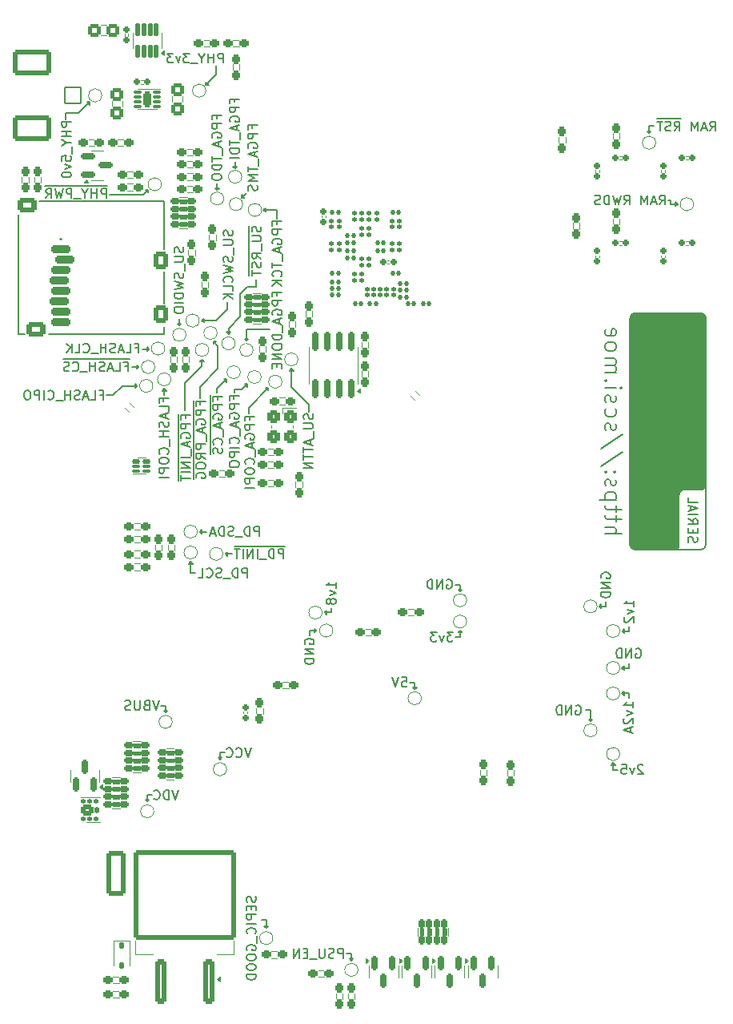
<source format=gbo>
%TF.GenerationSoftware,KiCad,Pcbnew,8.0.3*%
%TF.CreationDate,2024-06-20T21:56:17-07:00*%
%TF.ProjectId,squishy-main,73717569-7368-4792-9d6d-61696e2e6b69,2*%
%TF.SameCoordinates,PXb3c4820PY930e7c0*%
%TF.FileFunction,Legend,Bot*%
%TF.FilePolarity,Positive*%
%FSLAX46Y46*%
G04 Gerber Fmt 4.6, Leading zero omitted, Abs format (unit mm)*
G04 Created by KiCad (PCBNEW 8.0.3) date 2024-06-20 21:56:17*
%MOMM*%
%LPD*%
G01*
G04 APERTURE LIST*
G04 Aperture macros list*
%AMRoundRect*
0 Rectangle with rounded corners*
0 $1 Rounding radius*
0 $2 $3 $4 $5 $6 $7 $8 $9 X,Y pos of 4 corners*
0 Add a 4 corners polygon primitive as box body*
4,1,4,$2,$3,$4,$5,$6,$7,$8,$9,$2,$3,0*
0 Add four circle primitives for the rounded corners*
1,1,$1+$1,$2,$3*
1,1,$1+$1,$4,$5*
1,1,$1+$1,$6,$7*
1,1,$1+$1,$8,$9*
0 Add four rect primitives between the rounded corners*
20,1,$1+$1,$2,$3,$4,$5,0*
20,1,$1+$1,$4,$5,$6,$7,0*
20,1,$1+$1,$6,$7,$8,$9,0*
20,1,$1+$1,$8,$9,$2,$3,0*%
G04 Aperture macros list end*
%ADD10C,0.203200*%
%ADD11C,0.150000*%
%ADD12C,0.200000*%
%ADD13C,0.100000*%
%ADD14C,0.120000*%
%ADD15C,0.050000*%
%ADD16C,6.500000*%
%ADD17RoundRect,0.269756X-1.752744X-1.112744X1.752744X-1.112744X1.752744X1.112744X-1.752744X1.112744X0*%
%ADD18RoundRect,0.269756X1.752744X1.112744X-1.752744X1.112744X-1.752744X-1.112744X1.752744X-1.112744X0*%
%ADD19C,0.800000*%
%ADD20C,1.200000*%
%ADD21C,0.750000*%
%ADD22O,0.750000X1.050000*%
%ADD23C,0.700000*%
%ADD24C,0.600000*%
%ADD25O,2.100000X1.100000*%
%ADD26O,1.700000X1.100000*%
%ADD27C,0.850000*%
%ADD28C,1.300000*%
%ADD29RoundRect,0.050000X0.850000X0.850000X-0.850000X0.850000X-0.850000X-0.850000X0.850000X-0.850000X0*%
%ADD30O,1.800000X1.800000*%
%ADD31RoundRect,0.262500X-0.787500X2.087500X-0.787500X-2.087500X0.787500X-2.087500X0.787500X2.087500X0*%
%ADD32O,2.100000X4.300000*%
%ADD33O,4.300000X2.100000*%
%ADD34RoundRect,0.225000X-0.225000X0.275000X-0.225000X-0.275000X0.225000X-0.275000X0.225000X0.275000X0*%
%ADD35RoundRect,0.125000X-0.125000X0.155000X-0.125000X-0.155000X0.125000X-0.155000X0.125000X0.155000X0*%
%ADD36RoundRect,0.150000X0.200000X0.150000X-0.200000X0.150000X-0.200000X-0.150000X0.200000X-0.150000X0*%
%ADD37RoundRect,0.125000X0.155000X0.125000X-0.155000X0.125000X-0.155000X-0.125000X0.155000X-0.125000X0*%
%ADD38C,1.100000*%
%ADD39RoundRect,0.150000X-0.350000X-0.150000X0.350000X-0.150000X0.350000X0.150000X-0.350000X0.150000X0*%
%ADD40RoundRect,0.175000X-0.175000X0.612500X-0.175000X-0.612500X0.175000X-0.612500X0.175000X0.612500X0*%
%ADD41RoundRect,0.225000X-0.275000X-0.225000X0.275000X-0.225000X0.275000X0.225000X-0.275000X0.225000X0*%
%ADD42RoundRect,0.225000X0.225000X-0.275000X0.225000X0.275000X-0.225000X0.275000X-0.225000X-0.275000X0*%
%ADD43RoundRect,0.270833X-0.379167X0.429167X-0.379167X-0.429167X0.379167X-0.429167X0.379167X0.429167X0*%
%ADD44RoundRect,0.100000X0.350000X0.100000X-0.350000X0.100000X-0.350000X-0.100000X0.350000X-0.100000X0*%
%ADD45RoundRect,0.225000X0.225000X0.625000X-0.225000X0.625000X-0.225000X-0.625000X0.225000X-0.625000X0*%
%ADD46RoundRect,0.137500X-0.137500X0.212500X-0.137500X-0.212500X0.137500X-0.212500X0.137500X0.212500X0*%
%ADD47RoundRect,0.125000X0.125000X-0.155000X0.125000X0.155000X-0.125000X0.155000X-0.125000X-0.155000X0*%
%ADD48RoundRect,0.175000X0.175000X-0.850000X0.175000X0.850000X-0.175000X0.850000X-0.175000X-0.850000X0*%
%ADD49RoundRect,0.217100X-0.432900X0.432900X-0.432900X-0.432900X0.432900X-0.432900X0.432900X0.432900X0*%
%ADD50RoundRect,0.150000X0.150000X-0.200000X0.150000X0.200000X-0.150000X0.200000X-0.150000X-0.200000X0*%
%ADD51RoundRect,0.087500X0.362500X-0.087500X0.362500X0.087500X-0.362500X0.087500X-0.362500X-0.087500X0*%
%ADD52RoundRect,0.112500X0.337500X-0.112500X0.337500X0.112500X-0.337500X0.112500X-0.337500X-0.112500X0*%
%ADD53C,1.500000*%
%ADD54RoundRect,0.175000X-0.612500X-0.175000X0.612500X-0.175000X0.612500X0.175000X-0.612500X0.175000X0*%
%ADD55RoundRect,0.125000X-0.155000X-0.125000X0.155000X-0.125000X0.155000X0.125000X-0.155000X0.125000X0*%
%ADD56RoundRect,0.225000X0.275000X0.225000X-0.275000X0.225000X-0.275000X-0.225000X0.275000X-0.225000X0*%
%ADD57RoundRect,0.112500X-0.112500X0.152500X-0.112500X-0.152500X0.112500X-0.152500X0.112500X0.152500X0*%
%ADD58RoundRect,0.272727X-0.402273X0.327273X-0.402273X-0.327273X0.402273X-0.327273X0.402273X0.327273X0*%
%ADD59RoundRect,0.112500X-0.112500X0.267500X-0.112500X-0.267500X0.112500X-0.267500X0.112500X0.267500X0*%
%ADD60RoundRect,0.137500X0.137500X-0.575000X0.137500X0.575000X-0.137500X0.575000X-0.137500X-0.575000X0*%
%ADD61RoundRect,0.150000X-0.150000X0.200000X-0.150000X-0.200000X0.150000X-0.200000X0.150000X0.200000X0*%
%ADD62RoundRect,0.175000X0.175000X-0.612500X0.175000X0.612500X-0.175000X0.612500X-0.175000X-0.612500X0*%
%ADD63RoundRect,0.272728X0.327272X-2.077272X0.327272X2.077272X-0.327272X2.077272X-0.327272X-2.077272X0*%
%ADD64RoundRect,0.252662X5.197338X-4.497338X5.197338X4.497338X-5.197338X4.497338X-5.197338X-4.497338X0*%
%ADD65RoundRect,0.150000X0.350000X0.150000X-0.350000X0.150000X-0.350000X-0.150000X0.350000X-0.150000X0*%
%ADD66RoundRect,0.217100X-0.432900X-0.432900X0.432900X-0.432900X0.432900X0.432900X-0.432900X0.432900X0*%
%ADD67RoundRect,0.225000X-0.353553X0.035355X0.035355X-0.353553X0.353553X-0.035355X-0.035355X0.353553X0*%
%ADD68RoundRect,0.150000X0.150000X-0.350000X0.150000X0.350000X-0.150000X0.350000X-0.150000X-0.350000X0*%
%ADD69RoundRect,0.225000X0.825000X-0.225000X0.825000X0.225000X-0.825000X0.225000X-0.825000X-0.225000X0*%
%ADD70RoundRect,0.267857X0.482143X-0.682143X0.482143X0.682143X-0.482143X0.682143X-0.482143X-0.682143X0*%
%ADD71RoundRect,0.267857X0.732143X-0.482143X0.732143X0.482143X-0.732143X0.482143X-0.732143X-0.482143X0*%
G04 APERTURE END LIST*
D10*
X-54800000Y74400000D02*
X-53300000Y74400000D01*
X-53400000Y88400000D02*
X-53200000Y88200000D01*
X-47800000Y67300000D02*
X-48082843Y67300000D01*
X-50600000Y87400000D02*
X-50317157Y87400000D01*
X-53600000Y72200000D02*
X-53600000Y71917157D01*
X-43502318Y65552318D02*
X-43502318Y64800000D01*
X-54992219Y67417831D02*
X-53105025Y69305025D01*
X-60600000Y23600000D02*
X-60400000Y23800000D01*
X-45323077Y69300000D02*
X-45323077Y67400000D01*
X-48000000Y10200000D02*
X-48000000Y11100000D01*
X-27500000Y41650000D02*
X-27500000Y40950000D01*
X-63221759Y67478241D02*
X-64200000Y66500000D01*
X-10150000Y37900000D02*
X-10350000Y37700000D01*
D11*
X-2000000Y75200000D02*
G75*
G02*
X-1500000Y74700000I0J-500000D01*
G01*
X-1500000Y50700000D02*
G75*
G02*
X-2000000Y50200000I-500000J0D01*
G01*
D10*
X-52300000Y49750000D02*
X-52100000Y49550000D01*
X-11300000Y27650000D02*
X-11500000Y27450000D01*
X-61900000Y67300000D02*
X-61700000Y67500000D01*
X-53600000Y71917157D02*
X-53317157Y72200000D01*
X-50300000Y72500000D02*
X-50100000Y72300000D01*
X-10350000Y35000000D02*
X-10150000Y34800000D01*
X-7300000Y94400000D02*
X-7700000Y94400000D01*
X-53300000Y100400000D02*
X-53300000Y101300000D01*
X-48000000Y11100000D02*
X-48500000Y11099999D01*
X-27500000Y46500000D02*
X-28000000Y46499998D01*
X-48300000Y86100000D02*
X-46900000Y86100000D01*
X-11100000Y27450000D02*
X-11300000Y27650000D01*
X-10350000Y35000000D02*
X-9650000Y35000000D01*
X-61700000Y67500000D02*
X-61900000Y67700000D01*
X-53105025Y69305025D02*
X-53105025Y71705025D01*
X-4500000Y86700000D02*
X-5200000Y86700000D01*
X-9650000Y34500000D02*
X-9650002Y35000000D01*
X-48300000Y86100000D02*
X-48100000Y85900000D01*
X-47800000Y67300000D02*
X-49795807Y65304193D01*
D11*
X-9499999Y74700000D02*
X-9500000Y50700001D01*
D10*
X-51800000Y73200000D02*
X-52200000Y73200000D01*
X-9650000Y37700000D02*
X-9650002Y38200000D01*
X-60500000Y88200000D02*
X-60994975Y87705025D01*
X-54800000Y51900000D02*
X-54800000Y52300000D01*
X-39000000Y7500000D02*
X-39500000Y7499998D01*
X-58600000Y67000000D02*
X-58800000Y67200000D01*
X-50100000Y72300000D02*
X-50100000Y73500000D01*
X-41800000Y43550000D02*
X-41600000Y43350000D01*
X-61700000Y69300000D02*
X-61500000Y69500000D01*
X-57200000Y73900000D02*
X-57000000Y74100000D01*
X-58650000Y33000000D02*
X-58450000Y33200000D01*
X-13700000Y33250001D02*
X-14200000Y33249999D01*
X-51400000Y67100000D02*
X-50600000Y67100000D01*
X-55000000Y67400000D02*
X-55000000Y66200000D01*
X-11500000Y27450000D02*
X-11100000Y27450000D01*
X-10299999Y41600000D02*
X-9599999Y41600000D01*
X-66700000Y97500000D02*
X-67901803Y96298197D01*
X-11300000Y26950000D02*
X-10800000Y26950002D01*
D11*
X-9499999Y74700000D02*
G75*
G02*
X-9000001Y75199999I499999J0D01*
G01*
D10*
X-27700000Y46000000D02*
X-27500000Y45800000D01*
X-49799999Y64600000D02*
X-49799999Y65300000D01*
X-54800000Y52300000D02*
X-55000000Y52100000D01*
X-60782843Y88200000D02*
X-60500000Y87917157D01*
X-10150000Y34800000D02*
X-10150000Y35200000D01*
X-52900000Y28050000D02*
X-52700000Y28250000D01*
X-58850000Y33200000D02*
X-58650000Y33000000D01*
X-52100000Y49550000D02*
X-52100000Y49950000D01*
X-50797261Y77202739D02*
X-50005788Y77994212D01*
X-48082843Y67300000D02*
X-47800000Y67017157D01*
X-52200000Y73200000D02*
X-52000000Y73000000D01*
X-12750000Y44200000D02*
X-12050000Y44200000D01*
X-45323077Y69300000D02*
X-45523077Y69100000D01*
X-4700000Y86500000D02*
X-4500000Y86700000D01*
X-41600000Y43750000D02*
X-41800000Y43550000D01*
X-50000000Y67700000D02*
X-50600000Y67100000D01*
X-69200000Y96300000D02*
X-67900000Y96300000D01*
X-61900000Y67700000D02*
X-61900000Y67300000D01*
X-60600000Y71600000D02*
X-60600000Y71200000D01*
X-13900000Y32250000D02*
X-13700000Y32050000D01*
X-13500000Y32250000D02*
X-13900000Y32250000D01*
D11*
X-9000000Y50200000D02*
G75*
G02*
X-9500000Y50700001I0J500000D01*
G01*
D10*
X-52200000Y68200000D02*
X-52482843Y68200000D01*
X-50000000Y67417157D02*
X-50000000Y67700000D01*
X-50317157Y87400000D02*
X-50600000Y87682843D01*
X-59000000Y67000000D02*
X-58600000Y67000000D01*
X-56600000Y67800000D02*
X-56600000Y64900000D01*
X-47800000Y67017157D02*
X-47800000Y67300000D01*
X-53000000Y88400000D02*
X-53400000Y88400000D01*
X-51300000Y90500000D02*
X-51100000Y90700000D01*
X-52200000Y68200000D02*
X-53198879Y67201121D01*
X-56000000Y48900000D02*
X-56200000Y48700000D01*
X-42900002Y41450000D02*
X-42700002Y41650000D01*
X-53200000Y88200000D02*
X-53200000Y88900000D01*
X-54800000Y70300000D02*
X-55000000Y70100000D01*
X-11300000Y27650000D02*
X-11300000Y26950000D01*
X-5200000Y87100000D02*
X-5500000Y87100000D01*
X-45523077Y69100000D02*
X-45123077Y69100000D01*
X-7500000Y94200000D02*
X-7300000Y94400000D01*
X-54600000Y74200000D02*
X-54600000Y74600000D01*
X-50282843Y67700000D02*
X-50000000Y67417157D01*
D11*
X-9000000Y50200000D02*
X-2000000Y50200000D01*
D10*
X-10350000Y37700000D02*
X-9650000Y37700000D01*
X-53100000Y28250000D02*
X-52900000Y28050000D01*
X-60400000Y71400000D02*
X-60600000Y71600000D01*
X-54800000Y74400000D02*
X-54600000Y74200000D01*
X-27700000Y41450000D02*
X-27300000Y41450000D01*
X-54600000Y74600000D02*
X-54800000Y74400000D01*
X-27500000Y41650000D02*
X-27700000Y41450000D01*
X-47800000Y10400001D02*
X-48200000Y10400001D01*
X-51500000Y90700000D02*
X-51300000Y90500000D01*
X-60800000Y23800000D02*
X-60600000Y23600000D01*
X-50000000Y67700000D02*
X-50282843Y67700000D01*
X-32100000Y35650000D02*
X-32500000Y35650000D01*
X-10099999Y41400000D02*
X-10099999Y41800000D01*
X-49900000Y72500000D02*
X-50300000Y72500000D01*
X-52200000Y67917157D02*
X-52200000Y68200000D01*
X-54117157Y99300000D02*
X-54400000Y99582843D01*
X-53200000Y66800000D02*
X-53200000Y67200000D01*
X-66982843Y97500000D02*
X-66700000Y97217157D01*
X-57400000Y74100000D02*
X-57200000Y73900000D01*
X-48100000Y85900000D02*
X-48100000Y86300000D01*
X-10299999Y41600000D02*
X-10099999Y41400000D01*
X-58650000Y33000000D02*
X-58650000Y33700000D01*
X-56000000Y47699998D02*
X-55500000Y47700000D01*
X-50100000Y73500000D02*
X-47600000Y73500000D01*
X-51100000Y90700000D02*
X-51500000Y90700000D01*
X-49100000Y78700000D02*
X-49100000Y78000000D01*
X-41600000Y43350000D02*
X-41600000Y43750000D01*
X-61700000Y69700000D02*
X-61700000Y69300000D01*
X-61700000Y67500000D02*
X-63200000Y67500000D01*
X-12550000Y44400000D02*
X-12750000Y44200000D01*
X-57200000Y73900000D02*
X-57200000Y74600000D01*
X-50600000Y87682843D02*
X-50600000Y87400000D01*
X-41800000Y43550000D02*
X-41100000Y43550000D01*
X-46900000Y85200000D02*
X-46900000Y86100000D01*
X-54800000Y70300000D02*
X-54800000Y69600000D01*
X-13700000Y32050000D02*
X-13700000Y33250000D01*
X-32300000Y36150000D02*
X-32800000Y36149998D01*
X-48100000Y86300000D02*
X-48300000Y86100000D01*
X-54400000Y99582843D02*
X-54400000Y99300000D01*
X-27500000Y45800000D02*
X-27500000Y46500000D01*
X-53200000Y88200000D02*
X-53000000Y88400000D01*
X-39000000Y6800000D02*
X-38800000Y7000000D01*
X-56000000Y48900000D02*
X-56000000Y47700000D01*
X-57000000Y74100000D02*
X-57400000Y74100000D01*
X-52100000Y75600000D02*
X-52100000Y76400000D01*
X-50800000Y77200000D02*
X-50800000Y74800000D01*
X-60600000Y23600000D02*
X-60600000Y24300000D01*
X-64200000Y66500000D02*
X-64900000Y66500000D01*
D11*
X-9000001Y75199999D02*
X-2000000Y75199999D01*
D10*
X-32300000Y35450000D02*
X-32300000Y36150000D01*
X-56596078Y67803922D02*
X-54800000Y69600000D01*
X-58650000Y33700000D02*
X-59150000Y33699998D01*
X-48000000Y10200000D02*
X-47800000Y10400001D01*
X-27300000Y46000000D02*
X-27700000Y46000000D01*
X-60400000Y23800000D02*
X-60800000Y23800000D01*
X-52000000Y73600000D02*
X-50797394Y74802606D01*
X-10350000Y37700000D02*
X-10150000Y37500000D01*
X-69200000Y96300000D02*
X-69200000Y95700000D01*
X-7500000Y95000001D02*
X-6959522Y95000001D01*
X-54400000Y99300000D02*
X-54117157Y99300000D01*
X-55000000Y52100000D02*
X-54800000Y51900000D01*
X-55800000Y48700000D02*
X-56000000Y48900000D01*
X-50000000Y78000000D02*
X-49100000Y78000000D01*
X-54400000Y99300000D02*
X-53300649Y100399351D01*
X-58800000Y67200000D02*
X-59000000Y67000000D01*
X-43502318Y65552318D02*
X-45325587Y67375587D01*
X-42700002Y41650000D02*
X-42900002Y41850000D01*
X-27300000Y41450000D02*
X-27500000Y41650000D01*
X-61500000Y69500000D02*
X-61700000Y69700000D01*
X-12750000Y44200000D02*
X-12550000Y44000000D01*
X-10150000Y35200000D02*
X-10350000Y35000000D01*
D11*
X-1500000Y50700000D02*
X-1500000Y74700000D01*
D10*
X-10099999Y41800000D02*
X-10299999Y41600000D01*
X-64600000Y87699999D02*
X-61000000Y87699999D01*
X-53600000Y72200000D02*
X-53105025Y71705025D01*
X-55000000Y70100000D02*
X-54600000Y70100000D01*
X-38800000Y7000000D02*
X-39200000Y7000000D01*
X-51300000Y90500000D02*
X-51300000Y91200000D01*
X-45123077Y69100000D02*
X-45323077Y69300000D01*
X-50100000Y72300000D02*
X-49900000Y72500000D01*
X-10150000Y37500000D02*
X-10150000Y37900000D01*
X-27500000Y45800000D02*
X-27300000Y46000000D01*
X-56200000Y48700000D02*
X-55800000Y48700000D01*
X-55000000Y52100000D02*
X-54300000Y52100000D01*
X-51400000Y66800000D02*
X-51400000Y67100000D01*
X-52900000Y28050000D02*
X-52900000Y28750000D01*
X-52300000Y49750000D02*
X-51600000Y49750000D01*
X-58800000Y67200000D02*
X-58800000Y66500000D01*
X-52000000Y73000000D02*
X-51800000Y73200000D01*
X-7700000Y94400000D02*
X-7500000Y94200000D01*
X-60400000Y71400000D02*
X-61100000Y71400000D01*
X-12050000Y44200000D02*
X-12050002Y44700000D01*
X-42700002Y41650000D02*
X-43400002Y41650000D01*
X-12550000Y44000000D02*
X-12550000Y44400000D01*
X-28000000Y40950000D02*
X-27500000Y40950002D01*
X-9599999Y41600000D02*
X-9600001Y42100000D01*
X-39000000Y6800000D02*
X-39000000Y7500000D01*
X-60600000Y71200000D02*
X-60400000Y71400000D01*
X-66700000Y97217157D02*
X-66700000Y97500000D01*
X-53300000Y74400000D02*
X-52103063Y75596937D01*
X-53317157Y72200000D02*
X-53600000Y72200000D01*
X-13700000Y32050000D02*
X-13500000Y32250000D01*
X-60500000Y88200000D02*
X-60782843Y88200000D01*
X-61500000Y69500000D02*
X-62200000Y69500000D01*
X-66700000Y97500000D02*
X-66982843Y97500000D01*
X-60100000Y24300002D02*
X-60600000Y24300000D01*
X-52400000Y28750002D02*
X-52900000Y28750000D01*
X-4500000Y86700000D02*
X-4700000Y86900000D01*
X-48200000Y10400001D02*
X-48000000Y10200000D01*
X-32300000Y35450000D02*
X-32100000Y35650000D01*
X-52100000Y49950000D02*
X-52300000Y49750000D01*
X-7500000Y94200000D02*
X-7500000Y95000000D01*
X-54600000Y70100000D02*
X-54800000Y70300000D01*
X-52700000Y28250000D02*
X-53100000Y28250000D01*
X-60500000Y87917157D02*
X-60500000Y88200000D01*
X-52000000Y73000000D02*
X-52000000Y73600000D01*
X-4700000Y86900000D02*
X-4700000Y86500000D01*
X-52482843Y68200000D02*
X-52200000Y67917157D01*
X-32500000Y35650000D02*
X-32300000Y35450000D01*
X-42900002Y41850000D02*
X-42900002Y41450000D01*
X-39200000Y7000000D02*
X-39000000Y6800000D01*
X-41100000Y43550000D02*
X-41100002Y44050000D01*
X-43400002Y41650000D02*
X-43400000Y41150000D01*
X-5200000Y87100000D02*
X-5200000Y86700000D01*
X-58450000Y33200000D02*
X-58850000Y33200000D01*
X-50600000Y87400000D02*
X-50105025Y87894975D01*
D11*
X-3322200Y50989161D02*
X-3369820Y51132018D01*
X-3369820Y51132018D02*
X-3369820Y51370113D01*
X-3369820Y51370113D02*
X-3322200Y51465351D01*
X-3322200Y51465351D02*
X-3274581Y51512970D01*
X-3274581Y51512970D02*
X-3179343Y51560589D01*
X-3179343Y51560589D02*
X-3084105Y51560589D01*
X-3084105Y51560589D02*
X-2988867Y51512970D01*
X-2988867Y51512970D02*
X-2941248Y51465351D01*
X-2941248Y51465351D02*
X-2893629Y51370113D01*
X-2893629Y51370113D02*
X-2846010Y51179637D01*
X-2846010Y51179637D02*
X-2798391Y51084399D01*
X-2798391Y51084399D02*
X-2750772Y51036780D01*
X-2750772Y51036780D02*
X-2655534Y50989161D01*
X-2655534Y50989161D02*
X-2560296Y50989161D01*
X-2560296Y50989161D02*
X-2465058Y51036780D01*
X-2465058Y51036780D02*
X-2417439Y51084399D01*
X-2417439Y51084399D02*
X-2369820Y51179637D01*
X-2369820Y51179637D02*
X-2369820Y51417732D01*
X-2369820Y51417732D02*
X-2417439Y51560589D01*
X-2846010Y51989161D02*
X-2846010Y52322494D01*
X-3369820Y52465351D02*
X-3369820Y51989161D01*
X-3369820Y51989161D02*
X-2369820Y51989161D01*
X-2369820Y51989161D02*
X-2369820Y52465351D01*
X-3369820Y53465351D02*
X-2893629Y53132018D01*
X-3369820Y52893923D02*
X-2369820Y52893923D01*
X-2369820Y52893923D02*
X-2369820Y53274875D01*
X-2369820Y53274875D02*
X-2417439Y53370113D01*
X-2417439Y53370113D02*
X-2465058Y53417732D01*
X-2465058Y53417732D02*
X-2560296Y53465351D01*
X-2560296Y53465351D02*
X-2703153Y53465351D01*
X-2703153Y53465351D02*
X-2798391Y53417732D01*
X-2798391Y53417732D02*
X-2846010Y53370113D01*
X-2846010Y53370113D02*
X-2893629Y53274875D01*
X-2893629Y53274875D02*
X-2893629Y52893923D01*
X-3369820Y53893923D02*
X-2369820Y53893923D01*
X-3084105Y54322494D02*
X-3084105Y54798684D01*
X-3369820Y54227256D02*
X-2369820Y54560589D01*
X-2369820Y54560589D02*
X-3369820Y54893922D01*
X-3369820Y55703446D02*
X-3369820Y55227256D01*
X-3369820Y55227256D02*
X-2369820Y55227256D01*
D12*
X-12175435Y51848245D02*
X-10425435Y51848245D01*
X-12175435Y52598245D02*
X-11258768Y52598245D01*
X-11258768Y52598245D02*
X-11092101Y52514912D01*
X-11092101Y52514912D02*
X-11008768Y52348245D01*
X-11008768Y52348245D02*
X-11008768Y52098245D01*
X-11008768Y52098245D02*
X-11092101Y51931578D01*
X-11092101Y51931578D02*
X-11175435Y51848245D01*
X-11008768Y53181578D02*
X-11008768Y53848245D01*
X-10425435Y53431578D02*
X-11925435Y53431578D01*
X-11925435Y53431578D02*
X-12092101Y53514911D01*
X-12092101Y53514911D02*
X-12175435Y53681578D01*
X-12175435Y53681578D02*
X-12175435Y53848245D01*
X-11008768Y54181578D02*
X-11008768Y54848245D01*
X-10425435Y54431578D02*
X-11925435Y54431578D01*
X-11925435Y54431578D02*
X-12092101Y54514911D01*
X-12092101Y54514911D02*
X-12175435Y54681578D01*
X-12175435Y54681578D02*
X-12175435Y54848245D01*
X-11008768Y55431578D02*
X-12758768Y55431578D01*
X-11092101Y55431578D02*
X-11008768Y55598245D01*
X-11008768Y55598245D02*
X-11008768Y55931578D01*
X-11008768Y55931578D02*
X-11092101Y56098245D01*
X-11092101Y56098245D02*
X-11175435Y56181578D01*
X-11175435Y56181578D02*
X-11342101Y56264911D01*
X-11342101Y56264911D02*
X-11842101Y56264911D01*
X-11842101Y56264911D02*
X-12008768Y56181578D01*
X-12008768Y56181578D02*
X-12092101Y56098245D01*
X-12092101Y56098245D02*
X-12175435Y55931578D01*
X-12175435Y55931578D02*
X-12175435Y55598245D01*
X-12175435Y55598245D02*
X-12092101Y55431578D01*
X-12092101Y56931578D02*
X-12175435Y57098244D01*
X-12175435Y57098244D02*
X-12175435Y57431578D01*
X-12175435Y57431578D02*
X-12092101Y57598244D01*
X-12092101Y57598244D02*
X-11925435Y57681578D01*
X-11925435Y57681578D02*
X-11842101Y57681578D01*
X-11842101Y57681578D02*
X-11675435Y57598244D01*
X-11675435Y57598244D02*
X-11592101Y57431578D01*
X-11592101Y57431578D02*
X-11592101Y57181578D01*
X-11592101Y57181578D02*
X-11508768Y57014911D01*
X-11508768Y57014911D02*
X-11342101Y56931578D01*
X-11342101Y56931578D02*
X-11258768Y56931578D01*
X-11258768Y56931578D02*
X-11092101Y57014911D01*
X-11092101Y57014911D02*
X-11008768Y57181578D01*
X-11008768Y57181578D02*
X-11008768Y57431578D01*
X-11008768Y57431578D02*
X-11092101Y57598244D01*
X-12008768Y58431578D02*
X-12092101Y58514911D01*
X-12092101Y58514911D02*
X-12175435Y58431578D01*
X-12175435Y58431578D02*
X-12092101Y58348245D01*
X-12092101Y58348245D02*
X-12008768Y58431578D01*
X-12008768Y58431578D02*
X-12175435Y58431578D01*
X-11092101Y58431578D02*
X-11175435Y58514911D01*
X-11175435Y58514911D02*
X-11258768Y58431578D01*
X-11258768Y58431578D02*
X-11175435Y58348245D01*
X-11175435Y58348245D02*
X-11092101Y58431578D01*
X-11092101Y58431578D02*
X-11258768Y58431578D01*
X-10342101Y60514911D02*
X-12592101Y59014911D01*
X-10342101Y62348244D02*
X-12592101Y60848244D01*
X-12092101Y62848244D02*
X-12175435Y63014910D01*
X-12175435Y63014910D02*
X-12175435Y63348244D01*
X-12175435Y63348244D02*
X-12092101Y63514910D01*
X-12092101Y63514910D02*
X-11925435Y63598244D01*
X-11925435Y63598244D02*
X-11842101Y63598244D01*
X-11842101Y63598244D02*
X-11675435Y63514910D01*
X-11675435Y63514910D02*
X-11592101Y63348244D01*
X-11592101Y63348244D02*
X-11592101Y63098244D01*
X-11592101Y63098244D02*
X-11508768Y62931577D01*
X-11508768Y62931577D02*
X-11342101Y62848244D01*
X-11342101Y62848244D02*
X-11258768Y62848244D01*
X-11258768Y62848244D02*
X-11092101Y62931577D01*
X-11092101Y62931577D02*
X-11008768Y63098244D01*
X-11008768Y63098244D02*
X-11008768Y63348244D01*
X-11008768Y63348244D02*
X-11092101Y63514910D01*
X-12092101Y65098244D02*
X-12175435Y64931577D01*
X-12175435Y64931577D02*
X-12175435Y64598244D01*
X-12175435Y64598244D02*
X-12092101Y64431577D01*
X-12092101Y64431577D02*
X-12008768Y64348244D01*
X-12008768Y64348244D02*
X-11842101Y64264911D01*
X-11842101Y64264911D02*
X-11342101Y64264911D01*
X-11342101Y64264911D02*
X-11175435Y64348244D01*
X-11175435Y64348244D02*
X-11092101Y64431577D01*
X-11092101Y64431577D02*
X-11008768Y64598244D01*
X-11008768Y64598244D02*
X-11008768Y64931577D01*
X-11008768Y64931577D02*
X-11092101Y65098244D01*
X-12092101Y65764911D02*
X-12175435Y65931577D01*
X-12175435Y65931577D02*
X-12175435Y66264911D01*
X-12175435Y66264911D02*
X-12092101Y66431577D01*
X-12092101Y66431577D02*
X-11925435Y66514911D01*
X-11925435Y66514911D02*
X-11842101Y66514911D01*
X-11842101Y66514911D02*
X-11675435Y66431577D01*
X-11675435Y66431577D02*
X-11592101Y66264911D01*
X-11592101Y66264911D02*
X-11592101Y66014911D01*
X-11592101Y66014911D02*
X-11508768Y65848244D01*
X-11508768Y65848244D02*
X-11342101Y65764911D01*
X-11342101Y65764911D02*
X-11258768Y65764911D01*
X-11258768Y65764911D02*
X-11092101Y65848244D01*
X-11092101Y65848244D02*
X-11008768Y66014911D01*
X-11008768Y66014911D02*
X-11008768Y66264911D01*
X-11008768Y66264911D02*
X-11092101Y66431577D01*
X-12175435Y67264911D02*
X-11008768Y67264911D01*
X-10425435Y67264911D02*
X-10508768Y67181578D01*
X-10508768Y67181578D02*
X-10592101Y67264911D01*
X-10592101Y67264911D02*
X-10508768Y67348244D01*
X-10508768Y67348244D02*
X-10425435Y67264911D01*
X-10425435Y67264911D02*
X-10592101Y67264911D01*
X-12008768Y68098244D02*
X-12092101Y68181577D01*
X-12092101Y68181577D02*
X-12175435Y68098244D01*
X-12175435Y68098244D02*
X-12092101Y68014911D01*
X-12092101Y68014911D02*
X-12008768Y68098244D01*
X-12008768Y68098244D02*
X-12175435Y68098244D01*
X-12175435Y68931577D02*
X-11008768Y68931577D01*
X-11175435Y68931577D02*
X-11092101Y69014910D01*
X-11092101Y69014910D02*
X-11008768Y69181577D01*
X-11008768Y69181577D02*
X-11008768Y69431577D01*
X-11008768Y69431577D02*
X-11092101Y69598244D01*
X-11092101Y69598244D02*
X-11258768Y69681577D01*
X-11258768Y69681577D02*
X-12175435Y69681577D01*
X-11258768Y69681577D02*
X-11092101Y69764910D01*
X-11092101Y69764910D02*
X-11008768Y69931577D01*
X-11008768Y69931577D02*
X-11008768Y70181577D01*
X-11008768Y70181577D02*
X-11092101Y70348244D01*
X-11092101Y70348244D02*
X-11258768Y70431577D01*
X-11258768Y70431577D02*
X-12175435Y70431577D01*
X-12175435Y71514910D02*
X-12092101Y71348243D01*
X-12092101Y71348243D02*
X-12008768Y71264910D01*
X-12008768Y71264910D02*
X-11842101Y71181577D01*
X-11842101Y71181577D02*
X-11342101Y71181577D01*
X-11342101Y71181577D02*
X-11175435Y71264910D01*
X-11175435Y71264910D02*
X-11092101Y71348243D01*
X-11092101Y71348243D02*
X-11008768Y71514910D01*
X-11008768Y71514910D02*
X-11008768Y71764910D01*
X-11008768Y71764910D02*
X-11092101Y71931577D01*
X-11092101Y71931577D02*
X-11175435Y72014910D01*
X-11175435Y72014910D02*
X-11342101Y72098243D01*
X-11342101Y72098243D02*
X-11842101Y72098243D01*
X-11842101Y72098243D02*
X-12008768Y72014910D01*
X-12008768Y72014910D02*
X-12092101Y71931577D01*
X-12092101Y71931577D02*
X-12175435Y71764910D01*
X-12175435Y71764910D02*
X-12175435Y71514910D01*
X-12092101Y73514910D02*
X-12175435Y73348243D01*
X-12175435Y73348243D02*
X-12175435Y73014910D01*
X-12175435Y73014910D02*
X-12092101Y72848243D01*
X-12092101Y72848243D02*
X-11925435Y72764910D01*
X-11925435Y72764910D02*
X-11258768Y72764910D01*
X-11258768Y72764910D02*
X-11092101Y72848243D01*
X-11092101Y72848243D02*
X-11008768Y73014910D01*
X-11008768Y73014910D02*
X-11008768Y73348243D01*
X-11008768Y73348243D02*
X-11092101Y73514910D01*
X-11092101Y73514910D02*
X-11258768Y73598243D01*
X-11258768Y73598243D02*
X-11425435Y73598243D01*
X-11425435Y73598243D02*
X-11592101Y72764910D01*
D11*
X-59366668Y34245181D02*
X-59700001Y33245181D01*
X-59700001Y33245181D02*
X-60033334Y34245181D01*
X-60700001Y33768991D02*
X-60842858Y33721372D01*
X-60842858Y33721372D02*
X-60890477Y33673753D01*
X-60890477Y33673753D02*
X-60938096Y33578515D01*
X-60938096Y33578515D02*
X-60938096Y33435658D01*
X-60938096Y33435658D02*
X-60890477Y33340420D01*
X-60890477Y33340420D02*
X-60842858Y33292800D01*
X-60842858Y33292800D02*
X-60747620Y33245181D01*
X-60747620Y33245181D02*
X-60366668Y33245181D01*
X-60366668Y33245181D02*
X-60366668Y34245181D01*
X-60366668Y34245181D02*
X-60700001Y34245181D01*
X-60700001Y34245181D02*
X-60795239Y34197562D01*
X-60795239Y34197562D02*
X-60842858Y34149943D01*
X-60842858Y34149943D02*
X-60890477Y34054705D01*
X-60890477Y34054705D02*
X-60890477Y33959467D01*
X-60890477Y33959467D02*
X-60842858Y33864229D01*
X-60842858Y33864229D02*
X-60795239Y33816610D01*
X-60795239Y33816610D02*
X-60700001Y33768991D01*
X-60700001Y33768991D02*
X-60366668Y33768991D01*
X-61366668Y34245181D02*
X-61366668Y33435658D01*
X-61366668Y33435658D02*
X-61414287Y33340420D01*
X-61414287Y33340420D02*
X-61461906Y33292800D01*
X-61461906Y33292800D02*
X-61557144Y33245181D01*
X-61557144Y33245181D02*
X-61747620Y33245181D01*
X-61747620Y33245181D02*
X-61842858Y33292800D01*
X-61842858Y33292800D02*
X-61890477Y33340420D01*
X-61890477Y33340420D02*
X-61938096Y33435658D01*
X-61938096Y33435658D02*
X-61938096Y34245181D01*
X-62366668Y33292800D02*
X-62509525Y33245181D01*
X-62509525Y33245181D02*
X-62747620Y33245181D01*
X-62747620Y33245181D02*
X-62842858Y33292800D01*
X-62842858Y33292800D02*
X-62890477Y33340420D01*
X-62890477Y33340420D02*
X-62938096Y33435658D01*
X-62938096Y33435658D02*
X-62938096Y33530896D01*
X-62938096Y33530896D02*
X-62890477Y33626134D01*
X-62890477Y33626134D02*
X-62842858Y33673753D01*
X-62842858Y33673753D02*
X-62747620Y33721372D01*
X-62747620Y33721372D02*
X-62557144Y33768991D01*
X-62557144Y33768991D02*
X-62461906Y33816610D01*
X-62461906Y33816610D02*
X-62414287Y33864229D01*
X-62414287Y33864229D02*
X-62366668Y33959467D01*
X-62366668Y33959467D02*
X-62366668Y34054705D01*
X-62366668Y34054705D02*
X-62414287Y34149943D01*
X-62414287Y34149943D02*
X-62461906Y34197562D01*
X-62461906Y34197562D02*
X-62557144Y34245181D01*
X-62557144Y34245181D02*
X-62795239Y34245181D01*
X-62795239Y34245181D02*
X-62938096Y34197562D01*
X-49768991Y63928572D02*
X-49768991Y64261905D01*
X-49245181Y64261905D02*
X-50245181Y64261905D01*
X-50245181Y64261905D02*
X-50245181Y63785715D01*
X-49245181Y63404762D02*
X-50245181Y63404762D01*
X-50245181Y63404762D02*
X-50245181Y63023810D01*
X-50245181Y63023810D02*
X-50197562Y62928572D01*
X-50197562Y62928572D02*
X-50149943Y62880953D01*
X-50149943Y62880953D02*
X-50054705Y62833334D01*
X-50054705Y62833334D02*
X-49911848Y62833334D01*
X-49911848Y62833334D02*
X-49816610Y62880953D01*
X-49816610Y62880953D02*
X-49768991Y62928572D01*
X-49768991Y62928572D02*
X-49721372Y63023810D01*
X-49721372Y63023810D02*
X-49721372Y63404762D01*
X-50197562Y61880953D02*
X-50245181Y61976191D01*
X-50245181Y61976191D02*
X-50245181Y62119048D01*
X-50245181Y62119048D02*
X-50197562Y62261905D01*
X-50197562Y62261905D02*
X-50102324Y62357143D01*
X-50102324Y62357143D02*
X-50007086Y62404762D01*
X-50007086Y62404762D02*
X-49816610Y62452381D01*
X-49816610Y62452381D02*
X-49673753Y62452381D01*
X-49673753Y62452381D02*
X-49483277Y62404762D01*
X-49483277Y62404762D02*
X-49388039Y62357143D01*
X-49388039Y62357143D02*
X-49292800Y62261905D01*
X-49292800Y62261905D02*
X-49245181Y62119048D01*
X-49245181Y62119048D02*
X-49245181Y62023810D01*
X-49245181Y62023810D02*
X-49292800Y61880953D01*
X-49292800Y61880953D02*
X-49340420Y61833334D01*
X-49340420Y61833334D02*
X-49673753Y61833334D01*
X-49673753Y61833334D02*
X-49673753Y62023810D01*
X-49530896Y61452381D02*
X-49530896Y60976191D01*
X-49245181Y61547619D02*
X-50245181Y61214286D01*
X-50245181Y61214286D02*
X-49245181Y60880953D01*
X-49149943Y60785714D02*
X-49149943Y60023810D01*
X-49340420Y59214286D02*
X-49292800Y59261905D01*
X-49292800Y59261905D02*
X-49245181Y59404762D01*
X-49245181Y59404762D02*
X-49245181Y59500000D01*
X-49245181Y59500000D02*
X-49292800Y59642857D01*
X-49292800Y59642857D02*
X-49388039Y59738095D01*
X-49388039Y59738095D02*
X-49483277Y59785714D01*
X-49483277Y59785714D02*
X-49673753Y59833333D01*
X-49673753Y59833333D02*
X-49816610Y59833333D01*
X-49816610Y59833333D02*
X-50007086Y59785714D01*
X-50007086Y59785714D02*
X-50102324Y59738095D01*
X-50102324Y59738095D02*
X-50197562Y59642857D01*
X-50197562Y59642857D02*
X-50245181Y59500000D01*
X-50245181Y59500000D02*
X-50245181Y59404762D01*
X-50245181Y59404762D02*
X-50197562Y59261905D01*
X-50197562Y59261905D02*
X-50149943Y59214286D01*
X-50245181Y58595238D02*
X-50245181Y58404762D01*
X-50245181Y58404762D02*
X-50197562Y58309524D01*
X-50197562Y58309524D02*
X-50102324Y58214286D01*
X-50102324Y58214286D02*
X-49911848Y58166667D01*
X-49911848Y58166667D02*
X-49578515Y58166667D01*
X-49578515Y58166667D02*
X-49388039Y58214286D01*
X-49388039Y58214286D02*
X-49292800Y58309524D01*
X-49292800Y58309524D02*
X-49245181Y58404762D01*
X-49245181Y58404762D02*
X-49245181Y58595238D01*
X-49245181Y58595238D02*
X-49292800Y58690476D01*
X-49292800Y58690476D02*
X-49388039Y58785714D01*
X-49388039Y58785714D02*
X-49578515Y58833333D01*
X-49578515Y58833333D02*
X-49911848Y58833333D01*
X-49911848Y58833333D02*
X-50102324Y58785714D01*
X-50102324Y58785714D02*
X-50197562Y58690476D01*
X-50197562Y58690476D02*
X-50245181Y58595238D01*
X-49245181Y57738095D02*
X-50245181Y57738095D01*
X-50245181Y57738095D02*
X-50245181Y57357143D01*
X-50245181Y57357143D02*
X-50197562Y57261905D01*
X-50197562Y57261905D02*
X-50149943Y57214286D01*
X-50149943Y57214286D02*
X-50054705Y57166667D01*
X-50054705Y57166667D02*
X-49911848Y57166667D01*
X-49911848Y57166667D02*
X-49816610Y57214286D01*
X-49816610Y57214286D02*
X-49768991Y57261905D01*
X-49768991Y57261905D02*
X-49721372Y57357143D01*
X-49721372Y57357143D02*
X-49721372Y57738095D01*
X-49245181Y56738095D02*
X-50245181Y56738095D01*
X-46868991Y77066667D02*
X-46868991Y77400000D01*
X-46345181Y77400000D02*
X-47345181Y77400000D01*
X-47345181Y77400000D02*
X-47345181Y76923810D01*
X-46345181Y76542857D02*
X-47345181Y76542857D01*
X-47345181Y76542857D02*
X-47345181Y76161905D01*
X-47345181Y76161905D02*
X-47297562Y76066667D01*
X-47297562Y76066667D02*
X-47249943Y76019048D01*
X-47249943Y76019048D02*
X-47154705Y75971429D01*
X-47154705Y75971429D02*
X-47011848Y75971429D01*
X-47011848Y75971429D02*
X-46916610Y76019048D01*
X-46916610Y76019048D02*
X-46868991Y76066667D01*
X-46868991Y76066667D02*
X-46821372Y76161905D01*
X-46821372Y76161905D02*
X-46821372Y76542857D01*
X-47297562Y75019048D02*
X-47345181Y75114286D01*
X-47345181Y75114286D02*
X-47345181Y75257143D01*
X-47345181Y75257143D02*
X-47297562Y75400000D01*
X-47297562Y75400000D02*
X-47202324Y75495238D01*
X-47202324Y75495238D02*
X-47107086Y75542857D01*
X-47107086Y75542857D02*
X-46916610Y75590476D01*
X-46916610Y75590476D02*
X-46773753Y75590476D01*
X-46773753Y75590476D02*
X-46583277Y75542857D01*
X-46583277Y75542857D02*
X-46488039Y75495238D01*
X-46488039Y75495238D02*
X-46392800Y75400000D01*
X-46392800Y75400000D02*
X-46345181Y75257143D01*
X-46345181Y75257143D02*
X-46345181Y75161905D01*
X-46345181Y75161905D02*
X-46392800Y75019048D01*
X-46392800Y75019048D02*
X-46440420Y74971429D01*
X-46440420Y74971429D02*
X-46773753Y74971429D01*
X-46773753Y74971429D02*
X-46773753Y75161905D01*
X-46630896Y74590476D02*
X-46630896Y74114286D01*
X-46345181Y74685714D02*
X-47345181Y74352381D01*
X-47345181Y74352381D02*
X-46345181Y74019048D01*
X-46249943Y73923809D02*
X-46249943Y73161905D01*
X-46345181Y72923809D02*
X-47345181Y72923809D01*
X-47345181Y72923809D02*
X-47345181Y72685714D01*
X-47345181Y72685714D02*
X-47297562Y72542857D01*
X-47297562Y72542857D02*
X-47202324Y72447619D01*
X-47202324Y72447619D02*
X-47107086Y72400000D01*
X-47107086Y72400000D02*
X-46916610Y72352381D01*
X-46916610Y72352381D02*
X-46773753Y72352381D01*
X-46773753Y72352381D02*
X-46583277Y72400000D01*
X-46583277Y72400000D02*
X-46488039Y72447619D01*
X-46488039Y72447619D02*
X-46392800Y72542857D01*
X-46392800Y72542857D02*
X-46345181Y72685714D01*
X-46345181Y72685714D02*
X-46345181Y72923809D01*
X-47345181Y71733333D02*
X-47345181Y71542857D01*
X-47345181Y71542857D02*
X-47297562Y71447619D01*
X-47297562Y71447619D02*
X-47202324Y71352381D01*
X-47202324Y71352381D02*
X-47011848Y71304762D01*
X-47011848Y71304762D02*
X-46678515Y71304762D01*
X-46678515Y71304762D02*
X-46488039Y71352381D01*
X-46488039Y71352381D02*
X-46392800Y71447619D01*
X-46392800Y71447619D02*
X-46345181Y71542857D01*
X-46345181Y71542857D02*
X-46345181Y71733333D01*
X-46345181Y71733333D02*
X-46392800Y71828571D01*
X-46392800Y71828571D02*
X-46488039Y71923809D01*
X-46488039Y71923809D02*
X-46678515Y71971428D01*
X-46678515Y71971428D02*
X-47011848Y71971428D01*
X-47011848Y71971428D02*
X-47202324Y71923809D01*
X-47202324Y71923809D02*
X-47297562Y71828571D01*
X-47297562Y71828571D02*
X-47345181Y71733333D01*
X-46345181Y70876190D02*
X-47345181Y70876190D01*
X-47345181Y70876190D02*
X-46345181Y70304762D01*
X-46345181Y70304762D02*
X-47345181Y70304762D01*
X-46868991Y69828571D02*
X-46868991Y69495238D01*
X-46345181Y69352381D02*
X-46345181Y69828571D01*
X-46345181Y69828571D02*
X-47345181Y69828571D01*
X-47345181Y69828571D02*
X-47345181Y69352381D01*
X-53268991Y95771429D02*
X-53268991Y96104762D01*
X-52745181Y96104762D02*
X-53745181Y96104762D01*
X-53745181Y96104762D02*
X-53745181Y95628572D01*
X-52745181Y95247619D02*
X-53745181Y95247619D01*
X-53745181Y95247619D02*
X-53745181Y94866667D01*
X-53745181Y94866667D02*
X-53697562Y94771429D01*
X-53697562Y94771429D02*
X-53649943Y94723810D01*
X-53649943Y94723810D02*
X-53554705Y94676191D01*
X-53554705Y94676191D02*
X-53411848Y94676191D01*
X-53411848Y94676191D02*
X-53316610Y94723810D01*
X-53316610Y94723810D02*
X-53268991Y94771429D01*
X-53268991Y94771429D02*
X-53221372Y94866667D01*
X-53221372Y94866667D02*
X-53221372Y95247619D01*
X-53697562Y93723810D02*
X-53745181Y93819048D01*
X-53745181Y93819048D02*
X-53745181Y93961905D01*
X-53745181Y93961905D02*
X-53697562Y94104762D01*
X-53697562Y94104762D02*
X-53602324Y94200000D01*
X-53602324Y94200000D02*
X-53507086Y94247619D01*
X-53507086Y94247619D02*
X-53316610Y94295238D01*
X-53316610Y94295238D02*
X-53173753Y94295238D01*
X-53173753Y94295238D02*
X-52983277Y94247619D01*
X-52983277Y94247619D02*
X-52888039Y94200000D01*
X-52888039Y94200000D02*
X-52792800Y94104762D01*
X-52792800Y94104762D02*
X-52745181Y93961905D01*
X-52745181Y93961905D02*
X-52745181Y93866667D01*
X-52745181Y93866667D02*
X-52792800Y93723810D01*
X-52792800Y93723810D02*
X-52840420Y93676191D01*
X-52840420Y93676191D02*
X-53173753Y93676191D01*
X-53173753Y93676191D02*
X-53173753Y93866667D01*
X-53030896Y93295238D02*
X-53030896Y92819048D01*
X-52745181Y93390476D02*
X-53745181Y93057143D01*
X-53745181Y93057143D02*
X-52745181Y92723810D01*
X-52649943Y92628571D02*
X-52649943Y91866667D01*
X-53745181Y91771428D02*
X-53745181Y91200000D01*
X-52745181Y91485714D02*
X-53745181Y91485714D01*
X-52745181Y90866666D02*
X-53745181Y90866666D01*
X-53745181Y90866666D02*
X-53745181Y90628571D01*
X-53745181Y90628571D02*
X-53697562Y90485714D01*
X-53697562Y90485714D02*
X-53602324Y90390476D01*
X-53602324Y90390476D02*
X-53507086Y90342857D01*
X-53507086Y90342857D02*
X-53316610Y90295238D01*
X-53316610Y90295238D02*
X-53173753Y90295238D01*
X-53173753Y90295238D02*
X-52983277Y90342857D01*
X-52983277Y90342857D02*
X-52888039Y90390476D01*
X-52888039Y90390476D02*
X-52792800Y90485714D01*
X-52792800Y90485714D02*
X-52745181Y90628571D01*
X-52745181Y90628571D02*
X-52745181Y90866666D01*
X-53745181Y89676190D02*
X-53745181Y89485714D01*
X-53745181Y89485714D02*
X-53697562Y89390476D01*
X-53697562Y89390476D02*
X-53602324Y89295238D01*
X-53602324Y89295238D02*
X-53411848Y89247619D01*
X-53411848Y89247619D02*
X-53078515Y89247619D01*
X-53078515Y89247619D02*
X-52888039Y89295238D01*
X-52888039Y89295238D02*
X-52792800Y89390476D01*
X-52792800Y89390476D02*
X-52745181Y89485714D01*
X-52745181Y89485714D02*
X-52745181Y89676190D01*
X-52745181Y89676190D02*
X-52792800Y89771428D01*
X-52792800Y89771428D02*
X-52888039Y89866666D01*
X-52888039Y89866666D02*
X-53078515Y89914285D01*
X-53078515Y89914285D02*
X-53411848Y89914285D01*
X-53411848Y89914285D02*
X-53602324Y89866666D01*
X-53602324Y89866666D02*
X-53697562Y89771428D01*
X-53697562Y89771428D02*
X-53745181Y89676190D01*
X-1071429Y94445181D02*
X-738096Y94921372D01*
X-500001Y94445181D02*
X-500001Y95445181D01*
X-500001Y95445181D02*
X-880953Y95445181D01*
X-880953Y95445181D02*
X-976191Y95397562D01*
X-976191Y95397562D02*
X-1023810Y95349943D01*
X-1023810Y95349943D02*
X-1071429Y95254705D01*
X-1071429Y95254705D02*
X-1071429Y95111848D01*
X-1071429Y95111848D02*
X-1023810Y95016610D01*
X-1023810Y95016610D02*
X-976191Y94968991D01*
X-976191Y94968991D02*
X-880953Y94921372D01*
X-880953Y94921372D02*
X-500001Y94921372D01*
X-1452382Y94730896D02*
X-1928572Y94730896D01*
X-1357144Y94445181D02*
X-1690477Y95445181D01*
X-1690477Y95445181D02*
X-2023810Y94445181D01*
X-2357144Y94445181D02*
X-2357144Y95445181D01*
X-2357144Y95445181D02*
X-2690477Y94730896D01*
X-2690477Y94730896D02*
X-3023810Y95445181D01*
X-3023810Y95445181D02*
X-3023810Y94445181D01*
X-4833334Y94445181D02*
X-4500001Y94921372D01*
X-4261906Y94445181D02*
X-4261906Y95445181D01*
X-4261906Y95445181D02*
X-4642858Y95445181D01*
X-4642858Y95445181D02*
X-4738096Y95397562D01*
X-4738096Y95397562D02*
X-4785715Y95349943D01*
X-4785715Y95349943D02*
X-4833334Y95254705D01*
X-4833334Y95254705D02*
X-4833334Y95111848D01*
X-4833334Y95111848D02*
X-4785715Y95016610D01*
X-4785715Y95016610D02*
X-4738096Y94968991D01*
X-4738096Y94968991D02*
X-4642858Y94921372D01*
X-4642858Y94921372D02*
X-4261906Y94921372D01*
X-5214287Y94492800D02*
X-5357144Y94445181D01*
X-5357144Y94445181D02*
X-5595239Y94445181D01*
X-5595239Y94445181D02*
X-5690477Y94492800D01*
X-5690477Y94492800D02*
X-5738096Y94540420D01*
X-5738096Y94540420D02*
X-5785715Y94635658D01*
X-5785715Y94635658D02*
X-5785715Y94730896D01*
X-5785715Y94730896D02*
X-5738096Y94826134D01*
X-5738096Y94826134D02*
X-5690477Y94873753D01*
X-5690477Y94873753D02*
X-5595239Y94921372D01*
X-5595239Y94921372D02*
X-5404763Y94968991D01*
X-5404763Y94968991D02*
X-5309525Y95016610D01*
X-5309525Y95016610D02*
X-5261906Y95064229D01*
X-5261906Y95064229D02*
X-5214287Y95159467D01*
X-5214287Y95159467D02*
X-5214287Y95254705D01*
X-5214287Y95254705D02*
X-5261906Y95349943D01*
X-5261906Y95349943D02*
X-5309525Y95397562D01*
X-5309525Y95397562D02*
X-5404763Y95445181D01*
X-5404763Y95445181D02*
X-5642858Y95445181D01*
X-5642858Y95445181D02*
X-5785715Y95397562D01*
X-6071430Y95445181D02*
X-6642858Y95445181D01*
X-6357144Y94445181D02*
X-6357144Y95445181D01*
X-4123810Y95722800D02*
X-6638096Y95722800D01*
X-48592800Y84347619D02*
X-48545181Y84204762D01*
X-48545181Y84204762D02*
X-48545181Y83966667D01*
X-48545181Y83966667D02*
X-48592800Y83871429D01*
X-48592800Y83871429D02*
X-48640420Y83823810D01*
X-48640420Y83823810D02*
X-48735658Y83776191D01*
X-48735658Y83776191D02*
X-48830896Y83776191D01*
X-48830896Y83776191D02*
X-48926134Y83823810D01*
X-48926134Y83823810D02*
X-48973753Y83871429D01*
X-48973753Y83871429D02*
X-49021372Y83966667D01*
X-49021372Y83966667D02*
X-49068991Y84157143D01*
X-49068991Y84157143D02*
X-49116610Y84252381D01*
X-49116610Y84252381D02*
X-49164229Y84300000D01*
X-49164229Y84300000D02*
X-49259467Y84347619D01*
X-49259467Y84347619D02*
X-49354705Y84347619D01*
X-49354705Y84347619D02*
X-49449943Y84300000D01*
X-49449943Y84300000D02*
X-49497562Y84252381D01*
X-49497562Y84252381D02*
X-49545181Y84157143D01*
X-49545181Y84157143D02*
X-49545181Y83919048D01*
X-49545181Y83919048D02*
X-49497562Y83776191D01*
X-49545181Y83347619D02*
X-48735658Y83347619D01*
X-48735658Y83347619D02*
X-48640420Y83300000D01*
X-48640420Y83300000D02*
X-48592800Y83252381D01*
X-48592800Y83252381D02*
X-48545181Y83157143D01*
X-48545181Y83157143D02*
X-48545181Y82966667D01*
X-48545181Y82966667D02*
X-48592800Y82871429D01*
X-48592800Y82871429D02*
X-48640420Y82823810D01*
X-48640420Y82823810D02*
X-48735658Y82776191D01*
X-48735658Y82776191D02*
X-49545181Y82776191D01*
X-48449943Y82538095D02*
X-48449943Y81776191D01*
X-48545181Y80966667D02*
X-49021372Y81300000D01*
X-48545181Y81538095D02*
X-49545181Y81538095D01*
X-49545181Y81538095D02*
X-49545181Y81157143D01*
X-49545181Y81157143D02*
X-49497562Y81061905D01*
X-49497562Y81061905D02*
X-49449943Y81014286D01*
X-49449943Y81014286D02*
X-49354705Y80966667D01*
X-49354705Y80966667D02*
X-49211848Y80966667D01*
X-49211848Y80966667D02*
X-49116610Y81014286D01*
X-49116610Y81014286D02*
X-49068991Y81061905D01*
X-49068991Y81061905D02*
X-49021372Y81157143D01*
X-49021372Y81157143D02*
X-49021372Y81538095D01*
X-48592800Y80585714D02*
X-48545181Y80442857D01*
X-48545181Y80442857D02*
X-48545181Y80204762D01*
X-48545181Y80204762D02*
X-48592800Y80109524D01*
X-48592800Y80109524D02*
X-48640420Y80061905D01*
X-48640420Y80061905D02*
X-48735658Y80014286D01*
X-48735658Y80014286D02*
X-48830896Y80014286D01*
X-48830896Y80014286D02*
X-48926134Y80061905D01*
X-48926134Y80061905D02*
X-48973753Y80109524D01*
X-48973753Y80109524D02*
X-49021372Y80204762D01*
X-49021372Y80204762D02*
X-49068991Y80395238D01*
X-49068991Y80395238D02*
X-49116610Y80490476D01*
X-49116610Y80490476D02*
X-49164229Y80538095D01*
X-49164229Y80538095D02*
X-49259467Y80585714D01*
X-49259467Y80585714D02*
X-49354705Y80585714D01*
X-49354705Y80585714D02*
X-49449943Y80538095D01*
X-49449943Y80538095D02*
X-49497562Y80490476D01*
X-49497562Y80490476D02*
X-49545181Y80395238D01*
X-49545181Y80395238D02*
X-49545181Y80157143D01*
X-49545181Y80157143D02*
X-49497562Y80014286D01*
X-49545181Y79728571D02*
X-49545181Y79157143D01*
X-48545181Y79442857D02*
X-49545181Y79442857D01*
X-49822800Y84438095D02*
X-49822800Y79161904D01*
X-48752382Y51645181D02*
X-48752382Y52645181D01*
X-48752382Y52645181D02*
X-49133334Y52645181D01*
X-49133334Y52645181D02*
X-49228572Y52597562D01*
X-49228572Y52597562D02*
X-49276191Y52549943D01*
X-49276191Y52549943D02*
X-49323810Y52454705D01*
X-49323810Y52454705D02*
X-49323810Y52311848D01*
X-49323810Y52311848D02*
X-49276191Y52216610D01*
X-49276191Y52216610D02*
X-49228572Y52168991D01*
X-49228572Y52168991D02*
X-49133334Y52121372D01*
X-49133334Y52121372D02*
X-48752382Y52121372D01*
X-49752382Y51645181D02*
X-49752382Y52645181D01*
X-49752382Y52645181D02*
X-49990477Y52645181D01*
X-49990477Y52645181D02*
X-50133334Y52597562D01*
X-50133334Y52597562D02*
X-50228572Y52502324D01*
X-50228572Y52502324D02*
X-50276191Y52407086D01*
X-50276191Y52407086D02*
X-50323810Y52216610D01*
X-50323810Y52216610D02*
X-50323810Y52073753D01*
X-50323810Y52073753D02*
X-50276191Y51883277D01*
X-50276191Y51883277D02*
X-50228572Y51788039D01*
X-50228572Y51788039D02*
X-50133334Y51692800D01*
X-50133334Y51692800D02*
X-49990477Y51645181D01*
X-49990477Y51645181D02*
X-49752382Y51645181D01*
X-50514286Y51549943D02*
X-51276191Y51549943D01*
X-51466668Y51692800D02*
X-51609525Y51645181D01*
X-51609525Y51645181D02*
X-51847620Y51645181D01*
X-51847620Y51645181D02*
X-51942858Y51692800D01*
X-51942858Y51692800D02*
X-51990477Y51740420D01*
X-51990477Y51740420D02*
X-52038096Y51835658D01*
X-52038096Y51835658D02*
X-52038096Y51930896D01*
X-52038096Y51930896D02*
X-51990477Y52026134D01*
X-51990477Y52026134D02*
X-51942858Y52073753D01*
X-51942858Y52073753D02*
X-51847620Y52121372D01*
X-51847620Y52121372D02*
X-51657144Y52168991D01*
X-51657144Y52168991D02*
X-51561906Y52216610D01*
X-51561906Y52216610D02*
X-51514287Y52264229D01*
X-51514287Y52264229D02*
X-51466668Y52359467D01*
X-51466668Y52359467D02*
X-51466668Y52454705D01*
X-51466668Y52454705D02*
X-51514287Y52549943D01*
X-51514287Y52549943D02*
X-51561906Y52597562D01*
X-51561906Y52597562D02*
X-51657144Y52645181D01*
X-51657144Y52645181D02*
X-51895239Y52645181D01*
X-51895239Y52645181D02*
X-52038096Y52597562D01*
X-52466668Y51645181D02*
X-52466668Y52645181D01*
X-52466668Y52645181D02*
X-52704763Y52645181D01*
X-52704763Y52645181D02*
X-52847620Y52597562D01*
X-52847620Y52597562D02*
X-52942858Y52502324D01*
X-52942858Y52502324D02*
X-52990477Y52407086D01*
X-52990477Y52407086D02*
X-53038096Y52216610D01*
X-53038096Y52216610D02*
X-53038096Y52073753D01*
X-53038096Y52073753D02*
X-52990477Y51883277D01*
X-52990477Y51883277D02*
X-52942858Y51788039D01*
X-52942858Y51788039D02*
X-52847620Y51692800D01*
X-52847620Y51692800D02*
X-52704763Y51645181D01*
X-52704763Y51645181D02*
X-52466668Y51645181D01*
X-53419049Y51930896D02*
X-53895239Y51930896D01*
X-53323811Y51645181D02*
X-53657144Y52645181D01*
X-53657144Y52645181D02*
X-53990477Y51645181D01*
X-53168991Y66042858D02*
X-53168991Y66376191D01*
X-52645181Y66376191D02*
X-53645181Y66376191D01*
X-53645181Y66376191D02*
X-53645181Y65900001D01*
X-52645181Y65519048D02*
X-53645181Y65519048D01*
X-53645181Y65519048D02*
X-53645181Y65138096D01*
X-53645181Y65138096D02*
X-53597562Y65042858D01*
X-53597562Y65042858D02*
X-53549943Y64995239D01*
X-53549943Y64995239D02*
X-53454705Y64947620D01*
X-53454705Y64947620D02*
X-53311848Y64947620D01*
X-53311848Y64947620D02*
X-53216610Y64995239D01*
X-53216610Y64995239D02*
X-53168991Y65042858D01*
X-53168991Y65042858D02*
X-53121372Y65138096D01*
X-53121372Y65138096D02*
X-53121372Y65519048D01*
X-53597562Y63995239D02*
X-53645181Y64090477D01*
X-53645181Y64090477D02*
X-53645181Y64233334D01*
X-53645181Y64233334D02*
X-53597562Y64376191D01*
X-53597562Y64376191D02*
X-53502324Y64471429D01*
X-53502324Y64471429D02*
X-53407086Y64519048D01*
X-53407086Y64519048D02*
X-53216610Y64566667D01*
X-53216610Y64566667D02*
X-53073753Y64566667D01*
X-53073753Y64566667D02*
X-52883277Y64519048D01*
X-52883277Y64519048D02*
X-52788039Y64471429D01*
X-52788039Y64471429D02*
X-52692800Y64376191D01*
X-52692800Y64376191D02*
X-52645181Y64233334D01*
X-52645181Y64233334D02*
X-52645181Y64138096D01*
X-52645181Y64138096D02*
X-52692800Y63995239D01*
X-52692800Y63995239D02*
X-52740420Y63947620D01*
X-52740420Y63947620D02*
X-53073753Y63947620D01*
X-53073753Y63947620D02*
X-53073753Y64138096D01*
X-52930896Y63566667D02*
X-52930896Y63090477D01*
X-52645181Y63661905D02*
X-53645181Y63328572D01*
X-53645181Y63328572D02*
X-52645181Y62995239D01*
X-52549943Y62900000D02*
X-52549943Y62138096D01*
X-52740420Y61328572D02*
X-52692800Y61376191D01*
X-52692800Y61376191D02*
X-52645181Y61519048D01*
X-52645181Y61519048D02*
X-52645181Y61614286D01*
X-52645181Y61614286D02*
X-52692800Y61757143D01*
X-52692800Y61757143D02*
X-52788039Y61852381D01*
X-52788039Y61852381D02*
X-52883277Y61900000D01*
X-52883277Y61900000D02*
X-53073753Y61947619D01*
X-53073753Y61947619D02*
X-53216610Y61947619D01*
X-53216610Y61947619D02*
X-53407086Y61900000D01*
X-53407086Y61900000D02*
X-53502324Y61852381D01*
X-53502324Y61852381D02*
X-53597562Y61757143D01*
X-53597562Y61757143D02*
X-53645181Y61614286D01*
X-53645181Y61614286D02*
X-53645181Y61519048D01*
X-53645181Y61519048D02*
X-53597562Y61376191D01*
X-53597562Y61376191D02*
X-53549943Y61328572D01*
X-52692800Y60947619D02*
X-52645181Y60804762D01*
X-52645181Y60804762D02*
X-52645181Y60566667D01*
X-52645181Y60566667D02*
X-52692800Y60471429D01*
X-52692800Y60471429D02*
X-52740420Y60423810D01*
X-52740420Y60423810D02*
X-52835658Y60376191D01*
X-52835658Y60376191D02*
X-52930896Y60376191D01*
X-52930896Y60376191D02*
X-53026134Y60423810D01*
X-53026134Y60423810D02*
X-53073753Y60471429D01*
X-53073753Y60471429D02*
X-53121372Y60566667D01*
X-53121372Y60566667D02*
X-53168991Y60757143D01*
X-53168991Y60757143D02*
X-53216610Y60852381D01*
X-53216610Y60852381D02*
X-53264229Y60900000D01*
X-53264229Y60900000D02*
X-53359467Y60947619D01*
X-53359467Y60947619D02*
X-53454705Y60947619D01*
X-53454705Y60947619D02*
X-53549943Y60900000D01*
X-53549943Y60900000D02*
X-53597562Y60852381D01*
X-53597562Y60852381D02*
X-53645181Y60757143D01*
X-53645181Y60757143D02*
X-53645181Y60519048D01*
X-53645181Y60519048D02*
X-53597562Y60376191D01*
X-53922800Y66514286D02*
X-53922800Y60285714D01*
X-9145181Y44221429D02*
X-9145181Y44792857D01*
X-9145181Y44507143D02*
X-10145181Y44507143D01*
X-10145181Y44507143D02*
X-10002324Y44602381D01*
X-10002324Y44602381D02*
X-9907086Y44697619D01*
X-9907086Y44697619D02*
X-9859467Y44792857D01*
X-9811848Y43888095D02*
X-9145181Y43650000D01*
X-9145181Y43650000D02*
X-9811848Y43411905D01*
X-10049943Y43078571D02*
X-10097562Y43030952D01*
X-10097562Y43030952D02*
X-10145181Y42935714D01*
X-10145181Y42935714D02*
X-10145181Y42697619D01*
X-10145181Y42697619D02*
X-10097562Y42602381D01*
X-10097562Y42602381D02*
X-10049943Y42554762D01*
X-10049943Y42554762D02*
X-9954705Y42507143D01*
X-9954705Y42507143D02*
X-9859467Y42507143D01*
X-9859467Y42507143D02*
X-9716610Y42554762D01*
X-9716610Y42554762D02*
X-9145181Y43126190D01*
X-9145181Y43126190D02*
X-9145181Y42507143D01*
X-39880953Y7045181D02*
X-39880953Y8045181D01*
X-39880953Y8045181D02*
X-40261905Y8045181D01*
X-40261905Y8045181D02*
X-40357143Y7997562D01*
X-40357143Y7997562D02*
X-40404762Y7949943D01*
X-40404762Y7949943D02*
X-40452381Y7854705D01*
X-40452381Y7854705D02*
X-40452381Y7711848D01*
X-40452381Y7711848D02*
X-40404762Y7616610D01*
X-40404762Y7616610D02*
X-40357143Y7568991D01*
X-40357143Y7568991D02*
X-40261905Y7521372D01*
X-40261905Y7521372D02*
X-39880953Y7521372D01*
X-40833334Y7092800D02*
X-40976191Y7045181D01*
X-40976191Y7045181D02*
X-41214286Y7045181D01*
X-41214286Y7045181D02*
X-41309524Y7092800D01*
X-41309524Y7092800D02*
X-41357143Y7140420D01*
X-41357143Y7140420D02*
X-41404762Y7235658D01*
X-41404762Y7235658D02*
X-41404762Y7330896D01*
X-41404762Y7330896D02*
X-41357143Y7426134D01*
X-41357143Y7426134D02*
X-41309524Y7473753D01*
X-41309524Y7473753D02*
X-41214286Y7521372D01*
X-41214286Y7521372D02*
X-41023810Y7568991D01*
X-41023810Y7568991D02*
X-40928572Y7616610D01*
X-40928572Y7616610D02*
X-40880953Y7664229D01*
X-40880953Y7664229D02*
X-40833334Y7759467D01*
X-40833334Y7759467D02*
X-40833334Y7854705D01*
X-40833334Y7854705D02*
X-40880953Y7949943D01*
X-40880953Y7949943D02*
X-40928572Y7997562D01*
X-40928572Y7997562D02*
X-41023810Y8045181D01*
X-41023810Y8045181D02*
X-41261905Y8045181D01*
X-41261905Y8045181D02*
X-41404762Y7997562D01*
X-41833334Y8045181D02*
X-41833334Y7235658D01*
X-41833334Y7235658D02*
X-41880953Y7140420D01*
X-41880953Y7140420D02*
X-41928572Y7092800D01*
X-41928572Y7092800D02*
X-42023810Y7045181D01*
X-42023810Y7045181D02*
X-42214286Y7045181D01*
X-42214286Y7045181D02*
X-42309524Y7092800D01*
X-42309524Y7092800D02*
X-42357143Y7140420D01*
X-42357143Y7140420D02*
X-42404762Y7235658D01*
X-42404762Y7235658D02*
X-42404762Y8045181D01*
X-42642857Y6949943D02*
X-43404762Y6949943D01*
X-43642858Y7568991D02*
X-43976191Y7568991D01*
X-44119048Y7045181D02*
X-43642858Y7045181D01*
X-43642858Y7045181D02*
X-43642858Y8045181D01*
X-43642858Y8045181D02*
X-44119048Y8045181D01*
X-44547620Y7045181D02*
X-44547620Y8045181D01*
X-44547620Y8045181D02*
X-45119048Y7045181D01*
X-45119048Y7045181D02*
X-45119048Y8045181D01*
X-12547562Y47211905D02*
X-12595181Y47307143D01*
X-12595181Y47307143D02*
X-12595181Y47450000D01*
X-12595181Y47450000D02*
X-12547562Y47592857D01*
X-12547562Y47592857D02*
X-12452324Y47688095D01*
X-12452324Y47688095D02*
X-12357086Y47735714D01*
X-12357086Y47735714D02*
X-12166610Y47783333D01*
X-12166610Y47783333D02*
X-12023753Y47783333D01*
X-12023753Y47783333D02*
X-11833277Y47735714D01*
X-11833277Y47735714D02*
X-11738039Y47688095D01*
X-11738039Y47688095D02*
X-11642800Y47592857D01*
X-11642800Y47592857D02*
X-11595181Y47450000D01*
X-11595181Y47450000D02*
X-11595181Y47354762D01*
X-11595181Y47354762D02*
X-11642800Y47211905D01*
X-11642800Y47211905D02*
X-11690420Y47164286D01*
X-11690420Y47164286D02*
X-12023753Y47164286D01*
X-12023753Y47164286D02*
X-12023753Y47354762D01*
X-11595181Y46735714D02*
X-12595181Y46735714D01*
X-12595181Y46735714D02*
X-11595181Y46164286D01*
X-11595181Y46164286D02*
X-12595181Y46164286D01*
X-11595181Y45688095D02*
X-12595181Y45688095D01*
X-12595181Y45688095D02*
X-12595181Y45450000D01*
X-12595181Y45450000D02*
X-12547562Y45307143D01*
X-12547562Y45307143D02*
X-12452324Y45211905D01*
X-12452324Y45211905D02*
X-12357086Y45164286D01*
X-12357086Y45164286D02*
X-12166610Y45116667D01*
X-12166610Y45116667D02*
X-12023753Y45116667D01*
X-12023753Y45116667D02*
X-11833277Y45164286D01*
X-11833277Y45164286D02*
X-11738039Y45211905D01*
X-11738039Y45211905D02*
X-11642800Y45307143D01*
X-11642800Y45307143D02*
X-11595181Y45450000D01*
X-11595181Y45450000D02*
X-11595181Y45688095D01*
X-57316668Y24795181D02*
X-57650001Y23795181D01*
X-57650001Y23795181D02*
X-57983334Y24795181D01*
X-58316668Y23795181D02*
X-58316668Y24795181D01*
X-58316668Y24795181D02*
X-58554763Y24795181D01*
X-58554763Y24795181D02*
X-58697620Y24747562D01*
X-58697620Y24747562D02*
X-58792858Y24652324D01*
X-58792858Y24652324D02*
X-58840477Y24557086D01*
X-58840477Y24557086D02*
X-58888096Y24366610D01*
X-58888096Y24366610D02*
X-58888096Y24223753D01*
X-58888096Y24223753D02*
X-58840477Y24033277D01*
X-58840477Y24033277D02*
X-58792858Y23938039D01*
X-58792858Y23938039D02*
X-58697620Y23842800D01*
X-58697620Y23842800D02*
X-58554763Y23795181D01*
X-58554763Y23795181D02*
X-58316668Y23795181D01*
X-59888096Y23890420D02*
X-59840477Y23842800D01*
X-59840477Y23842800D02*
X-59697620Y23795181D01*
X-59697620Y23795181D02*
X-59602382Y23795181D01*
X-59602382Y23795181D02*
X-59459525Y23842800D01*
X-59459525Y23842800D02*
X-59364287Y23938039D01*
X-59364287Y23938039D02*
X-59316668Y24033277D01*
X-59316668Y24033277D02*
X-59269049Y24223753D01*
X-59269049Y24223753D02*
X-59269049Y24366610D01*
X-59269049Y24366610D02*
X-59316668Y24557086D01*
X-59316668Y24557086D02*
X-59364287Y24652324D01*
X-59364287Y24652324D02*
X-59459525Y24747562D01*
X-59459525Y24747562D02*
X-59602382Y24795181D01*
X-59602382Y24795181D02*
X-59697620Y24795181D01*
X-59697620Y24795181D02*
X-59840477Y24747562D01*
X-59840477Y24747562D02*
X-59888096Y24699943D01*
X-51418991Y66128572D02*
X-51418991Y66461905D01*
X-50895181Y66461905D02*
X-51895181Y66461905D01*
X-51895181Y66461905D02*
X-51895181Y65985715D01*
X-50895181Y65604762D02*
X-51895181Y65604762D01*
X-51895181Y65604762D02*
X-51895181Y65223810D01*
X-51895181Y65223810D02*
X-51847562Y65128572D01*
X-51847562Y65128572D02*
X-51799943Y65080953D01*
X-51799943Y65080953D02*
X-51704705Y65033334D01*
X-51704705Y65033334D02*
X-51561848Y65033334D01*
X-51561848Y65033334D02*
X-51466610Y65080953D01*
X-51466610Y65080953D02*
X-51418991Y65128572D01*
X-51418991Y65128572D02*
X-51371372Y65223810D01*
X-51371372Y65223810D02*
X-51371372Y65604762D01*
X-51847562Y64080953D02*
X-51895181Y64176191D01*
X-51895181Y64176191D02*
X-51895181Y64319048D01*
X-51895181Y64319048D02*
X-51847562Y64461905D01*
X-51847562Y64461905D02*
X-51752324Y64557143D01*
X-51752324Y64557143D02*
X-51657086Y64604762D01*
X-51657086Y64604762D02*
X-51466610Y64652381D01*
X-51466610Y64652381D02*
X-51323753Y64652381D01*
X-51323753Y64652381D02*
X-51133277Y64604762D01*
X-51133277Y64604762D02*
X-51038039Y64557143D01*
X-51038039Y64557143D02*
X-50942800Y64461905D01*
X-50942800Y64461905D02*
X-50895181Y64319048D01*
X-50895181Y64319048D02*
X-50895181Y64223810D01*
X-50895181Y64223810D02*
X-50942800Y64080953D01*
X-50942800Y64080953D02*
X-50990420Y64033334D01*
X-50990420Y64033334D02*
X-51323753Y64033334D01*
X-51323753Y64033334D02*
X-51323753Y64223810D01*
X-51180896Y63652381D02*
X-51180896Y63176191D01*
X-50895181Y63747619D02*
X-51895181Y63414286D01*
X-51895181Y63414286D02*
X-50895181Y63080953D01*
X-50799943Y62985714D02*
X-50799943Y62223810D01*
X-50990420Y61414286D02*
X-50942800Y61461905D01*
X-50942800Y61461905D02*
X-50895181Y61604762D01*
X-50895181Y61604762D02*
X-50895181Y61700000D01*
X-50895181Y61700000D02*
X-50942800Y61842857D01*
X-50942800Y61842857D02*
X-51038039Y61938095D01*
X-51038039Y61938095D02*
X-51133277Y61985714D01*
X-51133277Y61985714D02*
X-51323753Y62033333D01*
X-51323753Y62033333D02*
X-51466610Y62033333D01*
X-51466610Y62033333D02*
X-51657086Y61985714D01*
X-51657086Y61985714D02*
X-51752324Y61938095D01*
X-51752324Y61938095D02*
X-51847562Y61842857D01*
X-51847562Y61842857D02*
X-51895181Y61700000D01*
X-51895181Y61700000D02*
X-51895181Y61604762D01*
X-51895181Y61604762D02*
X-51847562Y61461905D01*
X-51847562Y61461905D02*
X-51799943Y61414286D01*
X-50895181Y60985714D02*
X-51895181Y60985714D01*
X-50895181Y60509524D02*
X-51895181Y60509524D01*
X-51895181Y60509524D02*
X-51895181Y60128572D01*
X-51895181Y60128572D02*
X-51847562Y60033334D01*
X-51847562Y60033334D02*
X-51799943Y59985715D01*
X-51799943Y59985715D02*
X-51704705Y59938096D01*
X-51704705Y59938096D02*
X-51561848Y59938096D01*
X-51561848Y59938096D02*
X-51466610Y59985715D01*
X-51466610Y59985715D02*
X-51418991Y60033334D01*
X-51418991Y60033334D02*
X-51371372Y60128572D01*
X-51371372Y60128572D02*
X-51371372Y60509524D01*
X-51895181Y59319048D02*
X-51895181Y59128572D01*
X-51895181Y59128572D02*
X-51847562Y59033334D01*
X-51847562Y59033334D02*
X-51752324Y58938096D01*
X-51752324Y58938096D02*
X-51561848Y58890477D01*
X-51561848Y58890477D02*
X-51228515Y58890477D01*
X-51228515Y58890477D02*
X-51038039Y58938096D01*
X-51038039Y58938096D02*
X-50942800Y59033334D01*
X-50942800Y59033334D02*
X-50895181Y59128572D01*
X-50895181Y59128572D02*
X-50895181Y59319048D01*
X-50895181Y59319048D02*
X-50942800Y59414286D01*
X-50942800Y59414286D02*
X-51038039Y59509524D01*
X-51038039Y59509524D02*
X-51228515Y59557143D01*
X-51228515Y59557143D02*
X-51561848Y59557143D01*
X-51561848Y59557143D02*
X-51752324Y59509524D01*
X-51752324Y59509524D02*
X-51847562Y59414286D01*
X-51847562Y59414286D02*
X-51895181Y59319048D01*
X-58868991Y65833334D02*
X-58868991Y66166667D01*
X-58345181Y66166667D02*
X-59345181Y66166667D01*
X-59345181Y66166667D02*
X-59345181Y65690477D01*
X-58345181Y64833334D02*
X-58345181Y65309524D01*
X-58345181Y65309524D02*
X-59345181Y65309524D01*
X-58630896Y64547619D02*
X-58630896Y64071429D01*
X-58345181Y64642857D02*
X-59345181Y64309524D01*
X-59345181Y64309524D02*
X-58345181Y63976191D01*
X-58392800Y63690476D02*
X-58345181Y63547619D01*
X-58345181Y63547619D02*
X-58345181Y63309524D01*
X-58345181Y63309524D02*
X-58392800Y63214286D01*
X-58392800Y63214286D02*
X-58440420Y63166667D01*
X-58440420Y63166667D02*
X-58535658Y63119048D01*
X-58535658Y63119048D02*
X-58630896Y63119048D01*
X-58630896Y63119048D02*
X-58726134Y63166667D01*
X-58726134Y63166667D02*
X-58773753Y63214286D01*
X-58773753Y63214286D02*
X-58821372Y63309524D01*
X-58821372Y63309524D02*
X-58868991Y63500000D01*
X-58868991Y63500000D02*
X-58916610Y63595238D01*
X-58916610Y63595238D02*
X-58964229Y63642857D01*
X-58964229Y63642857D02*
X-59059467Y63690476D01*
X-59059467Y63690476D02*
X-59154705Y63690476D01*
X-59154705Y63690476D02*
X-59249943Y63642857D01*
X-59249943Y63642857D02*
X-59297562Y63595238D01*
X-59297562Y63595238D02*
X-59345181Y63500000D01*
X-59345181Y63500000D02*
X-59345181Y63261905D01*
X-59345181Y63261905D02*
X-59297562Y63119048D01*
X-58345181Y62690476D02*
X-59345181Y62690476D01*
X-58868991Y62690476D02*
X-58868991Y62119048D01*
X-58345181Y62119048D02*
X-59345181Y62119048D01*
X-58249943Y61880952D02*
X-58249943Y61119048D01*
X-58440420Y60309524D02*
X-58392800Y60357143D01*
X-58392800Y60357143D02*
X-58345181Y60500000D01*
X-58345181Y60500000D02*
X-58345181Y60595238D01*
X-58345181Y60595238D02*
X-58392800Y60738095D01*
X-58392800Y60738095D02*
X-58488039Y60833333D01*
X-58488039Y60833333D02*
X-58583277Y60880952D01*
X-58583277Y60880952D02*
X-58773753Y60928571D01*
X-58773753Y60928571D02*
X-58916610Y60928571D01*
X-58916610Y60928571D02*
X-59107086Y60880952D01*
X-59107086Y60880952D02*
X-59202324Y60833333D01*
X-59202324Y60833333D02*
X-59297562Y60738095D01*
X-59297562Y60738095D02*
X-59345181Y60595238D01*
X-59345181Y60595238D02*
X-59345181Y60500000D01*
X-59345181Y60500000D02*
X-59297562Y60357143D01*
X-59297562Y60357143D02*
X-59249943Y60309524D01*
X-59345181Y59690476D02*
X-59345181Y59500000D01*
X-59345181Y59500000D02*
X-59297562Y59404762D01*
X-59297562Y59404762D02*
X-59202324Y59309524D01*
X-59202324Y59309524D02*
X-59011848Y59261905D01*
X-59011848Y59261905D02*
X-58678515Y59261905D01*
X-58678515Y59261905D02*
X-58488039Y59309524D01*
X-58488039Y59309524D02*
X-58392800Y59404762D01*
X-58392800Y59404762D02*
X-58345181Y59500000D01*
X-58345181Y59500000D02*
X-58345181Y59690476D01*
X-58345181Y59690476D02*
X-58392800Y59785714D01*
X-58392800Y59785714D02*
X-58488039Y59880952D01*
X-58488039Y59880952D02*
X-58678515Y59928571D01*
X-58678515Y59928571D02*
X-59011848Y59928571D01*
X-59011848Y59928571D02*
X-59202324Y59880952D01*
X-59202324Y59880952D02*
X-59297562Y59785714D01*
X-59297562Y59785714D02*
X-59345181Y59690476D01*
X-58345181Y58833333D02*
X-59345181Y58833333D01*
X-59345181Y58833333D02*
X-59345181Y58452381D01*
X-59345181Y58452381D02*
X-59297562Y58357143D01*
X-59297562Y58357143D02*
X-59249943Y58309524D01*
X-59249943Y58309524D02*
X-59154705Y58261905D01*
X-59154705Y58261905D02*
X-59011848Y58261905D01*
X-59011848Y58261905D02*
X-58916610Y58309524D01*
X-58916610Y58309524D02*
X-58868991Y58357143D01*
X-58868991Y58357143D02*
X-58821372Y58452381D01*
X-58821372Y58452381D02*
X-58821372Y58833333D01*
X-58345181Y57833333D02*
X-59345181Y57833333D01*
X-50026191Y47245181D02*
X-50026191Y48245181D01*
X-50026191Y48245181D02*
X-50407143Y48245181D01*
X-50407143Y48245181D02*
X-50502381Y48197562D01*
X-50502381Y48197562D02*
X-50550000Y48149943D01*
X-50550000Y48149943D02*
X-50597619Y48054705D01*
X-50597619Y48054705D02*
X-50597619Y47911848D01*
X-50597619Y47911848D02*
X-50550000Y47816610D01*
X-50550000Y47816610D02*
X-50502381Y47768991D01*
X-50502381Y47768991D02*
X-50407143Y47721372D01*
X-50407143Y47721372D02*
X-50026191Y47721372D01*
X-51026191Y47245181D02*
X-51026191Y48245181D01*
X-51026191Y48245181D02*
X-51264286Y48245181D01*
X-51264286Y48245181D02*
X-51407143Y48197562D01*
X-51407143Y48197562D02*
X-51502381Y48102324D01*
X-51502381Y48102324D02*
X-51550000Y48007086D01*
X-51550000Y48007086D02*
X-51597619Y47816610D01*
X-51597619Y47816610D02*
X-51597619Y47673753D01*
X-51597619Y47673753D02*
X-51550000Y47483277D01*
X-51550000Y47483277D02*
X-51502381Y47388039D01*
X-51502381Y47388039D02*
X-51407143Y47292800D01*
X-51407143Y47292800D02*
X-51264286Y47245181D01*
X-51264286Y47245181D02*
X-51026191Y47245181D01*
X-51788095Y47149943D02*
X-52550000Y47149943D01*
X-52740477Y47292800D02*
X-52883334Y47245181D01*
X-52883334Y47245181D02*
X-53121429Y47245181D01*
X-53121429Y47245181D02*
X-53216667Y47292800D01*
X-53216667Y47292800D02*
X-53264286Y47340420D01*
X-53264286Y47340420D02*
X-53311905Y47435658D01*
X-53311905Y47435658D02*
X-53311905Y47530896D01*
X-53311905Y47530896D02*
X-53264286Y47626134D01*
X-53264286Y47626134D02*
X-53216667Y47673753D01*
X-53216667Y47673753D02*
X-53121429Y47721372D01*
X-53121429Y47721372D02*
X-52930953Y47768991D01*
X-52930953Y47768991D02*
X-52835715Y47816610D01*
X-52835715Y47816610D02*
X-52788096Y47864229D01*
X-52788096Y47864229D02*
X-52740477Y47959467D01*
X-52740477Y47959467D02*
X-52740477Y48054705D01*
X-52740477Y48054705D02*
X-52788096Y48149943D01*
X-52788096Y48149943D02*
X-52835715Y48197562D01*
X-52835715Y48197562D02*
X-52930953Y48245181D01*
X-52930953Y48245181D02*
X-53169048Y48245181D01*
X-53169048Y48245181D02*
X-53311905Y48197562D01*
X-54311905Y47340420D02*
X-54264286Y47292800D01*
X-54264286Y47292800D02*
X-54121429Y47245181D01*
X-54121429Y47245181D02*
X-54026191Y47245181D01*
X-54026191Y47245181D02*
X-53883334Y47292800D01*
X-53883334Y47292800D02*
X-53788096Y47388039D01*
X-53788096Y47388039D02*
X-53740477Y47483277D01*
X-53740477Y47483277D02*
X-53692858Y47673753D01*
X-53692858Y47673753D02*
X-53692858Y47816610D01*
X-53692858Y47816610D02*
X-53740477Y48007086D01*
X-53740477Y48007086D02*
X-53788096Y48102324D01*
X-53788096Y48102324D02*
X-53883334Y48197562D01*
X-53883334Y48197562D02*
X-54026191Y48245181D01*
X-54026191Y48245181D02*
X-54121429Y48245181D01*
X-54121429Y48245181D02*
X-54264286Y48197562D01*
X-54264286Y48197562D02*
X-54311905Y48149943D01*
X-55216667Y47245181D02*
X-54740477Y47245181D01*
X-54740477Y47245181D02*
X-54740477Y48245181D01*
X-15238096Y33697562D02*
X-15142858Y33745181D01*
X-15142858Y33745181D02*
X-15000001Y33745181D01*
X-15000001Y33745181D02*
X-14857144Y33697562D01*
X-14857144Y33697562D02*
X-14761906Y33602324D01*
X-14761906Y33602324D02*
X-14714287Y33507086D01*
X-14714287Y33507086D02*
X-14666668Y33316610D01*
X-14666668Y33316610D02*
X-14666668Y33173753D01*
X-14666668Y33173753D02*
X-14714287Y32983277D01*
X-14714287Y32983277D02*
X-14761906Y32888039D01*
X-14761906Y32888039D02*
X-14857144Y32792800D01*
X-14857144Y32792800D02*
X-15000001Y32745181D01*
X-15000001Y32745181D02*
X-15095239Y32745181D01*
X-15095239Y32745181D02*
X-15238096Y32792800D01*
X-15238096Y32792800D02*
X-15285715Y32840420D01*
X-15285715Y32840420D02*
X-15285715Y33173753D01*
X-15285715Y33173753D02*
X-15095239Y33173753D01*
X-15714287Y32745181D02*
X-15714287Y33745181D01*
X-15714287Y33745181D02*
X-16285715Y32745181D01*
X-16285715Y32745181D02*
X-16285715Y33745181D01*
X-16761906Y32745181D02*
X-16761906Y33745181D01*
X-16761906Y33745181D02*
X-17000001Y33745181D01*
X-17000001Y33745181D02*
X-17142858Y33697562D01*
X-17142858Y33697562D02*
X-17238096Y33602324D01*
X-17238096Y33602324D02*
X-17285715Y33507086D01*
X-17285715Y33507086D02*
X-17333334Y33316610D01*
X-17333334Y33316610D02*
X-17333334Y33173753D01*
X-17333334Y33173753D02*
X-17285715Y32983277D01*
X-17285715Y32983277D02*
X-17238096Y32888039D01*
X-17238096Y32888039D02*
X-17142858Y32792800D01*
X-17142858Y32792800D02*
X-17000001Y32745181D01*
X-17000001Y32745181D02*
X-16761906Y32745181D01*
X-49616668Y29245181D02*
X-49950001Y28245181D01*
X-49950001Y28245181D02*
X-50283334Y29245181D01*
X-51188096Y28340420D02*
X-51140477Y28292800D01*
X-51140477Y28292800D02*
X-50997620Y28245181D01*
X-50997620Y28245181D02*
X-50902382Y28245181D01*
X-50902382Y28245181D02*
X-50759525Y28292800D01*
X-50759525Y28292800D02*
X-50664287Y28388039D01*
X-50664287Y28388039D02*
X-50616668Y28483277D01*
X-50616668Y28483277D02*
X-50569049Y28673753D01*
X-50569049Y28673753D02*
X-50569049Y28816610D01*
X-50569049Y28816610D02*
X-50616668Y29007086D01*
X-50616668Y29007086D02*
X-50664287Y29102324D01*
X-50664287Y29102324D02*
X-50759525Y29197562D01*
X-50759525Y29197562D02*
X-50902382Y29245181D01*
X-50902382Y29245181D02*
X-50997620Y29245181D01*
X-50997620Y29245181D02*
X-51140477Y29197562D01*
X-51140477Y29197562D02*
X-51188096Y29149943D01*
X-52188096Y28340420D02*
X-52140477Y28292800D01*
X-52140477Y28292800D02*
X-51997620Y28245181D01*
X-51997620Y28245181D02*
X-51902382Y28245181D01*
X-51902382Y28245181D02*
X-51759525Y28292800D01*
X-51759525Y28292800D02*
X-51664287Y28388039D01*
X-51664287Y28388039D02*
X-51616668Y28483277D01*
X-51616668Y28483277D02*
X-51569049Y28673753D01*
X-51569049Y28673753D02*
X-51569049Y28816610D01*
X-51569049Y28816610D02*
X-51616668Y29007086D01*
X-51616668Y29007086D02*
X-51664287Y29102324D01*
X-51664287Y29102324D02*
X-51759525Y29197562D01*
X-51759525Y29197562D02*
X-51902382Y29245181D01*
X-51902382Y29245181D02*
X-51997620Y29245181D01*
X-51997620Y29245181D02*
X-52140477Y29197562D01*
X-52140477Y29197562D02*
X-52188096Y29149943D01*
X-52571429Y101645181D02*
X-52571429Y102645181D01*
X-52571429Y102645181D02*
X-52952381Y102645181D01*
X-52952381Y102645181D02*
X-53047619Y102597562D01*
X-53047619Y102597562D02*
X-53095238Y102549943D01*
X-53095238Y102549943D02*
X-53142857Y102454705D01*
X-53142857Y102454705D02*
X-53142857Y102311848D01*
X-53142857Y102311848D02*
X-53095238Y102216610D01*
X-53095238Y102216610D02*
X-53047619Y102168991D01*
X-53047619Y102168991D02*
X-52952381Y102121372D01*
X-52952381Y102121372D02*
X-52571429Y102121372D01*
X-53571429Y101645181D02*
X-53571429Y102645181D01*
X-53571429Y102168991D02*
X-54142857Y102168991D01*
X-54142857Y101645181D02*
X-54142857Y102645181D01*
X-54809524Y102121372D02*
X-54809524Y101645181D01*
X-54476191Y102645181D02*
X-54809524Y102121372D01*
X-54809524Y102121372D02*
X-55142857Y102645181D01*
X-55238095Y101549943D02*
X-56000000Y101549943D01*
X-56142858Y102645181D02*
X-56761905Y102645181D01*
X-56761905Y102645181D02*
X-56428572Y102264229D01*
X-56428572Y102264229D02*
X-56571429Y102264229D01*
X-56571429Y102264229D02*
X-56666667Y102216610D01*
X-56666667Y102216610D02*
X-56714286Y102168991D01*
X-56714286Y102168991D02*
X-56761905Y102073753D01*
X-56761905Y102073753D02*
X-56761905Y101835658D01*
X-56761905Y101835658D02*
X-56714286Y101740420D01*
X-56714286Y101740420D02*
X-56666667Y101692800D01*
X-56666667Y101692800D02*
X-56571429Y101645181D01*
X-56571429Y101645181D02*
X-56285715Y101645181D01*
X-56285715Y101645181D02*
X-56190477Y101692800D01*
X-56190477Y101692800D02*
X-56142858Y101740420D01*
X-57095239Y102311848D02*
X-57333334Y101645181D01*
X-57333334Y101645181D02*
X-57571429Y102311848D01*
X-57857144Y102645181D02*
X-58476191Y102645181D01*
X-58476191Y102645181D02*
X-58142858Y102264229D01*
X-58142858Y102264229D02*
X-58285715Y102264229D01*
X-58285715Y102264229D02*
X-58380953Y102216610D01*
X-58380953Y102216610D02*
X-58428572Y102168991D01*
X-58428572Y102168991D02*
X-58476191Y102073753D01*
X-58476191Y102073753D02*
X-58476191Y101835658D01*
X-58476191Y101835658D02*
X-58428572Y101740420D01*
X-58428572Y101740420D02*
X-58380953Y101692800D01*
X-58380953Y101692800D02*
X-58285715Y101645181D01*
X-58285715Y101645181D02*
X-58000001Y101645181D01*
X-58000001Y101645181D02*
X-57904763Y101692800D01*
X-57904763Y101692800D02*
X-57857144Y101740420D01*
X-8888096Y39697562D02*
X-8792858Y39745181D01*
X-8792858Y39745181D02*
X-8650001Y39745181D01*
X-8650001Y39745181D02*
X-8507144Y39697562D01*
X-8507144Y39697562D02*
X-8411906Y39602324D01*
X-8411906Y39602324D02*
X-8364287Y39507086D01*
X-8364287Y39507086D02*
X-8316668Y39316610D01*
X-8316668Y39316610D02*
X-8316668Y39173753D01*
X-8316668Y39173753D02*
X-8364287Y38983277D01*
X-8364287Y38983277D02*
X-8411906Y38888039D01*
X-8411906Y38888039D02*
X-8507144Y38792800D01*
X-8507144Y38792800D02*
X-8650001Y38745181D01*
X-8650001Y38745181D02*
X-8745239Y38745181D01*
X-8745239Y38745181D02*
X-8888096Y38792800D01*
X-8888096Y38792800D02*
X-8935715Y38840420D01*
X-8935715Y38840420D02*
X-8935715Y39173753D01*
X-8935715Y39173753D02*
X-8745239Y39173753D01*
X-9364287Y38745181D02*
X-9364287Y39745181D01*
X-9364287Y39745181D02*
X-9935715Y38745181D01*
X-9935715Y38745181D02*
X-9935715Y39745181D01*
X-10411906Y38745181D02*
X-10411906Y39745181D01*
X-10411906Y39745181D02*
X-10650001Y39745181D01*
X-10650001Y39745181D02*
X-10792858Y39697562D01*
X-10792858Y39697562D02*
X-10888096Y39602324D01*
X-10888096Y39602324D02*
X-10935715Y39507086D01*
X-10935715Y39507086D02*
X-10983334Y39316610D01*
X-10983334Y39316610D02*
X-10983334Y39173753D01*
X-10983334Y39173753D02*
X-10935715Y38983277D01*
X-10935715Y38983277D02*
X-10888096Y38888039D01*
X-10888096Y38888039D02*
X-10792858Y38792800D01*
X-10792858Y38792800D02*
X-10650001Y38745181D01*
X-10650001Y38745181D02*
X-10411906Y38745181D01*
X-56568991Y64047619D02*
X-56568991Y64380952D01*
X-56045181Y64380952D02*
X-57045181Y64380952D01*
X-57045181Y64380952D02*
X-57045181Y63904762D01*
X-56045181Y63523809D02*
X-57045181Y63523809D01*
X-57045181Y63523809D02*
X-57045181Y63142857D01*
X-57045181Y63142857D02*
X-56997562Y63047619D01*
X-56997562Y63047619D02*
X-56949943Y63000000D01*
X-56949943Y63000000D02*
X-56854705Y62952381D01*
X-56854705Y62952381D02*
X-56711848Y62952381D01*
X-56711848Y62952381D02*
X-56616610Y63000000D01*
X-56616610Y63000000D02*
X-56568991Y63047619D01*
X-56568991Y63047619D02*
X-56521372Y63142857D01*
X-56521372Y63142857D02*
X-56521372Y63523809D01*
X-56997562Y62000000D02*
X-57045181Y62095238D01*
X-57045181Y62095238D02*
X-57045181Y62238095D01*
X-57045181Y62238095D02*
X-56997562Y62380952D01*
X-56997562Y62380952D02*
X-56902324Y62476190D01*
X-56902324Y62476190D02*
X-56807086Y62523809D01*
X-56807086Y62523809D02*
X-56616610Y62571428D01*
X-56616610Y62571428D02*
X-56473753Y62571428D01*
X-56473753Y62571428D02*
X-56283277Y62523809D01*
X-56283277Y62523809D02*
X-56188039Y62476190D01*
X-56188039Y62476190D02*
X-56092800Y62380952D01*
X-56092800Y62380952D02*
X-56045181Y62238095D01*
X-56045181Y62238095D02*
X-56045181Y62142857D01*
X-56045181Y62142857D02*
X-56092800Y62000000D01*
X-56092800Y62000000D02*
X-56140420Y61952381D01*
X-56140420Y61952381D02*
X-56473753Y61952381D01*
X-56473753Y61952381D02*
X-56473753Y62142857D01*
X-56330896Y61571428D02*
X-56330896Y61095238D01*
X-56045181Y61666666D02*
X-57045181Y61333333D01*
X-57045181Y61333333D02*
X-56045181Y61000000D01*
X-55949943Y60904761D02*
X-55949943Y60142857D01*
X-56045181Y59904761D02*
X-57045181Y59904761D01*
X-56045181Y59428571D02*
X-57045181Y59428571D01*
X-57045181Y59428571D02*
X-56045181Y58857143D01*
X-56045181Y58857143D02*
X-57045181Y58857143D01*
X-56045181Y58380952D02*
X-57045181Y58380952D01*
X-57045181Y58047619D02*
X-57045181Y57476191D01*
X-56045181Y57761905D02*
X-57045181Y57761905D01*
X-57322800Y64519047D02*
X-57322800Y57480952D01*
X-51368991Y97485715D02*
X-51368991Y97819048D01*
X-50845181Y97819048D02*
X-51845181Y97819048D01*
X-51845181Y97819048D02*
X-51845181Y97342858D01*
X-50845181Y96961905D02*
X-51845181Y96961905D01*
X-51845181Y96961905D02*
X-51845181Y96580953D01*
X-51845181Y96580953D02*
X-51797562Y96485715D01*
X-51797562Y96485715D02*
X-51749943Y96438096D01*
X-51749943Y96438096D02*
X-51654705Y96390477D01*
X-51654705Y96390477D02*
X-51511848Y96390477D01*
X-51511848Y96390477D02*
X-51416610Y96438096D01*
X-51416610Y96438096D02*
X-51368991Y96485715D01*
X-51368991Y96485715D02*
X-51321372Y96580953D01*
X-51321372Y96580953D02*
X-51321372Y96961905D01*
X-51797562Y95438096D02*
X-51845181Y95533334D01*
X-51845181Y95533334D02*
X-51845181Y95676191D01*
X-51845181Y95676191D02*
X-51797562Y95819048D01*
X-51797562Y95819048D02*
X-51702324Y95914286D01*
X-51702324Y95914286D02*
X-51607086Y95961905D01*
X-51607086Y95961905D02*
X-51416610Y96009524D01*
X-51416610Y96009524D02*
X-51273753Y96009524D01*
X-51273753Y96009524D02*
X-51083277Y95961905D01*
X-51083277Y95961905D02*
X-50988039Y95914286D01*
X-50988039Y95914286D02*
X-50892800Y95819048D01*
X-50892800Y95819048D02*
X-50845181Y95676191D01*
X-50845181Y95676191D02*
X-50845181Y95580953D01*
X-50845181Y95580953D02*
X-50892800Y95438096D01*
X-50892800Y95438096D02*
X-50940420Y95390477D01*
X-50940420Y95390477D02*
X-51273753Y95390477D01*
X-51273753Y95390477D02*
X-51273753Y95580953D01*
X-51130896Y95009524D02*
X-51130896Y94533334D01*
X-50845181Y95104762D02*
X-51845181Y94771429D01*
X-51845181Y94771429D02*
X-50845181Y94438096D01*
X-50749943Y94342857D02*
X-50749943Y93580953D01*
X-51845181Y93485714D02*
X-51845181Y92914286D01*
X-50845181Y93200000D02*
X-51845181Y93200000D01*
X-50845181Y92580952D02*
X-51845181Y92580952D01*
X-51845181Y92580952D02*
X-51845181Y92342857D01*
X-51845181Y92342857D02*
X-51797562Y92200000D01*
X-51797562Y92200000D02*
X-51702324Y92104762D01*
X-51702324Y92104762D02*
X-51607086Y92057143D01*
X-51607086Y92057143D02*
X-51416610Y92009524D01*
X-51416610Y92009524D02*
X-51273753Y92009524D01*
X-51273753Y92009524D02*
X-51083277Y92057143D01*
X-51083277Y92057143D02*
X-50988039Y92104762D01*
X-50988039Y92104762D02*
X-50892800Y92200000D01*
X-50892800Y92200000D02*
X-50845181Y92342857D01*
X-50845181Y92342857D02*
X-50845181Y92580952D01*
X-50845181Y91580952D02*
X-51845181Y91580952D01*
X-64933334Y87345181D02*
X-64933334Y88345181D01*
X-64933334Y88345181D02*
X-65314286Y88345181D01*
X-65314286Y88345181D02*
X-65409524Y88297562D01*
X-65409524Y88297562D02*
X-65457143Y88249943D01*
X-65457143Y88249943D02*
X-65504762Y88154705D01*
X-65504762Y88154705D02*
X-65504762Y88011848D01*
X-65504762Y88011848D02*
X-65457143Y87916610D01*
X-65457143Y87916610D02*
X-65409524Y87868991D01*
X-65409524Y87868991D02*
X-65314286Y87821372D01*
X-65314286Y87821372D02*
X-64933334Y87821372D01*
X-65933334Y87345181D02*
X-65933334Y88345181D01*
X-65933334Y87868991D02*
X-66504762Y87868991D01*
X-66504762Y87345181D02*
X-66504762Y88345181D01*
X-67171429Y87821372D02*
X-67171429Y87345181D01*
X-66838096Y88345181D02*
X-67171429Y87821372D01*
X-67171429Y87821372D02*
X-67504762Y88345181D01*
X-67600000Y87249943D02*
X-68361905Y87249943D01*
X-68600001Y87345181D02*
X-68600001Y88345181D01*
X-68600001Y88345181D02*
X-68980953Y88345181D01*
X-68980953Y88345181D02*
X-69076191Y88297562D01*
X-69076191Y88297562D02*
X-69123810Y88249943D01*
X-69123810Y88249943D02*
X-69171429Y88154705D01*
X-69171429Y88154705D02*
X-69171429Y88011848D01*
X-69171429Y88011848D02*
X-69123810Y87916610D01*
X-69123810Y87916610D02*
X-69076191Y87868991D01*
X-69076191Y87868991D02*
X-68980953Y87821372D01*
X-68980953Y87821372D02*
X-68600001Y87821372D01*
X-69504763Y88345181D02*
X-69742858Y87345181D01*
X-69742858Y87345181D02*
X-69933334Y88059467D01*
X-69933334Y88059467D02*
X-70123810Y87345181D01*
X-70123810Y87345181D02*
X-70361905Y88345181D01*
X-71314286Y87345181D02*
X-70980953Y87821372D01*
X-70742858Y87345181D02*
X-70742858Y88345181D01*
X-70742858Y88345181D02*
X-71123810Y88345181D01*
X-71123810Y88345181D02*
X-71219048Y88297562D01*
X-71219048Y88297562D02*
X-71266667Y88249943D01*
X-71266667Y88249943D02*
X-71314286Y88154705D01*
X-71314286Y88154705D02*
X-71314286Y88011848D01*
X-71314286Y88011848D02*
X-71266667Y87916610D01*
X-71266667Y87916610D02*
X-71219048Y87868991D01*
X-71219048Y87868991D02*
X-71123810Y87821372D01*
X-71123810Y87821372D02*
X-70742858Y87821372D01*
X-64795238Y88622800D02*
X-71404762Y88622800D01*
X-46868991Y84547620D02*
X-46868991Y84880953D01*
X-46345181Y84880953D02*
X-47345181Y84880953D01*
X-47345181Y84880953D02*
X-47345181Y84404763D01*
X-46345181Y84023810D02*
X-47345181Y84023810D01*
X-47345181Y84023810D02*
X-47345181Y83642858D01*
X-47345181Y83642858D02*
X-47297562Y83547620D01*
X-47297562Y83547620D02*
X-47249943Y83500001D01*
X-47249943Y83500001D02*
X-47154705Y83452382D01*
X-47154705Y83452382D02*
X-47011848Y83452382D01*
X-47011848Y83452382D02*
X-46916610Y83500001D01*
X-46916610Y83500001D02*
X-46868991Y83547620D01*
X-46868991Y83547620D02*
X-46821372Y83642858D01*
X-46821372Y83642858D02*
X-46821372Y84023810D01*
X-47297562Y82500001D02*
X-47345181Y82595239D01*
X-47345181Y82595239D02*
X-47345181Y82738096D01*
X-47345181Y82738096D02*
X-47297562Y82880953D01*
X-47297562Y82880953D02*
X-47202324Y82976191D01*
X-47202324Y82976191D02*
X-47107086Y83023810D01*
X-47107086Y83023810D02*
X-46916610Y83071429D01*
X-46916610Y83071429D02*
X-46773753Y83071429D01*
X-46773753Y83071429D02*
X-46583277Y83023810D01*
X-46583277Y83023810D02*
X-46488039Y82976191D01*
X-46488039Y82976191D02*
X-46392800Y82880953D01*
X-46392800Y82880953D02*
X-46345181Y82738096D01*
X-46345181Y82738096D02*
X-46345181Y82642858D01*
X-46345181Y82642858D02*
X-46392800Y82500001D01*
X-46392800Y82500001D02*
X-46440420Y82452382D01*
X-46440420Y82452382D02*
X-46773753Y82452382D01*
X-46773753Y82452382D02*
X-46773753Y82642858D01*
X-46630896Y82071429D02*
X-46630896Y81595239D01*
X-46345181Y82166667D02*
X-47345181Y81833334D01*
X-47345181Y81833334D02*
X-46345181Y81500001D01*
X-46249943Y81404762D02*
X-46249943Y80642858D01*
X-47345181Y80547619D02*
X-47345181Y79976191D01*
X-46345181Y80261905D02*
X-47345181Y80261905D01*
X-46440420Y79071429D02*
X-46392800Y79119048D01*
X-46392800Y79119048D02*
X-46345181Y79261905D01*
X-46345181Y79261905D02*
X-46345181Y79357143D01*
X-46345181Y79357143D02*
X-46392800Y79500000D01*
X-46392800Y79500000D02*
X-46488039Y79595238D01*
X-46488039Y79595238D02*
X-46583277Y79642857D01*
X-46583277Y79642857D02*
X-46773753Y79690476D01*
X-46773753Y79690476D02*
X-46916610Y79690476D01*
X-46916610Y79690476D02*
X-47107086Y79642857D01*
X-47107086Y79642857D02*
X-47202324Y79595238D01*
X-47202324Y79595238D02*
X-47297562Y79500000D01*
X-47297562Y79500000D02*
X-47345181Y79357143D01*
X-47345181Y79357143D02*
X-47345181Y79261905D01*
X-47345181Y79261905D02*
X-47297562Y79119048D01*
X-47297562Y79119048D02*
X-47249943Y79071429D01*
X-46345181Y78642857D02*
X-47345181Y78642857D01*
X-46345181Y78071429D02*
X-46916610Y78500000D01*
X-47345181Y78071429D02*
X-46773753Y78642857D01*
X-33659524Y36695181D02*
X-33183334Y36695181D01*
X-33183334Y36695181D02*
X-33135715Y36218991D01*
X-33135715Y36218991D02*
X-33183334Y36266610D01*
X-33183334Y36266610D02*
X-33278572Y36314229D01*
X-33278572Y36314229D02*
X-33516667Y36314229D01*
X-33516667Y36314229D02*
X-33611905Y36266610D01*
X-33611905Y36266610D02*
X-33659524Y36218991D01*
X-33659524Y36218991D02*
X-33707143Y36123753D01*
X-33707143Y36123753D02*
X-33707143Y35885658D01*
X-33707143Y35885658D02*
X-33659524Y35790420D01*
X-33659524Y35790420D02*
X-33611905Y35742800D01*
X-33611905Y35742800D02*
X-33516667Y35695181D01*
X-33516667Y35695181D02*
X-33278572Y35695181D01*
X-33278572Y35695181D02*
X-33183334Y35742800D01*
X-33183334Y35742800D02*
X-33135715Y35790420D01*
X-33992858Y36695181D02*
X-34326191Y35695181D01*
X-34326191Y35695181D02*
X-34659524Y36695181D01*
X-65566667Y66568991D02*
X-65233334Y66568991D01*
X-65233334Y66045181D02*
X-65233334Y67045181D01*
X-65233334Y67045181D02*
X-65709524Y67045181D01*
X-66566667Y66045181D02*
X-66090477Y66045181D01*
X-66090477Y66045181D02*
X-66090477Y67045181D01*
X-66852382Y66330896D02*
X-67328572Y66330896D01*
X-66757144Y66045181D02*
X-67090477Y67045181D01*
X-67090477Y67045181D02*
X-67423810Y66045181D01*
X-67709525Y66092800D02*
X-67852382Y66045181D01*
X-67852382Y66045181D02*
X-68090477Y66045181D01*
X-68090477Y66045181D02*
X-68185715Y66092800D01*
X-68185715Y66092800D02*
X-68233334Y66140420D01*
X-68233334Y66140420D02*
X-68280953Y66235658D01*
X-68280953Y66235658D02*
X-68280953Y66330896D01*
X-68280953Y66330896D02*
X-68233334Y66426134D01*
X-68233334Y66426134D02*
X-68185715Y66473753D01*
X-68185715Y66473753D02*
X-68090477Y66521372D01*
X-68090477Y66521372D02*
X-67900001Y66568991D01*
X-67900001Y66568991D02*
X-67804763Y66616610D01*
X-67804763Y66616610D02*
X-67757144Y66664229D01*
X-67757144Y66664229D02*
X-67709525Y66759467D01*
X-67709525Y66759467D02*
X-67709525Y66854705D01*
X-67709525Y66854705D02*
X-67757144Y66949943D01*
X-67757144Y66949943D02*
X-67804763Y66997562D01*
X-67804763Y66997562D02*
X-67900001Y67045181D01*
X-67900001Y67045181D02*
X-68138096Y67045181D01*
X-68138096Y67045181D02*
X-68280953Y66997562D01*
X-68709525Y66045181D02*
X-68709525Y67045181D01*
X-68709525Y66568991D02*
X-69280953Y66568991D01*
X-69280953Y66045181D02*
X-69280953Y67045181D01*
X-69519048Y65949943D02*
X-70280953Y65949943D01*
X-71090477Y66140420D02*
X-71042858Y66092800D01*
X-71042858Y66092800D02*
X-70900001Y66045181D01*
X-70900001Y66045181D02*
X-70804763Y66045181D01*
X-70804763Y66045181D02*
X-70661906Y66092800D01*
X-70661906Y66092800D02*
X-70566668Y66188039D01*
X-70566668Y66188039D02*
X-70519049Y66283277D01*
X-70519049Y66283277D02*
X-70471430Y66473753D01*
X-70471430Y66473753D02*
X-70471430Y66616610D01*
X-70471430Y66616610D02*
X-70519049Y66807086D01*
X-70519049Y66807086D02*
X-70566668Y66902324D01*
X-70566668Y66902324D02*
X-70661906Y66997562D01*
X-70661906Y66997562D02*
X-70804763Y67045181D01*
X-70804763Y67045181D02*
X-70900001Y67045181D01*
X-70900001Y67045181D02*
X-71042858Y66997562D01*
X-71042858Y66997562D02*
X-71090477Y66949943D01*
X-71519049Y66045181D02*
X-71519049Y67045181D01*
X-71995239Y66045181D02*
X-71995239Y67045181D01*
X-71995239Y67045181D02*
X-72376191Y67045181D01*
X-72376191Y67045181D02*
X-72471429Y66997562D01*
X-72471429Y66997562D02*
X-72519048Y66949943D01*
X-72519048Y66949943D02*
X-72566667Y66854705D01*
X-72566667Y66854705D02*
X-72566667Y66711848D01*
X-72566667Y66711848D02*
X-72519048Y66616610D01*
X-72519048Y66616610D02*
X-72471429Y66568991D01*
X-72471429Y66568991D02*
X-72376191Y66521372D01*
X-72376191Y66521372D02*
X-71995239Y66521372D01*
X-73185715Y67045181D02*
X-73376191Y67045181D01*
X-73376191Y67045181D02*
X-73471429Y66997562D01*
X-73471429Y66997562D02*
X-73566667Y66902324D01*
X-73566667Y66902324D02*
X-73614286Y66711848D01*
X-73614286Y66711848D02*
X-73614286Y66378515D01*
X-73614286Y66378515D02*
X-73566667Y66188039D01*
X-73566667Y66188039D02*
X-73471429Y66092800D01*
X-73471429Y66092800D02*
X-73376191Y66045181D01*
X-73376191Y66045181D02*
X-73185715Y66045181D01*
X-73185715Y66045181D02*
X-73090477Y66092800D01*
X-73090477Y66092800D02*
X-72995239Y66188039D01*
X-72995239Y66188039D02*
X-72947620Y66378515D01*
X-72947620Y66378515D02*
X-72947620Y66711848D01*
X-72947620Y66711848D02*
X-72995239Y66902324D01*
X-72995239Y66902324D02*
X-73090477Y66997562D01*
X-73090477Y66997562D02*
X-73185715Y67045181D01*
X-51592800Y83942857D02*
X-51545181Y83800000D01*
X-51545181Y83800000D02*
X-51545181Y83561905D01*
X-51545181Y83561905D02*
X-51592800Y83466667D01*
X-51592800Y83466667D02*
X-51640420Y83419048D01*
X-51640420Y83419048D02*
X-51735658Y83371429D01*
X-51735658Y83371429D02*
X-51830896Y83371429D01*
X-51830896Y83371429D02*
X-51926134Y83419048D01*
X-51926134Y83419048D02*
X-51973753Y83466667D01*
X-51973753Y83466667D02*
X-52021372Y83561905D01*
X-52021372Y83561905D02*
X-52068991Y83752381D01*
X-52068991Y83752381D02*
X-52116610Y83847619D01*
X-52116610Y83847619D02*
X-52164229Y83895238D01*
X-52164229Y83895238D02*
X-52259467Y83942857D01*
X-52259467Y83942857D02*
X-52354705Y83942857D01*
X-52354705Y83942857D02*
X-52449943Y83895238D01*
X-52449943Y83895238D02*
X-52497562Y83847619D01*
X-52497562Y83847619D02*
X-52545181Y83752381D01*
X-52545181Y83752381D02*
X-52545181Y83514286D01*
X-52545181Y83514286D02*
X-52497562Y83371429D01*
X-52545181Y82942857D02*
X-51735658Y82942857D01*
X-51735658Y82942857D02*
X-51640420Y82895238D01*
X-51640420Y82895238D02*
X-51592800Y82847619D01*
X-51592800Y82847619D02*
X-51545181Y82752381D01*
X-51545181Y82752381D02*
X-51545181Y82561905D01*
X-51545181Y82561905D02*
X-51592800Y82466667D01*
X-51592800Y82466667D02*
X-51640420Y82419048D01*
X-51640420Y82419048D02*
X-51735658Y82371429D01*
X-51735658Y82371429D02*
X-52545181Y82371429D01*
X-51449943Y82133333D02*
X-51449943Y81371429D01*
X-51592800Y81180952D02*
X-51545181Y81038095D01*
X-51545181Y81038095D02*
X-51545181Y80800000D01*
X-51545181Y80800000D02*
X-51592800Y80704762D01*
X-51592800Y80704762D02*
X-51640420Y80657143D01*
X-51640420Y80657143D02*
X-51735658Y80609524D01*
X-51735658Y80609524D02*
X-51830896Y80609524D01*
X-51830896Y80609524D02*
X-51926134Y80657143D01*
X-51926134Y80657143D02*
X-51973753Y80704762D01*
X-51973753Y80704762D02*
X-52021372Y80800000D01*
X-52021372Y80800000D02*
X-52068991Y80990476D01*
X-52068991Y80990476D02*
X-52116610Y81085714D01*
X-52116610Y81085714D02*
X-52164229Y81133333D01*
X-52164229Y81133333D02*
X-52259467Y81180952D01*
X-52259467Y81180952D02*
X-52354705Y81180952D01*
X-52354705Y81180952D02*
X-52449943Y81133333D01*
X-52449943Y81133333D02*
X-52497562Y81085714D01*
X-52497562Y81085714D02*
X-52545181Y80990476D01*
X-52545181Y80990476D02*
X-52545181Y80752381D01*
X-52545181Y80752381D02*
X-52497562Y80609524D01*
X-52545181Y80276190D02*
X-51545181Y80038095D01*
X-51545181Y80038095D02*
X-52259467Y79847619D01*
X-52259467Y79847619D02*
X-51545181Y79657143D01*
X-51545181Y79657143D02*
X-52545181Y79419047D01*
X-51640420Y78466667D02*
X-51592800Y78514286D01*
X-51592800Y78514286D02*
X-51545181Y78657143D01*
X-51545181Y78657143D02*
X-51545181Y78752381D01*
X-51545181Y78752381D02*
X-51592800Y78895238D01*
X-51592800Y78895238D02*
X-51688039Y78990476D01*
X-51688039Y78990476D02*
X-51783277Y79038095D01*
X-51783277Y79038095D02*
X-51973753Y79085714D01*
X-51973753Y79085714D02*
X-52116610Y79085714D01*
X-52116610Y79085714D02*
X-52307086Y79038095D01*
X-52307086Y79038095D02*
X-52402324Y78990476D01*
X-52402324Y78990476D02*
X-52497562Y78895238D01*
X-52497562Y78895238D02*
X-52545181Y78752381D01*
X-52545181Y78752381D02*
X-52545181Y78657143D01*
X-52545181Y78657143D02*
X-52497562Y78514286D01*
X-52497562Y78514286D02*
X-52449943Y78466667D01*
X-51545181Y77561905D02*
X-51545181Y78038095D01*
X-51545181Y78038095D02*
X-52545181Y78038095D01*
X-51545181Y77228571D02*
X-52545181Y77228571D01*
X-51545181Y76657143D02*
X-52116610Y77085714D01*
X-52545181Y76657143D02*
X-51973753Y77228571D01*
X-46176192Y49295181D02*
X-46176192Y50295181D01*
X-46176192Y50295181D02*
X-46557144Y50295181D01*
X-46557144Y50295181D02*
X-46652382Y50247562D01*
X-46652382Y50247562D02*
X-46700001Y50199943D01*
X-46700001Y50199943D02*
X-46747620Y50104705D01*
X-46747620Y50104705D02*
X-46747620Y49961848D01*
X-46747620Y49961848D02*
X-46700001Y49866610D01*
X-46700001Y49866610D02*
X-46652382Y49818991D01*
X-46652382Y49818991D02*
X-46557144Y49771372D01*
X-46557144Y49771372D02*
X-46176192Y49771372D01*
X-47176192Y49295181D02*
X-47176192Y50295181D01*
X-47176192Y50295181D02*
X-47414287Y50295181D01*
X-47414287Y50295181D02*
X-47557144Y50247562D01*
X-47557144Y50247562D02*
X-47652382Y50152324D01*
X-47652382Y50152324D02*
X-47700001Y50057086D01*
X-47700001Y50057086D02*
X-47747620Y49866610D01*
X-47747620Y49866610D02*
X-47747620Y49723753D01*
X-47747620Y49723753D02*
X-47700001Y49533277D01*
X-47700001Y49533277D02*
X-47652382Y49438039D01*
X-47652382Y49438039D02*
X-47557144Y49342800D01*
X-47557144Y49342800D02*
X-47414287Y49295181D01*
X-47414287Y49295181D02*
X-47176192Y49295181D01*
X-47938096Y49199943D02*
X-48700001Y49199943D01*
X-48938097Y49295181D02*
X-48938097Y50295181D01*
X-49414287Y49295181D02*
X-49414287Y50295181D01*
X-49414287Y50295181D02*
X-49985715Y49295181D01*
X-49985715Y49295181D02*
X-49985715Y50295181D01*
X-50461906Y49295181D02*
X-50461906Y50295181D01*
X-50795239Y50295181D02*
X-51366667Y50295181D01*
X-51080953Y49295181D02*
X-51080953Y50295181D01*
X-46038096Y50572800D02*
X-51361905Y50572800D01*
X-43092800Y64554762D02*
X-43045181Y64411905D01*
X-43045181Y64411905D02*
X-43045181Y64173810D01*
X-43045181Y64173810D02*
X-43092800Y64078572D01*
X-43092800Y64078572D02*
X-43140420Y64030953D01*
X-43140420Y64030953D02*
X-43235658Y63983334D01*
X-43235658Y63983334D02*
X-43330896Y63983334D01*
X-43330896Y63983334D02*
X-43426134Y64030953D01*
X-43426134Y64030953D02*
X-43473753Y64078572D01*
X-43473753Y64078572D02*
X-43521372Y64173810D01*
X-43521372Y64173810D02*
X-43568991Y64364286D01*
X-43568991Y64364286D02*
X-43616610Y64459524D01*
X-43616610Y64459524D02*
X-43664229Y64507143D01*
X-43664229Y64507143D02*
X-43759467Y64554762D01*
X-43759467Y64554762D02*
X-43854705Y64554762D01*
X-43854705Y64554762D02*
X-43949943Y64507143D01*
X-43949943Y64507143D02*
X-43997562Y64459524D01*
X-43997562Y64459524D02*
X-44045181Y64364286D01*
X-44045181Y64364286D02*
X-44045181Y64126191D01*
X-44045181Y64126191D02*
X-43997562Y63983334D01*
X-44045181Y63554762D02*
X-43235658Y63554762D01*
X-43235658Y63554762D02*
X-43140420Y63507143D01*
X-43140420Y63507143D02*
X-43092800Y63459524D01*
X-43092800Y63459524D02*
X-43045181Y63364286D01*
X-43045181Y63364286D02*
X-43045181Y63173810D01*
X-43045181Y63173810D02*
X-43092800Y63078572D01*
X-43092800Y63078572D02*
X-43140420Y63030953D01*
X-43140420Y63030953D02*
X-43235658Y62983334D01*
X-43235658Y62983334D02*
X-44045181Y62983334D01*
X-42949943Y62745238D02*
X-42949943Y61983334D01*
X-43330896Y61792857D02*
X-43330896Y61316667D01*
X-43045181Y61888095D02*
X-44045181Y61554762D01*
X-44045181Y61554762D02*
X-43045181Y61221429D01*
X-44045181Y61030952D02*
X-44045181Y60459524D01*
X-43045181Y60745238D02*
X-44045181Y60745238D01*
X-44045181Y60269047D02*
X-44045181Y59697619D01*
X-43045181Y59983333D02*
X-44045181Y59983333D01*
X-43045181Y59364285D02*
X-44045181Y59364285D01*
X-44045181Y59364285D02*
X-43045181Y58792857D01*
X-43045181Y58792857D02*
X-44045181Y58792857D01*
X-6380953Y86645181D02*
X-6047620Y87121372D01*
X-5809525Y86645181D02*
X-5809525Y87645181D01*
X-5809525Y87645181D02*
X-6190477Y87645181D01*
X-6190477Y87645181D02*
X-6285715Y87597562D01*
X-6285715Y87597562D02*
X-6333334Y87549943D01*
X-6333334Y87549943D02*
X-6380953Y87454705D01*
X-6380953Y87454705D02*
X-6380953Y87311848D01*
X-6380953Y87311848D02*
X-6333334Y87216610D01*
X-6333334Y87216610D02*
X-6285715Y87168991D01*
X-6285715Y87168991D02*
X-6190477Y87121372D01*
X-6190477Y87121372D02*
X-5809525Y87121372D01*
X-6761906Y86930896D02*
X-7238096Y86930896D01*
X-6666668Y86645181D02*
X-7000001Y87645181D01*
X-7000001Y87645181D02*
X-7333334Y86645181D01*
X-7666668Y86645181D02*
X-7666668Y87645181D01*
X-7666668Y87645181D02*
X-8000001Y86930896D01*
X-8000001Y86930896D02*
X-8333334Y87645181D01*
X-8333334Y87645181D02*
X-8333334Y86645181D01*
X-10142858Y86645181D02*
X-9809525Y87121372D01*
X-9571430Y86645181D02*
X-9571430Y87645181D01*
X-9571430Y87645181D02*
X-9952382Y87645181D01*
X-9952382Y87645181D02*
X-10047620Y87597562D01*
X-10047620Y87597562D02*
X-10095239Y87549943D01*
X-10095239Y87549943D02*
X-10142858Y87454705D01*
X-10142858Y87454705D02*
X-10142858Y87311848D01*
X-10142858Y87311848D02*
X-10095239Y87216610D01*
X-10095239Y87216610D02*
X-10047620Y87168991D01*
X-10047620Y87168991D02*
X-9952382Y87121372D01*
X-9952382Y87121372D02*
X-9571430Y87121372D01*
X-10476192Y87645181D02*
X-10714287Y86645181D01*
X-10714287Y86645181D02*
X-10904763Y87359467D01*
X-10904763Y87359467D02*
X-11095239Y86645181D01*
X-11095239Y86645181D02*
X-11333334Y87645181D01*
X-11714287Y86645181D02*
X-11714287Y87645181D01*
X-11714287Y87645181D02*
X-11952382Y87645181D01*
X-11952382Y87645181D02*
X-12095239Y87597562D01*
X-12095239Y87597562D02*
X-12190477Y87502324D01*
X-12190477Y87502324D02*
X-12238096Y87407086D01*
X-12238096Y87407086D02*
X-12285715Y87216610D01*
X-12285715Y87216610D02*
X-12285715Y87073753D01*
X-12285715Y87073753D02*
X-12238096Y86883277D01*
X-12238096Y86883277D02*
X-12190477Y86788039D01*
X-12190477Y86788039D02*
X-12095239Y86692800D01*
X-12095239Y86692800D02*
X-11952382Y86645181D01*
X-11952382Y86645181D02*
X-11714287Y86645181D01*
X-12666668Y86692800D02*
X-12809525Y86645181D01*
X-12809525Y86645181D02*
X-13047620Y86645181D01*
X-13047620Y86645181D02*
X-13142858Y86692800D01*
X-13142858Y86692800D02*
X-13190477Y86740420D01*
X-13190477Y86740420D02*
X-13238096Y86835658D01*
X-13238096Y86835658D02*
X-13238096Y86930896D01*
X-13238096Y86930896D02*
X-13190477Y87026134D01*
X-13190477Y87026134D02*
X-13142858Y87073753D01*
X-13142858Y87073753D02*
X-13047620Y87121372D01*
X-13047620Y87121372D02*
X-12857144Y87168991D01*
X-12857144Y87168991D02*
X-12761906Y87216610D01*
X-12761906Y87216610D02*
X-12714287Y87264229D01*
X-12714287Y87264229D02*
X-12666668Y87359467D01*
X-12666668Y87359467D02*
X-12666668Y87454705D01*
X-12666668Y87454705D02*
X-12714287Y87549943D01*
X-12714287Y87549943D02*
X-12761906Y87597562D01*
X-12761906Y87597562D02*
X-12857144Y87645181D01*
X-12857144Y87645181D02*
X-13095239Y87645181D01*
X-13095239Y87645181D02*
X-13238096Y87597562D01*
X-28259525Y41495181D02*
X-28878572Y41495181D01*
X-28878572Y41495181D02*
X-28545239Y41114229D01*
X-28545239Y41114229D02*
X-28688096Y41114229D01*
X-28688096Y41114229D02*
X-28783334Y41066610D01*
X-28783334Y41066610D02*
X-28830953Y41018991D01*
X-28830953Y41018991D02*
X-28878572Y40923753D01*
X-28878572Y40923753D02*
X-28878572Y40685658D01*
X-28878572Y40685658D02*
X-28830953Y40590420D01*
X-28830953Y40590420D02*
X-28783334Y40542800D01*
X-28783334Y40542800D02*
X-28688096Y40495181D01*
X-28688096Y40495181D02*
X-28402382Y40495181D01*
X-28402382Y40495181D02*
X-28307144Y40542800D01*
X-28307144Y40542800D02*
X-28259525Y40590420D01*
X-29211906Y41161848D02*
X-29450001Y40495181D01*
X-29450001Y40495181D02*
X-29688096Y41161848D01*
X-29973811Y41495181D02*
X-30592858Y41495181D01*
X-30592858Y41495181D02*
X-30259525Y41114229D01*
X-30259525Y41114229D02*
X-30402382Y41114229D01*
X-30402382Y41114229D02*
X-30497620Y41066610D01*
X-30497620Y41066610D02*
X-30545239Y41018991D01*
X-30545239Y41018991D02*
X-30592858Y40923753D01*
X-30592858Y40923753D02*
X-30592858Y40685658D01*
X-30592858Y40685658D02*
X-30545239Y40590420D01*
X-30545239Y40590420D02*
X-30497620Y40542800D01*
X-30497620Y40542800D02*
X-30402382Y40495181D01*
X-30402382Y40495181D02*
X-30116668Y40495181D01*
X-30116668Y40495181D02*
X-30021430Y40542800D01*
X-30021430Y40542800D02*
X-29973811Y40590420D01*
X-28888096Y46997562D02*
X-28792858Y47045181D01*
X-28792858Y47045181D02*
X-28650001Y47045181D01*
X-28650001Y47045181D02*
X-28507144Y46997562D01*
X-28507144Y46997562D02*
X-28411906Y46902324D01*
X-28411906Y46902324D02*
X-28364287Y46807086D01*
X-28364287Y46807086D02*
X-28316668Y46616610D01*
X-28316668Y46616610D02*
X-28316668Y46473753D01*
X-28316668Y46473753D02*
X-28364287Y46283277D01*
X-28364287Y46283277D02*
X-28411906Y46188039D01*
X-28411906Y46188039D02*
X-28507144Y46092800D01*
X-28507144Y46092800D02*
X-28650001Y46045181D01*
X-28650001Y46045181D02*
X-28745239Y46045181D01*
X-28745239Y46045181D02*
X-28888096Y46092800D01*
X-28888096Y46092800D02*
X-28935715Y46140420D01*
X-28935715Y46140420D02*
X-28935715Y46473753D01*
X-28935715Y46473753D02*
X-28745239Y46473753D01*
X-29364287Y46045181D02*
X-29364287Y47045181D01*
X-29364287Y47045181D02*
X-29935715Y46045181D01*
X-29935715Y46045181D02*
X-29935715Y47045181D01*
X-30411906Y46045181D02*
X-30411906Y47045181D01*
X-30411906Y47045181D02*
X-30650001Y47045181D01*
X-30650001Y47045181D02*
X-30792858Y46997562D01*
X-30792858Y46997562D02*
X-30888096Y46902324D01*
X-30888096Y46902324D02*
X-30935715Y46807086D01*
X-30935715Y46807086D02*
X-30983334Y46616610D01*
X-30983334Y46616610D02*
X-30983334Y46473753D01*
X-30983334Y46473753D02*
X-30935715Y46283277D01*
X-30935715Y46283277D02*
X-30888096Y46188039D01*
X-30888096Y46188039D02*
X-30792858Y46092800D01*
X-30792858Y46092800D02*
X-30650001Y46045181D01*
X-30650001Y46045181D02*
X-30411906Y46045181D01*
X-62952381Y69568991D02*
X-62619048Y69568991D01*
X-62619048Y69045181D02*
X-62619048Y70045181D01*
X-62619048Y70045181D02*
X-63095238Y70045181D01*
X-63952381Y69045181D02*
X-63476191Y69045181D01*
X-63476191Y69045181D02*
X-63476191Y70045181D01*
X-64238096Y69330896D02*
X-64714286Y69330896D01*
X-64142858Y69045181D02*
X-64476191Y70045181D01*
X-64476191Y70045181D02*
X-64809524Y69045181D01*
X-65095239Y69092800D02*
X-65238096Y69045181D01*
X-65238096Y69045181D02*
X-65476191Y69045181D01*
X-65476191Y69045181D02*
X-65571429Y69092800D01*
X-65571429Y69092800D02*
X-65619048Y69140420D01*
X-65619048Y69140420D02*
X-65666667Y69235658D01*
X-65666667Y69235658D02*
X-65666667Y69330896D01*
X-65666667Y69330896D02*
X-65619048Y69426134D01*
X-65619048Y69426134D02*
X-65571429Y69473753D01*
X-65571429Y69473753D02*
X-65476191Y69521372D01*
X-65476191Y69521372D02*
X-65285715Y69568991D01*
X-65285715Y69568991D02*
X-65190477Y69616610D01*
X-65190477Y69616610D02*
X-65142858Y69664229D01*
X-65142858Y69664229D02*
X-65095239Y69759467D01*
X-65095239Y69759467D02*
X-65095239Y69854705D01*
X-65095239Y69854705D02*
X-65142858Y69949943D01*
X-65142858Y69949943D02*
X-65190477Y69997562D01*
X-65190477Y69997562D02*
X-65285715Y70045181D01*
X-65285715Y70045181D02*
X-65523810Y70045181D01*
X-65523810Y70045181D02*
X-65666667Y69997562D01*
X-66095239Y69045181D02*
X-66095239Y70045181D01*
X-66095239Y69568991D02*
X-66666667Y69568991D01*
X-66666667Y69045181D02*
X-66666667Y70045181D01*
X-66904762Y68949943D02*
X-67666667Y68949943D01*
X-68476191Y69140420D02*
X-68428572Y69092800D01*
X-68428572Y69092800D02*
X-68285715Y69045181D01*
X-68285715Y69045181D02*
X-68190477Y69045181D01*
X-68190477Y69045181D02*
X-68047620Y69092800D01*
X-68047620Y69092800D02*
X-67952382Y69188039D01*
X-67952382Y69188039D02*
X-67904763Y69283277D01*
X-67904763Y69283277D02*
X-67857144Y69473753D01*
X-67857144Y69473753D02*
X-67857144Y69616610D01*
X-67857144Y69616610D02*
X-67904763Y69807086D01*
X-67904763Y69807086D02*
X-67952382Y69902324D01*
X-67952382Y69902324D02*
X-68047620Y69997562D01*
X-68047620Y69997562D02*
X-68190477Y70045181D01*
X-68190477Y70045181D02*
X-68285715Y70045181D01*
X-68285715Y70045181D02*
X-68428572Y69997562D01*
X-68428572Y69997562D02*
X-68476191Y69949943D01*
X-68857144Y69092800D02*
X-69000001Y69045181D01*
X-69000001Y69045181D02*
X-69238096Y69045181D01*
X-69238096Y69045181D02*
X-69333334Y69092800D01*
X-69333334Y69092800D02*
X-69380953Y69140420D01*
X-69380953Y69140420D02*
X-69428572Y69235658D01*
X-69428572Y69235658D02*
X-69428572Y69330896D01*
X-69428572Y69330896D02*
X-69380953Y69426134D01*
X-69380953Y69426134D02*
X-69333334Y69473753D01*
X-69333334Y69473753D02*
X-69238096Y69521372D01*
X-69238096Y69521372D02*
X-69047620Y69568991D01*
X-69047620Y69568991D02*
X-68952382Y69616610D01*
X-68952382Y69616610D02*
X-68904763Y69664229D01*
X-68904763Y69664229D02*
X-68857144Y69759467D01*
X-68857144Y69759467D02*
X-68857144Y69854705D01*
X-68857144Y69854705D02*
X-68904763Y69949943D01*
X-68904763Y69949943D02*
X-68952382Y69997562D01*
X-68952382Y69997562D02*
X-69047620Y70045181D01*
X-69047620Y70045181D02*
X-69285715Y70045181D01*
X-69285715Y70045181D02*
X-69428572Y69997562D01*
X-62480952Y70322800D02*
X-69519048Y70322800D01*
X-40645181Y46171429D02*
X-40645181Y46742857D01*
X-40645181Y46457143D02*
X-41645181Y46457143D01*
X-41645181Y46457143D02*
X-41502324Y46552381D01*
X-41502324Y46552381D02*
X-41407086Y46647619D01*
X-41407086Y46647619D02*
X-41359467Y46742857D01*
X-41311848Y45838095D02*
X-40645181Y45600000D01*
X-40645181Y45600000D02*
X-41311848Y45361905D01*
X-41216610Y44838095D02*
X-41264229Y44933333D01*
X-41264229Y44933333D02*
X-41311848Y44980952D01*
X-41311848Y44980952D02*
X-41407086Y45028571D01*
X-41407086Y45028571D02*
X-41454705Y45028571D01*
X-41454705Y45028571D02*
X-41549943Y44980952D01*
X-41549943Y44980952D02*
X-41597562Y44933333D01*
X-41597562Y44933333D02*
X-41645181Y44838095D01*
X-41645181Y44838095D02*
X-41645181Y44647619D01*
X-41645181Y44647619D02*
X-41597562Y44552381D01*
X-41597562Y44552381D02*
X-41549943Y44504762D01*
X-41549943Y44504762D02*
X-41454705Y44457143D01*
X-41454705Y44457143D02*
X-41407086Y44457143D01*
X-41407086Y44457143D02*
X-41311848Y44504762D01*
X-41311848Y44504762D02*
X-41264229Y44552381D01*
X-41264229Y44552381D02*
X-41216610Y44647619D01*
X-41216610Y44647619D02*
X-41216610Y44838095D01*
X-41216610Y44838095D02*
X-41168991Y44933333D01*
X-41168991Y44933333D02*
X-41121372Y44980952D01*
X-41121372Y44980952D02*
X-41026134Y45028571D01*
X-41026134Y45028571D02*
X-40835658Y45028571D01*
X-40835658Y45028571D02*
X-40740420Y44980952D01*
X-40740420Y44980952D02*
X-40692800Y44933333D01*
X-40692800Y44933333D02*
X-40645181Y44838095D01*
X-40645181Y44838095D02*
X-40645181Y44647619D01*
X-40645181Y44647619D02*
X-40692800Y44552381D01*
X-40692800Y44552381D02*
X-40740420Y44504762D01*
X-40740420Y44504762D02*
X-40835658Y44457143D01*
X-40835658Y44457143D02*
X-41026134Y44457143D01*
X-41026134Y44457143D02*
X-41121372Y44504762D01*
X-41121372Y44504762D02*
X-41168991Y44552381D01*
X-41168991Y44552381D02*
X-41216610Y44647619D01*
X-56792800Y82200000D02*
X-56745181Y82057143D01*
X-56745181Y82057143D02*
X-56745181Y81819048D01*
X-56745181Y81819048D02*
X-56792800Y81723810D01*
X-56792800Y81723810D02*
X-56840420Y81676191D01*
X-56840420Y81676191D02*
X-56935658Y81628572D01*
X-56935658Y81628572D02*
X-57030896Y81628572D01*
X-57030896Y81628572D02*
X-57126134Y81676191D01*
X-57126134Y81676191D02*
X-57173753Y81723810D01*
X-57173753Y81723810D02*
X-57221372Y81819048D01*
X-57221372Y81819048D02*
X-57268991Y82009524D01*
X-57268991Y82009524D02*
X-57316610Y82104762D01*
X-57316610Y82104762D02*
X-57364229Y82152381D01*
X-57364229Y82152381D02*
X-57459467Y82200000D01*
X-57459467Y82200000D02*
X-57554705Y82200000D01*
X-57554705Y82200000D02*
X-57649943Y82152381D01*
X-57649943Y82152381D02*
X-57697562Y82104762D01*
X-57697562Y82104762D02*
X-57745181Y82009524D01*
X-57745181Y82009524D02*
X-57745181Y81771429D01*
X-57745181Y81771429D02*
X-57697562Y81628572D01*
X-57745181Y81200000D02*
X-56935658Y81200000D01*
X-56935658Y81200000D02*
X-56840420Y81152381D01*
X-56840420Y81152381D02*
X-56792800Y81104762D01*
X-56792800Y81104762D02*
X-56745181Y81009524D01*
X-56745181Y81009524D02*
X-56745181Y80819048D01*
X-56745181Y80819048D02*
X-56792800Y80723810D01*
X-56792800Y80723810D02*
X-56840420Y80676191D01*
X-56840420Y80676191D02*
X-56935658Y80628572D01*
X-56935658Y80628572D02*
X-57745181Y80628572D01*
X-56649943Y80390476D02*
X-56649943Y79628572D01*
X-56792800Y79438095D02*
X-56745181Y79295238D01*
X-56745181Y79295238D02*
X-56745181Y79057143D01*
X-56745181Y79057143D02*
X-56792800Y78961905D01*
X-56792800Y78961905D02*
X-56840420Y78914286D01*
X-56840420Y78914286D02*
X-56935658Y78866667D01*
X-56935658Y78866667D02*
X-57030896Y78866667D01*
X-57030896Y78866667D02*
X-57126134Y78914286D01*
X-57126134Y78914286D02*
X-57173753Y78961905D01*
X-57173753Y78961905D02*
X-57221372Y79057143D01*
X-57221372Y79057143D02*
X-57268991Y79247619D01*
X-57268991Y79247619D02*
X-57316610Y79342857D01*
X-57316610Y79342857D02*
X-57364229Y79390476D01*
X-57364229Y79390476D02*
X-57459467Y79438095D01*
X-57459467Y79438095D02*
X-57554705Y79438095D01*
X-57554705Y79438095D02*
X-57649943Y79390476D01*
X-57649943Y79390476D02*
X-57697562Y79342857D01*
X-57697562Y79342857D02*
X-57745181Y79247619D01*
X-57745181Y79247619D02*
X-57745181Y79009524D01*
X-57745181Y79009524D02*
X-57697562Y78866667D01*
X-57745181Y78533333D02*
X-56745181Y78295238D01*
X-56745181Y78295238D02*
X-57459467Y78104762D01*
X-57459467Y78104762D02*
X-56745181Y77914286D01*
X-56745181Y77914286D02*
X-57745181Y77676190D01*
X-56745181Y77295238D02*
X-57745181Y77295238D01*
X-57745181Y77295238D02*
X-57745181Y77057143D01*
X-57745181Y77057143D02*
X-57697562Y76914286D01*
X-57697562Y76914286D02*
X-57602324Y76819048D01*
X-57602324Y76819048D02*
X-57507086Y76771429D01*
X-57507086Y76771429D02*
X-57316610Y76723810D01*
X-57316610Y76723810D02*
X-57173753Y76723810D01*
X-57173753Y76723810D02*
X-56983277Y76771429D01*
X-56983277Y76771429D02*
X-56888039Y76819048D01*
X-56888039Y76819048D02*
X-56792800Y76914286D01*
X-56792800Y76914286D02*
X-56745181Y77057143D01*
X-56745181Y77057143D02*
X-56745181Y77295238D01*
X-56745181Y76295238D02*
X-57745181Y76295238D01*
X-57745181Y75628572D02*
X-57745181Y75438096D01*
X-57745181Y75438096D02*
X-57697562Y75342858D01*
X-57697562Y75342858D02*
X-57602324Y75247620D01*
X-57602324Y75247620D02*
X-57411848Y75200001D01*
X-57411848Y75200001D02*
X-57078515Y75200001D01*
X-57078515Y75200001D02*
X-56888039Y75247620D01*
X-56888039Y75247620D02*
X-56792800Y75342858D01*
X-56792800Y75342858D02*
X-56745181Y75438096D01*
X-56745181Y75438096D02*
X-56745181Y75628572D01*
X-56745181Y75628572D02*
X-56792800Y75723810D01*
X-56792800Y75723810D02*
X-56888039Y75819048D01*
X-56888039Y75819048D02*
X-57078515Y75866667D01*
X-57078515Y75866667D02*
X-57411848Y75866667D01*
X-57411848Y75866667D02*
X-57602324Y75819048D01*
X-57602324Y75819048D02*
X-57697562Y75723810D01*
X-57697562Y75723810D02*
X-57745181Y75628572D01*
X-49468991Y94695239D02*
X-49468991Y95028572D01*
X-48945181Y95028572D02*
X-49945181Y95028572D01*
X-49945181Y95028572D02*
X-49945181Y94552382D01*
X-48945181Y94171429D02*
X-49945181Y94171429D01*
X-49945181Y94171429D02*
X-49945181Y93790477D01*
X-49945181Y93790477D02*
X-49897562Y93695239D01*
X-49897562Y93695239D02*
X-49849943Y93647620D01*
X-49849943Y93647620D02*
X-49754705Y93600001D01*
X-49754705Y93600001D02*
X-49611848Y93600001D01*
X-49611848Y93600001D02*
X-49516610Y93647620D01*
X-49516610Y93647620D02*
X-49468991Y93695239D01*
X-49468991Y93695239D02*
X-49421372Y93790477D01*
X-49421372Y93790477D02*
X-49421372Y94171429D01*
X-49897562Y92647620D02*
X-49945181Y92742858D01*
X-49945181Y92742858D02*
X-49945181Y92885715D01*
X-49945181Y92885715D02*
X-49897562Y93028572D01*
X-49897562Y93028572D02*
X-49802324Y93123810D01*
X-49802324Y93123810D02*
X-49707086Y93171429D01*
X-49707086Y93171429D02*
X-49516610Y93219048D01*
X-49516610Y93219048D02*
X-49373753Y93219048D01*
X-49373753Y93219048D02*
X-49183277Y93171429D01*
X-49183277Y93171429D02*
X-49088039Y93123810D01*
X-49088039Y93123810D02*
X-48992800Y93028572D01*
X-48992800Y93028572D02*
X-48945181Y92885715D01*
X-48945181Y92885715D02*
X-48945181Y92790477D01*
X-48945181Y92790477D02*
X-48992800Y92647620D01*
X-48992800Y92647620D02*
X-49040420Y92600001D01*
X-49040420Y92600001D02*
X-49373753Y92600001D01*
X-49373753Y92600001D02*
X-49373753Y92790477D01*
X-49230896Y92219048D02*
X-49230896Y91742858D01*
X-48945181Y92314286D02*
X-49945181Y91980953D01*
X-49945181Y91980953D02*
X-48945181Y91647620D01*
X-48849943Y91552381D02*
X-48849943Y90790477D01*
X-49945181Y90695238D02*
X-49945181Y90123810D01*
X-48945181Y90409524D02*
X-49945181Y90409524D01*
X-48945181Y89790476D02*
X-49945181Y89790476D01*
X-49945181Y89790476D02*
X-49230896Y89457143D01*
X-49230896Y89457143D02*
X-49945181Y89123810D01*
X-49945181Y89123810D02*
X-48945181Y89123810D01*
X-48992800Y88695238D02*
X-48945181Y88552381D01*
X-48945181Y88552381D02*
X-48945181Y88314286D01*
X-48945181Y88314286D02*
X-48992800Y88219048D01*
X-48992800Y88219048D02*
X-49040420Y88171429D01*
X-49040420Y88171429D02*
X-49135658Y88123810D01*
X-49135658Y88123810D02*
X-49230896Y88123810D01*
X-49230896Y88123810D02*
X-49326134Y88171429D01*
X-49326134Y88171429D02*
X-49373753Y88219048D01*
X-49373753Y88219048D02*
X-49421372Y88314286D01*
X-49421372Y88314286D02*
X-49468991Y88504762D01*
X-49468991Y88504762D02*
X-49516610Y88600000D01*
X-49516610Y88600000D02*
X-49564229Y88647619D01*
X-49564229Y88647619D02*
X-49659467Y88695238D01*
X-49659467Y88695238D02*
X-49754705Y88695238D01*
X-49754705Y88695238D02*
X-49849943Y88647619D01*
X-49849943Y88647619D02*
X-49897562Y88600000D01*
X-49897562Y88600000D02*
X-49945181Y88504762D01*
X-49945181Y88504762D02*
X-49945181Y88266667D01*
X-49945181Y88266667D02*
X-49897562Y88123810D01*
X-68645181Y95428572D02*
X-69645181Y95428572D01*
X-69645181Y95428572D02*
X-69645181Y95047620D01*
X-69645181Y95047620D02*
X-69597562Y94952382D01*
X-69597562Y94952382D02*
X-69549943Y94904763D01*
X-69549943Y94904763D02*
X-69454705Y94857144D01*
X-69454705Y94857144D02*
X-69311848Y94857144D01*
X-69311848Y94857144D02*
X-69216610Y94904763D01*
X-69216610Y94904763D02*
X-69168991Y94952382D01*
X-69168991Y94952382D02*
X-69121372Y95047620D01*
X-69121372Y95047620D02*
X-69121372Y95428572D01*
X-68645181Y94428572D02*
X-69645181Y94428572D01*
X-69168991Y94428572D02*
X-69168991Y93857144D01*
X-68645181Y93857144D02*
X-69645181Y93857144D01*
X-69121372Y93190477D02*
X-68645181Y93190477D01*
X-69645181Y93523810D02*
X-69121372Y93190477D01*
X-69121372Y93190477D02*
X-69645181Y92857144D01*
X-68549943Y92761905D02*
X-68549943Y92000001D01*
X-69645181Y91285715D02*
X-69645181Y91761905D01*
X-69645181Y91761905D02*
X-69168991Y91809524D01*
X-69168991Y91809524D02*
X-69216610Y91761905D01*
X-69216610Y91761905D02*
X-69264229Y91666667D01*
X-69264229Y91666667D02*
X-69264229Y91428572D01*
X-69264229Y91428572D02*
X-69216610Y91333334D01*
X-69216610Y91333334D02*
X-69168991Y91285715D01*
X-69168991Y91285715D02*
X-69073753Y91238096D01*
X-69073753Y91238096D02*
X-68835658Y91238096D01*
X-68835658Y91238096D02*
X-68740420Y91285715D01*
X-68740420Y91285715D02*
X-68692800Y91333334D01*
X-68692800Y91333334D02*
X-68645181Y91428572D01*
X-68645181Y91428572D02*
X-68645181Y91666667D01*
X-68645181Y91666667D02*
X-68692800Y91761905D01*
X-68692800Y91761905D02*
X-68740420Y91809524D01*
X-69311848Y90904762D02*
X-68645181Y90666667D01*
X-68645181Y90666667D02*
X-69311848Y90428572D01*
X-69645181Y89857143D02*
X-69645181Y89761905D01*
X-69645181Y89761905D02*
X-69597562Y89666667D01*
X-69597562Y89666667D02*
X-69549943Y89619048D01*
X-69549943Y89619048D02*
X-69454705Y89571429D01*
X-69454705Y89571429D02*
X-69264229Y89523810D01*
X-69264229Y89523810D02*
X-69026134Y89523810D01*
X-69026134Y89523810D02*
X-68835658Y89571429D01*
X-68835658Y89571429D02*
X-68740420Y89619048D01*
X-68740420Y89619048D02*
X-68692800Y89666667D01*
X-68692800Y89666667D02*
X-68645181Y89761905D01*
X-68645181Y89761905D02*
X-68645181Y89857143D01*
X-68645181Y89857143D02*
X-68692800Y89952381D01*
X-68692800Y89952381D02*
X-68740420Y90000000D01*
X-68740420Y90000000D02*
X-68835658Y90047619D01*
X-68835658Y90047619D02*
X-69026134Y90095238D01*
X-69026134Y90095238D02*
X-69264229Y90095238D01*
X-69264229Y90095238D02*
X-69454705Y90047619D01*
X-69454705Y90047619D02*
X-69549943Y90000000D01*
X-69549943Y90000000D02*
X-69597562Y89952381D01*
X-69597562Y89952381D02*
X-69645181Y89857143D01*
X-54968991Y65490477D02*
X-54968991Y65823810D01*
X-54445181Y65823810D02*
X-55445181Y65823810D01*
X-55445181Y65823810D02*
X-55445181Y65347620D01*
X-54445181Y64966667D02*
X-55445181Y64966667D01*
X-55445181Y64966667D02*
X-55445181Y64585715D01*
X-55445181Y64585715D02*
X-55397562Y64490477D01*
X-55397562Y64490477D02*
X-55349943Y64442858D01*
X-55349943Y64442858D02*
X-55254705Y64395239D01*
X-55254705Y64395239D02*
X-55111848Y64395239D01*
X-55111848Y64395239D02*
X-55016610Y64442858D01*
X-55016610Y64442858D02*
X-54968991Y64490477D01*
X-54968991Y64490477D02*
X-54921372Y64585715D01*
X-54921372Y64585715D02*
X-54921372Y64966667D01*
X-55397562Y63442858D02*
X-55445181Y63538096D01*
X-55445181Y63538096D02*
X-55445181Y63680953D01*
X-55445181Y63680953D02*
X-55397562Y63823810D01*
X-55397562Y63823810D02*
X-55302324Y63919048D01*
X-55302324Y63919048D02*
X-55207086Y63966667D01*
X-55207086Y63966667D02*
X-55016610Y64014286D01*
X-55016610Y64014286D02*
X-54873753Y64014286D01*
X-54873753Y64014286D02*
X-54683277Y63966667D01*
X-54683277Y63966667D02*
X-54588039Y63919048D01*
X-54588039Y63919048D02*
X-54492800Y63823810D01*
X-54492800Y63823810D02*
X-54445181Y63680953D01*
X-54445181Y63680953D02*
X-54445181Y63585715D01*
X-54445181Y63585715D02*
X-54492800Y63442858D01*
X-54492800Y63442858D02*
X-54540420Y63395239D01*
X-54540420Y63395239D02*
X-54873753Y63395239D01*
X-54873753Y63395239D02*
X-54873753Y63585715D01*
X-54730896Y63014286D02*
X-54730896Y62538096D01*
X-54445181Y63109524D02*
X-55445181Y62776191D01*
X-55445181Y62776191D02*
X-54445181Y62442858D01*
X-54349943Y62347619D02*
X-54349943Y61585715D01*
X-54445181Y61347619D02*
X-55445181Y61347619D01*
X-55445181Y61347619D02*
X-55445181Y60966667D01*
X-55445181Y60966667D02*
X-55397562Y60871429D01*
X-55397562Y60871429D02*
X-55349943Y60823810D01*
X-55349943Y60823810D02*
X-55254705Y60776191D01*
X-55254705Y60776191D02*
X-55111848Y60776191D01*
X-55111848Y60776191D02*
X-55016610Y60823810D01*
X-55016610Y60823810D02*
X-54968991Y60871429D01*
X-54968991Y60871429D02*
X-54921372Y60966667D01*
X-54921372Y60966667D02*
X-54921372Y61347619D01*
X-54445181Y59776191D02*
X-54921372Y60109524D01*
X-54445181Y60347619D02*
X-55445181Y60347619D01*
X-55445181Y60347619D02*
X-55445181Y59966667D01*
X-55445181Y59966667D02*
X-55397562Y59871429D01*
X-55397562Y59871429D02*
X-55349943Y59823810D01*
X-55349943Y59823810D02*
X-55254705Y59776191D01*
X-55254705Y59776191D02*
X-55111848Y59776191D01*
X-55111848Y59776191D02*
X-55016610Y59823810D01*
X-55016610Y59823810D02*
X-54968991Y59871429D01*
X-54968991Y59871429D02*
X-54921372Y59966667D01*
X-54921372Y59966667D02*
X-54921372Y60347619D01*
X-55445181Y59157143D02*
X-55445181Y58966667D01*
X-55445181Y58966667D02*
X-55397562Y58871429D01*
X-55397562Y58871429D02*
X-55302324Y58776191D01*
X-55302324Y58776191D02*
X-55111848Y58728572D01*
X-55111848Y58728572D02*
X-54778515Y58728572D01*
X-54778515Y58728572D02*
X-54588039Y58776191D01*
X-54588039Y58776191D02*
X-54492800Y58871429D01*
X-54492800Y58871429D02*
X-54445181Y58966667D01*
X-54445181Y58966667D02*
X-54445181Y59157143D01*
X-54445181Y59157143D02*
X-54492800Y59252381D01*
X-54492800Y59252381D02*
X-54588039Y59347619D01*
X-54588039Y59347619D02*
X-54778515Y59395238D01*
X-54778515Y59395238D02*
X-55111848Y59395238D01*
X-55111848Y59395238D02*
X-55302324Y59347619D01*
X-55302324Y59347619D02*
X-55397562Y59252381D01*
X-55397562Y59252381D02*
X-55445181Y59157143D01*
X-55397562Y57776191D02*
X-55445181Y57871429D01*
X-55445181Y57871429D02*
X-55445181Y58014286D01*
X-55445181Y58014286D02*
X-55397562Y58157143D01*
X-55397562Y58157143D02*
X-55302324Y58252381D01*
X-55302324Y58252381D02*
X-55207086Y58300000D01*
X-55207086Y58300000D02*
X-55016610Y58347619D01*
X-55016610Y58347619D02*
X-54873753Y58347619D01*
X-54873753Y58347619D02*
X-54683277Y58300000D01*
X-54683277Y58300000D02*
X-54588039Y58252381D01*
X-54588039Y58252381D02*
X-54492800Y58157143D01*
X-54492800Y58157143D02*
X-54445181Y58014286D01*
X-54445181Y58014286D02*
X-54445181Y57919048D01*
X-54445181Y57919048D02*
X-54492800Y57776191D01*
X-54492800Y57776191D02*
X-54540420Y57728572D01*
X-54540420Y57728572D02*
X-54873753Y57728572D01*
X-54873753Y57728572D02*
X-54873753Y57919048D01*
X-55722800Y65961905D02*
X-55722800Y57638095D01*
X-8157144Y27399943D02*
X-8204763Y27447562D01*
X-8204763Y27447562D02*
X-8300001Y27495181D01*
X-8300001Y27495181D02*
X-8538096Y27495181D01*
X-8538096Y27495181D02*
X-8633334Y27447562D01*
X-8633334Y27447562D02*
X-8680953Y27399943D01*
X-8680953Y27399943D02*
X-8728572Y27304705D01*
X-8728572Y27304705D02*
X-8728572Y27209467D01*
X-8728572Y27209467D02*
X-8680953Y27066610D01*
X-8680953Y27066610D02*
X-8109525Y26495181D01*
X-8109525Y26495181D02*
X-8728572Y26495181D01*
X-9061906Y27161848D02*
X-9300001Y26495181D01*
X-9300001Y26495181D02*
X-9538096Y27161848D01*
X-10395239Y27495181D02*
X-9919049Y27495181D01*
X-9919049Y27495181D02*
X-9871430Y27018991D01*
X-9871430Y27018991D02*
X-9919049Y27066610D01*
X-9919049Y27066610D02*
X-10014287Y27114229D01*
X-10014287Y27114229D02*
X-10252382Y27114229D01*
X-10252382Y27114229D02*
X-10347620Y27066610D01*
X-10347620Y27066610D02*
X-10395239Y27018991D01*
X-10395239Y27018991D02*
X-10442858Y26923753D01*
X-10442858Y26923753D02*
X-10442858Y26685658D01*
X-10442858Y26685658D02*
X-10395239Y26590420D01*
X-10395239Y26590420D02*
X-10347620Y26542800D01*
X-10347620Y26542800D02*
X-10252382Y26495181D01*
X-10252382Y26495181D02*
X-10014287Y26495181D01*
X-10014287Y26495181D02*
X-9919049Y26542800D01*
X-9919049Y26542800D02*
X-9871430Y26590420D01*
X-49142801Y13554762D02*
X-49095182Y13411905D01*
X-49095182Y13411905D02*
X-49095182Y13173810D01*
X-49095182Y13173810D02*
X-49142801Y13078572D01*
X-49142801Y13078572D02*
X-49190421Y13030953D01*
X-49190421Y13030953D02*
X-49285659Y12983334D01*
X-49285659Y12983334D02*
X-49380897Y12983334D01*
X-49380897Y12983334D02*
X-49476135Y13030953D01*
X-49476135Y13030953D02*
X-49523754Y13078572D01*
X-49523754Y13078572D02*
X-49571373Y13173810D01*
X-49571373Y13173810D02*
X-49618992Y13364286D01*
X-49618992Y13364286D02*
X-49666611Y13459524D01*
X-49666611Y13459524D02*
X-49714230Y13507143D01*
X-49714230Y13507143D02*
X-49809468Y13554762D01*
X-49809468Y13554762D02*
X-49904706Y13554762D01*
X-49904706Y13554762D02*
X-49999944Y13507143D01*
X-49999944Y13507143D02*
X-50047563Y13459524D01*
X-50047563Y13459524D02*
X-50095182Y13364286D01*
X-50095182Y13364286D02*
X-50095182Y13126191D01*
X-50095182Y13126191D02*
X-50047563Y12983334D01*
X-49618992Y12554762D02*
X-49618992Y12221429D01*
X-49095182Y12078572D02*
X-49095182Y12554762D01*
X-49095182Y12554762D02*
X-50095182Y12554762D01*
X-50095182Y12554762D02*
X-50095182Y12078572D01*
X-49095182Y11650000D02*
X-50095182Y11650000D01*
X-50095182Y11650000D02*
X-50095182Y11269048D01*
X-50095182Y11269048D02*
X-50047563Y11173810D01*
X-50047563Y11173810D02*
X-49999944Y11126191D01*
X-49999944Y11126191D02*
X-49904706Y11078572D01*
X-49904706Y11078572D02*
X-49761849Y11078572D01*
X-49761849Y11078572D02*
X-49666611Y11126191D01*
X-49666611Y11126191D02*
X-49618992Y11173810D01*
X-49618992Y11173810D02*
X-49571373Y11269048D01*
X-49571373Y11269048D02*
X-49571373Y11650000D01*
X-49095182Y10650000D02*
X-50095182Y10650000D01*
X-49190421Y9602382D02*
X-49142801Y9650001D01*
X-49142801Y9650001D02*
X-49095182Y9792858D01*
X-49095182Y9792858D02*
X-49095182Y9888096D01*
X-49095182Y9888096D02*
X-49142801Y10030953D01*
X-49142801Y10030953D02*
X-49238040Y10126191D01*
X-49238040Y10126191D02*
X-49333278Y10173810D01*
X-49333278Y10173810D02*
X-49523754Y10221429D01*
X-49523754Y10221429D02*
X-49666611Y10221429D01*
X-49666611Y10221429D02*
X-49857087Y10173810D01*
X-49857087Y10173810D02*
X-49952325Y10126191D01*
X-49952325Y10126191D02*
X-50047563Y10030953D01*
X-50047563Y10030953D02*
X-50095182Y9888096D01*
X-50095182Y9888096D02*
X-50095182Y9792858D01*
X-50095182Y9792858D02*
X-50047563Y9650001D01*
X-50047563Y9650001D02*
X-49999944Y9602382D01*
X-48999944Y9411905D02*
X-48999944Y8650001D01*
X-50047563Y7888096D02*
X-50095182Y7983334D01*
X-50095182Y7983334D02*
X-50095182Y8126191D01*
X-50095182Y8126191D02*
X-50047563Y8269048D01*
X-50047563Y8269048D02*
X-49952325Y8364286D01*
X-49952325Y8364286D02*
X-49857087Y8411905D01*
X-49857087Y8411905D02*
X-49666611Y8459524D01*
X-49666611Y8459524D02*
X-49523754Y8459524D01*
X-49523754Y8459524D02*
X-49333278Y8411905D01*
X-49333278Y8411905D02*
X-49238040Y8364286D01*
X-49238040Y8364286D02*
X-49142801Y8269048D01*
X-49142801Y8269048D02*
X-49095182Y8126191D01*
X-49095182Y8126191D02*
X-49095182Y8030953D01*
X-49095182Y8030953D02*
X-49142801Y7888096D01*
X-49142801Y7888096D02*
X-49190421Y7840477D01*
X-49190421Y7840477D02*
X-49523754Y7840477D01*
X-49523754Y7840477D02*
X-49523754Y8030953D01*
X-50095182Y7221429D02*
X-50095182Y7030953D01*
X-50095182Y7030953D02*
X-50047563Y6935715D01*
X-50047563Y6935715D02*
X-49952325Y6840477D01*
X-49952325Y6840477D02*
X-49761849Y6792858D01*
X-49761849Y6792858D02*
X-49428516Y6792858D01*
X-49428516Y6792858D02*
X-49238040Y6840477D01*
X-49238040Y6840477D02*
X-49142801Y6935715D01*
X-49142801Y6935715D02*
X-49095182Y7030953D01*
X-49095182Y7030953D02*
X-49095182Y7221429D01*
X-49095182Y7221429D02*
X-49142801Y7316667D01*
X-49142801Y7316667D02*
X-49238040Y7411905D01*
X-49238040Y7411905D02*
X-49428516Y7459524D01*
X-49428516Y7459524D02*
X-49761849Y7459524D01*
X-49761849Y7459524D02*
X-49952325Y7411905D01*
X-49952325Y7411905D02*
X-50047563Y7316667D01*
X-50047563Y7316667D02*
X-50095182Y7221429D01*
X-50095182Y6173810D02*
X-50095182Y5983334D01*
X-50095182Y5983334D02*
X-50047563Y5888096D01*
X-50047563Y5888096D02*
X-49952325Y5792858D01*
X-49952325Y5792858D02*
X-49761849Y5745239D01*
X-49761849Y5745239D02*
X-49428516Y5745239D01*
X-49428516Y5745239D02*
X-49238040Y5792858D01*
X-49238040Y5792858D02*
X-49142801Y5888096D01*
X-49142801Y5888096D02*
X-49095182Y5983334D01*
X-49095182Y5983334D02*
X-49095182Y6173810D01*
X-49095182Y6173810D02*
X-49142801Y6269048D01*
X-49142801Y6269048D02*
X-49238040Y6364286D01*
X-49238040Y6364286D02*
X-49428516Y6411905D01*
X-49428516Y6411905D02*
X-49761849Y6411905D01*
X-49761849Y6411905D02*
X-49952325Y6364286D01*
X-49952325Y6364286D02*
X-50047563Y6269048D01*
X-50047563Y6269048D02*
X-50095182Y6173810D01*
X-49095182Y5316667D02*
X-50095182Y5316667D01*
X-50095182Y5316667D02*
X-50095182Y5078572D01*
X-50095182Y5078572D02*
X-50047563Y4935715D01*
X-50047563Y4935715D02*
X-49952325Y4840477D01*
X-49952325Y4840477D02*
X-49857087Y4792858D01*
X-49857087Y4792858D02*
X-49666611Y4745239D01*
X-49666611Y4745239D02*
X-49523754Y4745239D01*
X-49523754Y4745239D02*
X-49333278Y4792858D01*
X-49333278Y4792858D02*
X-49238040Y4840477D01*
X-49238040Y4840477D02*
X-49142801Y4935715D01*
X-49142801Y4935715D02*
X-49095182Y5078572D01*
X-49095182Y5078572D02*
X-49095182Y5316667D01*
X-61823810Y71518991D02*
X-61490477Y71518991D01*
X-61490477Y70995181D02*
X-61490477Y71995181D01*
X-61490477Y71995181D02*
X-61966667Y71995181D01*
X-62823810Y70995181D02*
X-62347620Y70995181D01*
X-62347620Y70995181D02*
X-62347620Y71995181D01*
X-63109525Y71280896D02*
X-63585715Y71280896D01*
X-63014287Y70995181D02*
X-63347620Y71995181D01*
X-63347620Y71995181D02*
X-63680953Y70995181D01*
X-63966668Y71042800D02*
X-64109525Y70995181D01*
X-64109525Y70995181D02*
X-64347620Y70995181D01*
X-64347620Y70995181D02*
X-64442858Y71042800D01*
X-64442858Y71042800D02*
X-64490477Y71090420D01*
X-64490477Y71090420D02*
X-64538096Y71185658D01*
X-64538096Y71185658D02*
X-64538096Y71280896D01*
X-64538096Y71280896D02*
X-64490477Y71376134D01*
X-64490477Y71376134D02*
X-64442858Y71423753D01*
X-64442858Y71423753D02*
X-64347620Y71471372D01*
X-64347620Y71471372D02*
X-64157144Y71518991D01*
X-64157144Y71518991D02*
X-64061906Y71566610D01*
X-64061906Y71566610D02*
X-64014287Y71614229D01*
X-64014287Y71614229D02*
X-63966668Y71709467D01*
X-63966668Y71709467D02*
X-63966668Y71804705D01*
X-63966668Y71804705D02*
X-64014287Y71899943D01*
X-64014287Y71899943D02*
X-64061906Y71947562D01*
X-64061906Y71947562D02*
X-64157144Y71995181D01*
X-64157144Y71995181D02*
X-64395239Y71995181D01*
X-64395239Y71995181D02*
X-64538096Y71947562D01*
X-64966668Y70995181D02*
X-64966668Y71995181D01*
X-64966668Y71518991D02*
X-65538096Y71518991D01*
X-65538096Y70995181D02*
X-65538096Y71995181D01*
X-65776191Y70899943D02*
X-66538096Y70899943D01*
X-67347620Y71090420D02*
X-67300001Y71042800D01*
X-67300001Y71042800D02*
X-67157144Y70995181D01*
X-67157144Y70995181D02*
X-67061906Y70995181D01*
X-67061906Y70995181D02*
X-66919049Y71042800D01*
X-66919049Y71042800D02*
X-66823811Y71138039D01*
X-66823811Y71138039D02*
X-66776192Y71233277D01*
X-66776192Y71233277D02*
X-66728573Y71423753D01*
X-66728573Y71423753D02*
X-66728573Y71566610D01*
X-66728573Y71566610D02*
X-66776192Y71757086D01*
X-66776192Y71757086D02*
X-66823811Y71852324D01*
X-66823811Y71852324D02*
X-66919049Y71947562D01*
X-66919049Y71947562D02*
X-67061906Y71995181D01*
X-67061906Y71995181D02*
X-67157144Y71995181D01*
X-67157144Y71995181D02*
X-67300001Y71947562D01*
X-67300001Y71947562D02*
X-67347620Y71899943D01*
X-68252382Y70995181D02*
X-67776192Y70995181D01*
X-67776192Y70995181D02*
X-67776192Y71995181D01*
X-68585716Y70995181D02*
X-68585716Y71995181D01*
X-69157144Y70995181D02*
X-68728573Y71566610D01*
X-69157144Y71995181D02*
X-68585716Y71423753D01*
X-9195181Y33500001D02*
X-9195181Y34071429D01*
X-9195181Y33785715D02*
X-10195181Y33785715D01*
X-10195181Y33785715D02*
X-10052324Y33880953D01*
X-10052324Y33880953D02*
X-9957086Y33976191D01*
X-9957086Y33976191D02*
X-9909467Y34071429D01*
X-9861848Y33166667D02*
X-9195181Y32928572D01*
X-9195181Y32928572D02*
X-9861848Y32690477D01*
X-10099943Y32357143D02*
X-10147562Y32309524D01*
X-10147562Y32309524D02*
X-10195181Y32214286D01*
X-10195181Y32214286D02*
X-10195181Y31976191D01*
X-10195181Y31976191D02*
X-10147562Y31880953D01*
X-10147562Y31880953D02*
X-10099943Y31833334D01*
X-10099943Y31833334D02*
X-10004705Y31785715D01*
X-10004705Y31785715D02*
X-9909467Y31785715D01*
X-9909467Y31785715D02*
X-9766610Y31833334D01*
X-9766610Y31833334D02*
X-9195181Y32404762D01*
X-9195181Y32404762D02*
X-9195181Y31785715D01*
X-9480896Y31404762D02*
X-9480896Y30928572D01*
X-9195181Y31500000D02*
X-10195181Y31166667D01*
X-10195181Y31166667D02*
X-9195181Y30833334D01*
X-43897564Y40211905D02*
X-43945183Y40307143D01*
X-43945183Y40307143D02*
X-43945183Y40450000D01*
X-43945183Y40450000D02*
X-43897564Y40592857D01*
X-43897564Y40592857D02*
X-43802326Y40688095D01*
X-43802326Y40688095D02*
X-43707088Y40735714D01*
X-43707088Y40735714D02*
X-43516612Y40783333D01*
X-43516612Y40783333D02*
X-43373755Y40783333D01*
X-43373755Y40783333D02*
X-43183279Y40735714D01*
X-43183279Y40735714D02*
X-43088041Y40688095D01*
X-43088041Y40688095D02*
X-42992802Y40592857D01*
X-42992802Y40592857D02*
X-42945183Y40450000D01*
X-42945183Y40450000D02*
X-42945183Y40354762D01*
X-42945183Y40354762D02*
X-42992802Y40211905D01*
X-42992802Y40211905D02*
X-43040422Y40164286D01*
X-43040422Y40164286D02*
X-43373755Y40164286D01*
X-43373755Y40164286D02*
X-43373755Y40354762D01*
X-42945183Y39735714D02*
X-43945183Y39735714D01*
X-43945183Y39735714D02*
X-42945183Y39164286D01*
X-42945183Y39164286D02*
X-43945183Y39164286D01*
X-42945183Y38688095D02*
X-43945183Y38688095D01*
X-43945183Y38688095D02*
X-43945183Y38450000D01*
X-43945183Y38450000D02*
X-43897564Y38307143D01*
X-43897564Y38307143D02*
X-43802326Y38211905D01*
X-43802326Y38211905D02*
X-43707088Y38164286D01*
X-43707088Y38164286D02*
X-43516612Y38116667D01*
X-43516612Y38116667D02*
X-43373755Y38116667D01*
X-43373755Y38116667D02*
X-43183279Y38164286D01*
X-43183279Y38164286D02*
X-43088041Y38211905D01*
X-43088041Y38211905D02*
X-42992802Y38307143D01*
X-42992802Y38307143D02*
X-42945183Y38450000D01*
X-42945183Y38450000D02*
X-42945183Y38688095D01*
D13*
%TO.C,C46*%
X-25400000Y26330500D02*
X-25400000Y26930500D01*
X-24700000Y26930500D02*
X-24700000Y26330500D01*
%TO.C,C2*%
X-10600000Y91400000D02*
X-10400000Y91400000D01*
X-10400000Y91800000D02*
X-10600000Y91800000D01*
D14*
%TO.C,TP14*%
X-57950000Y32000000D02*
G75*
G02*
X-59350000Y32000000I-700000J0D01*
G01*
X-59350000Y32000000D02*
G75*
G02*
X-57950000Y32000000I700000J0D01*
G01*
%TO.C,R50*%
X-64300000Y26125000D02*
X-63500000Y26125000D01*
X-64300000Y22875000D02*
X-63500000Y22875000D01*
D15*
X-63575000Y25500000D02*
X-64225000Y25500000D01*
X-64225000Y25900000D01*
X-63575000Y25900000D01*
X-63575000Y25500000D01*
G36*
X-63575000Y25500000D02*
G01*
X-64225000Y25500000D01*
X-64225000Y25900000D01*
X-63575000Y25900000D01*
X-63575000Y25500000D01*
G37*
X-63575000Y24700000D02*
X-64225000Y24700000D01*
X-64225000Y25100000D01*
X-63575000Y25100000D01*
X-63575000Y24700000D01*
G36*
X-63575000Y24700000D02*
G01*
X-64225000Y24700000D01*
X-64225000Y25100000D01*
X-63575000Y25100000D01*
X-63575000Y24700000D01*
G37*
X-63575000Y23900000D02*
X-64225000Y23900000D01*
X-64225000Y24300000D01*
X-63575000Y24300000D01*
X-63575000Y23900000D01*
G36*
X-63575000Y23900000D02*
G01*
X-64225000Y23900000D01*
X-64225000Y24300000D01*
X-63575000Y24300000D01*
X-63575000Y23900000D01*
G37*
X-63575000Y23100000D02*
X-64225000Y23100000D01*
X-64225000Y23500000D01*
X-63575000Y23500000D01*
X-63575000Y23100000D01*
G36*
X-63575000Y23100000D02*
G01*
X-64225000Y23100000D01*
X-64225000Y23500000D01*
X-63575000Y23500000D01*
X-63575000Y23100000D01*
G37*
D14*
%TO.C,Q2*%
X-33660001Y6250001D02*
X-33660001Y5600001D01*
X-33660001Y4950001D02*
X-33660001Y5600001D01*
X-30540001Y6250001D02*
X-30540001Y5600001D01*
X-30540001Y4950001D02*
X-30540001Y5600001D01*
X-33610001Y6762501D02*
X-33940001Y6522501D01*
X-33940001Y7002501D01*
X-33610001Y6762501D01*
G36*
X-33610001Y6762501D02*
G01*
X-33940001Y6522501D01*
X-33940001Y7002501D01*
X-33610001Y6762501D01*
G37*
%TO.C,TP21*%
X-46350000Y67950000D02*
G75*
G02*
X-47750000Y67950000I-700000J0D01*
G01*
X-47750000Y67950000D02*
G75*
G02*
X-46350000Y67950000I700000J0D01*
G01*
D13*
%TO.C,C49*%
X-61950000Y48725000D02*
X-61350000Y48725000D01*
X-61350000Y48025000D02*
X-61950000Y48025000D01*
D14*
%TO.C,TP19*%
X-49400000Y71300000D02*
G75*
G02*
X-50800000Y71300000I-700000J0D01*
G01*
X-50800000Y71300000D02*
G75*
G02*
X-49400000Y71300000I700000J0D01*
G01*
%TO.C,TP15*%
X-52500000Y87300000D02*
G75*
G02*
X-53900000Y87300000I-700000J0D01*
G01*
X-53900000Y87300000D02*
G75*
G02*
X-52500000Y87300000I700000J0D01*
G01*
%TO.C,TP40*%
X-6800000Y93200000D02*
G75*
G02*
X-8200000Y93200000I-700000J0D01*
G01*
X-8200000Y93200000D02*
G75*
G02*
X-6800000Y93200000I700000J0D01*
G01*
D13*
%TO.C,C12*%
X-44900000Y56775000D02*
X-44900000Y57375000D01*
X-44200000Y57375000D02*
X-44200000Y56775000D01*
D14*
%TO.C,TP46*%
X-51300000Y72000000D02*
G75*
G02*
X-52700000Y72000000I-700000J0D01*
G01*
X-52700000Y72000000D02*
G75*
G02*
X-51300000Y72000000I700000J0D01*
G01*
%TO.C,TP34*%
X-55300000Y52100000D02*
G75*
G02*
X-56700000Y52100000I-700000J0D01*
G01*
X-56700000Y52100000D02*
G75*
G02*
X-55300000Y52100000I700000J0D01*
G01*
D13*
%TO.C,X2*%
X-47450000Y63100000D02*
X-47450000Y63300000D01*
X-46300000Y65200000D02*
X-46300000Y64550000D01*
X-45150000Y63100000D02*
X-45150000Y63300000D01*
X-44850000Y65200000D02*
X-46300000Y65200000D01*
%TO.C,U19*%
X-59600000Y96750000D02*
X-61600000Y96750000D01*
X-59250000Y98850000D02*
X-61600000Y98850000D01*
D14*
%TO.C,D13*%
X-64150000Y6250000D02*
X-64150000Y8910000D01*
X-62450000Y8910000D02*
X-64150000Y8910000D01*
X-62450000Y6250000D02*
X-62450000Y8910000D01*
%TO.C,Q3*%
X-37160001Y6250000D02*
X-37160001Y5600000D01*
X-37160001Y4950000D02*
X-37160001Y5600000D01*
X-34040001Y6250000D02*
X-34040001Y5600000D01*
X-34040001Y4950000D02*
X-34040001Y5600000D01*
X-37110001Y6762500D02*
X-37440001Y6522500D01*
X-37440001Y7002500D01*
X-37110001Y6762500D01*
G36*
X-37110001Y6762500D02*
G01*
X-37440001Y6522500D01*
X-37440001Y7002500D01*
X-37110001Y6762500D01*
G37*
%TO.C,U18*%
X-43460000Y71650000D02*
X-43459999Y69700000D01*
X-43460000Y67750000D02*
X-43459999Y69700000D01*
X-38340000Y71650000D02*
X-38340001Y69700000D01*
X-38340000Y67750000D02*
X-38340001Y69700000D01*
X-38105000Y66760001D02*
X-38435000Y67000000D01*
X-38105000Y67240000D01*
X-38105000Y66760001D01*
G36*
X-38105000Y66760001D02*
G01*
X-38435000Y67000000D01*
X-38105000Y67240000D01*
X-38105000Y66760001D01*
G37*
D13*
%TO.C,R69*%
X-15549999Y84700000D02*
X-15549999Y84100000D01*
X-14850001Y84100000D02*
X-14850001Y84700000D01*
D14*
%TO.C,TP26*%
X-50750000Y68950000D02*
G75*
G02*
X-52150000Y68950000I-700000J0D01*
G01*
X-52150000Y68950000D02*
G75*
G02*
X-50750000Y68950000I700000J0D01*
G01*
%TO.C,TP11*%
X-10600000Y41600000D02*
G75*
G02*
X-12000000Y41600000I-700000J0D01*
G01*
X-12000000Y41600000D02*
G75*
G02*
X-10600000Y41600000I700000J0D01*
G01*
%TO.C,TP42*%
X-38300000Y5800000D02*
G75*
G02*
X-39700000Y5800000I-700000J0D01*
G01*
X-39700000Y5800000D02*
G75*
G02*
X-38300000Y5800000I700000J0D01*
G01*
D13*
%TO.C,R52*%
X-57950000Y97500000D02*
X-57950000Y98100000D01*
X-56850000Y97500000D02*
X-56850000Y98100000D01*
%TO.C,C5*%
X-6200000Y90300001D02*
X-6200000Y90100001D01*
X-5800000Y90100001D02*
X-5800000Y90300001D01*
%TO.C,U7*%
X-60750000Y59900000D02*
X-61650000Y59900000D01*
X-60750000Y58200000D02*
X-62100000Y58200000D01*
D14*
%TO.C,TP12*%
X-13000000Y44200000D02*
G75*
G02*
X-14400000Y44200000I-700000J0D01*
G01*
X-14400000Y44200000D02*
G75*
G02*
X-13000000Y44200000I700000J0D01*
G01*
%TO.C,TP8*%
X-59900000Y22550000D02*
G75*
G02*
X-61300000Y22550000I-700000J0D01*
G01*
X-61300000Y22550000D02*
G75*
G02*
X-59900000Y22550000I700000J0D01*
G01*
D13*
%TO.C,C19*%
X-56849999Y70000000D02*
X-56849999Y70600000D01*
X-56150001Y70600000D02*
X-56150001Y70000000D01*
%TO.C,C15*%
X-46600000Y66250000D02*
X-46000000Y66250000D01*
X-46000000Y65550000D02*
X-46600000Y65550000D01*
%TO.C,R72*%
X-45649999Y74300000D02*
X-45649999Y73700000D01*
X-44950001Y73700000D02*
X-44950001Y74300000D01*
%TO.C,R73*%
X-43849999Y75400000D02*
X-43849999Y74800000D01*
X-43150001Y74800000D02*
X-43150001Y75400000D01*
D14*
%TO.C,Q9*%
X-66550000Y92360000D02*
X-65900000Y92360001D01*
X-66550000Y89240000D02*
X-65900000Y89239999D01*
X-65250000Y92360000D02*
X-65900000Y92360001D01*
X-65250000Y89240000D02*
X-65900000Y89239999D01*
X-66822500Y88960001D02*
X-67302500Y88960000D01*
X-67062500Y89290000D01*
X-66822500Y88960001D01*
G36*
X-66822500Y88960001D02*
G01*
X-67302500Y88960000D01*
X-67062500Y89290000D01*
X-66822500Y88960001D01*
G37*
%TO.C,TP22*%
X-48550000Y68450000D02*
G75*
G02*
X-49950000Y68450000I-700000J0D01*
G01*
X-49950000Y68450000D02*
G75*
G02*
X-48550000Y68450000I700000J0D01*
G01*
%TO.C,TP28*%
X-58100000Y68200000D02*
G75*
G02*
X-59500000Y68200000I-700000J0D01*
G01*
X-59500000Y68200000D02*
G75*
G02*
X-58100000Y68200000I700000J0D01*
G01*
%TO.C,Q4*%
X-30160000Y6249999D02*
X-30160000Y5599999D01*
X-30160000Y4949999D02*
X-30160000Y5599999D01*
X-27040000Y6249999D02*
X-27040000Y5599999D01*
X-27040000Y4949999D02*
X-27040000Y5599999D01*
X-30110000Y6762499D02*
X-30440000Y6522499D01*
X-30440000Y7002499D01*
X-30110000Y6762499D01*
G36*
X-30110000Y6762499D02*
G01*
X-30440000Y6522499D01*
X-30440000Y7002499D01*
X-30110000Y6762499D01*
G37*
D13*
%TO.C,C88*%
X-33000000Y43949999D02*
X-32400000Y43949999D01*
X-32400000Y43249999D02*
X-33000000Y43249999D01*
D14*
%TO.C,TP35*%
X-55300000Y49900000D02*
G75*
G02*
X-56700000Y49900000I-700000J0D01*
G01*
X-56700000Y49900000D02*
G75*
G02*
X-55300000Y49900000I700000J0D01*
G01*
%TO.C,TP5*%
X-13000000Y31100000D02*
G75*
G02*
X-14400000Y31100000I-700000J0D01*
G01*
X-14400000Y31100000D02*
G75*
G02*
X-13000000Y31100000I700000J0D01*
G01*
%TO.C,R48*%
X-58565000Y29160000D02*
X-57765000Y29160000D01*
X-58565000Y25910000D02*
X-57765000Y25910000D01*
D15*
X-57840000Y28535000D02*
X-58490000Y28535000D01*
X-58490000Y28935000D01*
X-57840000Y28935000D01*
X-57840000Y28535000D01*
G36*
X-57840000Y28535000D02*
G01*
X-58490000Y28535000D01*
X-58490000Y28935000D01*
X-57840000Y28935000D01*
X-57840000Y28535000D01*
G37*
X-57840000Y27735000D02*
X-58490000Y27735000D01*
X-58490000Y28135000D01*
X-57840000Y28135000D01*
X-57840000Y27735000D01*
G36*
X-57840000Y27735000D02*
G01*
X-58490000Y27735000D01*
X-58490000Y28135000D01*
X-57840000Y28135000D01*
X-57840000Y27735000D01*
G37*
X-57840000Y26935000D02*
X-58490000Y26935000D01*
X-58490000Y27335000D01*
X-57840000Y27335000D01*
X-57840000Y26935000D01*
G36*
X-57840000Y26935000D02*
G01*
X-58490000Y26935000D01*
X-58490000Y27335000D01*
X-57840000Y27335000D01*
X-57840000Y26935000D01*
G37*
X-57840000Y26135000D02*
X-58490000Y26135000D01*
X-58490000Y26535000D01*
X-57840000Y26535000D01*
X-57840000Y26135000D01*
G36*
X-57840000Y26135000D02*
G01*
X-58490000Y26135000D01*
X-58490000Y26535000D01*
X-57840000Y26535000D01*
X-57840000Y26135000D01*
G37*
D13*
%TO.C,C64*%
X-42150000Y85500000D02*
X-42150000Y85300000D01*
X-41750000Y85300000D02*
X-41750000Y85500000D01*
%TO.C,Q6*%
X-67600000Y24000001D02*
X-65600000Y24000001D01*
X-67000000Y21400001D02*
X-65600000Y21400001D01*
%TO.C,R49*%
X-51500000Y103350000D02*
X-50900000Y103350000D01*
X-50900000Y104050000D02*
X-51500000Y104050000D01*
D14*
%TO.C,TP10*%
X-52200000Y27000000D02*
G75*
G02*
X-53600000Y27000000I-700000J0D01*
G01*
X-53600000Y27000000D02*
G75*
G02*
X-52200000Y27000000I700000J0D01*
G01*
D13*
%TO.C,R67*%
X-11349999Y85200000D02*
X-11349999Y84600000D01*
X-10650001Y84600000D02*
X-10650001Y85200000D01*
%TO.C,C95*%
X-64200000Y3550000D02*
X-63600000Y3550000D01*
X-63600000Y2850000D02*
X-64200000Y2850000D01*
%TO.C,R37*%
X-37899999Y69050000D02*
X-37899999Y68450000D01*
X-37200001Y68450000D02*
X-37200001Y69050000D01*
D14*
%TO.C,U22*%
X-62160000Y104800000D02*
X-62160000Y104000000D01*
X-62160000Y103200000D02*
X-62160000Y104000000D01*
X-59040000Y104800000D02*
X-59040000Y104000000D01*
X-59040000Y103200000D02*
X-59040000Y104000000D01*
X-58785000Y102460000D02*
X-59115000Y102700000D01*
X-58785000Y102940000D01*
X-58785000Y102460000D01*
G36*
X-58785000Y102460000D02*
G01*
X-59115000Y102700000D01*
X-58785000Y102940000D01*
X-58785000Y102460000D01*
G37*
D13*
%TO.C,C97*%
X-63000000Y104700000D02*
X-63000000Y104500000D01*
X-62600000Y104500000D02*
X-62600000Y104700000D01*
D14*
%TO.C,Q8*%
X-68759999Y26950000D02*
X-68759999Y26300000D01*
X-68759999Y25650000D02*
X-68759999Y26300000D01*
X-65639999Y26950000D02*
X-65639999Y26300000D01*
X-65639999Y25650000D02*
X-65639999Y26300000D01*
X-65359999Y24897500D02*
X-65689999Y25137500D01*
X-65359999Y25377500D01*
X-65359999Y24897500D01*
G36*
X-65359999Y24897500D02*
G01*
X-65689999Y25137500D01*
X-65359999Y25377500D01*
X-65359999Y24897500D01*
G37*
D13*
%TO.C,R36*%
X-11349999Y94200000D02*
X-11349999Y93600000D01*
X-10650001Y93600000D02*
X-10650001Y94200000D01*
%TO.C,C11*%
X-53000000Y58600001D02*
X-52400000Y58600001D01*
X-52400000Y57900001D02*
X-53000000Y57900001D01*
D14*
%TO.C,D14*%
X-61850000Y7400000D02*
X-61850000Y8900000D01*
X-60040000Y7400000D02*
X-61850000Y7400000D01*
X-53260000Y7400000D02*
X-51450000Y7400000D01*
X-51450000Y7400000D02*
X-51450000Y8900000D01*
X-52930000Y4597500D02*
X-53260000Y4837500D01*
X-52930000Y5077500D01*
X-52930000Y4597500D01*
G36*
X-52930000Y4597500D02*
G01*
X-53260000Y4837500D01*
X-52930000Y5077500D01*
X-52930000Y4597500D01*
G37*
D13*
%TO.C,R3*%
X-50400000Y33099999D02*
X-50400000Y32899999D01*
X-50000000Y32899999D02*
X-50000000Y33099999D01*
%TO.C,C3*%
X-3600000Y91400000D02*
X-3400000Y91400000D01*
X-3400000Y91800000D02*
X-3600000Y91800000D01*
%TO.C,R1*%
X-48749999Y71700000D02*
X-48749999Y71100000D01*
X-48050001Y71100000D02*
X-48050001Y71700000D01*
%TO.C,C20*%
X-58149999Y70000000D02*
X-58149999Y70600000D01*
X-57450001Y70600000D02*
X-57450001Y70000000D01*
D14*
%TO.C,R66*%
X-56400000Y87425000D02*
X-57200000Y87425000D01*
X-56400000Y84175000D02*
X-57200000Y84175000D01*
D15*
X-56475000Y86800000D02*
X-57125000Y86800000D01*
X-57125000Y87200000D01*
X-56475000Y87200000D01*
X-56475000Y86800000D01*
G36*
X-56475000Y86800000D02*
G01*
X-57125000Y86800000D01*
X-57125000Y87200000D01*
X-56475000Y87200000D01*
X-56475000Y86800000D01*
G37*
X-56475000Y86000000D02*
X-57125000Y86000000D01*
X-57125000Y86400000D01*
X-56475000Y86400000D01*
X-56475000Y86000000D01*
G36*
X-56475000Y86000000D02*
G01*
X-57125000Y86000000D01*
X-57125000Y86400000D01*
X-56475000Y86400000D01*
X-56475000Y86000000D01*
G37*
X-56475000Y85200000D02*
X-57125000Y85200000D01*
X-57125000Y85600000D01*
X-56475000Y85600000D01*
X-56475000Y85200000D01*
G36*
X-56475000Y85200000D02*
G01*
X-57125000Y85200000D01*
X-57125000Y85600000D01*
X-56475000Y85600000D01*
X-56475000Y85200000D01*
G37*
X-56475000Y84400000D02*
X-57125000Y84400000D01*
X-57125000Y84800000D01*
X-56475000Y84800000D01*
X-56475000Y84400000D01*
G36*
X-56475000Y84400000D02*
G01*
X-57125000Y84400000D01*
X-57125000Y84800000D01*
X-56475000Y84800000D01*
X-56475000Y84400000D01*
G37*
D14*
%TO.C,TP45*%
X-54400000Y98700000D02*
G75*
G02*
X-55800000Y98700000I-700000J0D01*
G01*
X-55800000Y98700000D02*
G75*
G02*
X-54400000Y98700000I700000J0D01*
G01*
D13*
%TO.C,R47*%
X-64200001Y4400001D02*
X-63600001Y4400001D01*
X-63600001Y5100001D02*
X-64200001Y5100001D01*
D14*
%TO.C,TP3*%
X-10600000Y37700000D02*
G75*
G02*
X-12000000Y37700000I-700000J0D01*
G01*
X-12000000Y37700000D02*
G75*
G02*
X-10600000Y37700000I700000J0D01*
G01*
%TO.C,TP23*%
X-54100000Y71300000D02*
G75*
G02*
X-55500000Y71300000I-700000J0D01*
G01*
X-55500000Y71300000D02*
G75*
G02*
X-54100000Y71300000I700000J0D01*
G01*
D13*
%TO.C,R56*%
X-22500000Y26880499D02*
X-22500000Y26280499D01*
X-21800000Y26280499D02*
X-21800000Y26880499D01*
%TO.C,FB3*%
X-64900000Y105650000D02*
X-65500000Y105650000D01*
X-64900000Y104550000D02*
X-65500000Y104550000D01*
D14*
%TO.C,TP17*%
X-50600000Y89600000D02*
G75*
G02*
X-52000000Y89600000I-700000J0D01*
G01*
X-52000000Y89600000D02*
G75*
G02*
X-50600000Y89600000I700000J0D01*
G01*
D13*
%TO.C,C91*%
X-61950000Y52975000D02*
X-61350000Y52975000D01*
X-61350000Y52275000D02*
X-61950000Y52275000D01*
D14*
%TO.C,TP43*%
X-59100000Y88800000D02*
G75*
G02*
X-60500000Y88800000I-700000J0D01*
G01*
X-60500000Y88800000D02*
G75*
G02*
X-59100000Y88800000I700000J0D01*
G01*
D13*
%TO.C,R10*%
X-47850000Y60150000D02*
X-47250000Y60150000D01*
X-47250000Y60850000D02*
X-47850000Y60850000D01*
%TO.C,C4*%
X-13200000Y90300000D02*
X-13200000Y90100000D01*
X-12800000Y90100000D02*
X-12800000Y90300000D01*
D14*
%TO.C,TP16*%
X-48500000Y86100000D02*
G75*
G02*
X-49900000Y86100000I-700000J0D01*
G01*
X-49900000Y86100000D02*
G75*
G02*
X-48500000Y86100000I700000J0D01*
G01*
D13*
%TO.C,C7*%
X-37899999Y71550000D02*
X-37899999Y72150000D01*
X-37200001Y72150000D02*
X-37200001Y71550000D01*
%TO.C,C22*%
X-62535355Y64740381D02*
X-62959619Y65164645D01*
X-62464645Y65659619D02*
X-62040381Y65235355D01*
D14*
%TO.C,TP1*%
X-31600000Y34500000D02*
G75*
G02*
X-33000000Y34500000I-700000J0D01*
G01*
X-33000000Y34500000D02*
G75*
G02*
X-31600000Y34500000I700000J0D01*
G01*
%TO.C,R14*%
X-49400000Y77325000D02*
X-48600000Y77325000D01*
X-49400000Y74075000D02*
X-48600000Y74075000D01*
D15*
X-48675000Y76700000D02*
X-49325000Y76700000D01*
X-49325000Y77100000D01*
X-48675000Y77100000D01*
X-48675000Y76700000D01*
G36*
X-48675000Y76700000D02*
G01*
X-49325000Y76700000D01*
X-49325000Y77100000D01*
X-48675000Y77100000D01*
X-48675000Y76700000D01*
G37*
X-48675000Y75900000D02*
X-49325000Y75900000D01*
X-49325000Y76300000D01*
X-48675000Y76300000D01*
X-48675000Y75900000D01*
G36*
X-48675000Y75900000D02*
G01*
X-49325000Y75900000D01*
X-49325000Y76300000D01*
X-48675000Y76300000D01*
X-48675000Y75900000D01*
G37*
X-48675000Y75100000D02*
X-49325000Y75100000D01*
X-49325000Y75500000D01*
X-48675000Y75500000D01*
X-48675000Y75100000D01*
G36*
X-48675000Y75100000D02*
G01*
X-49325000Y75100000D01*
X-49325000Y75500000D01*
X-48675000Y75500000D01*
X-48675000Y75100000D01*
G37*
X-48675000Y74300000D02*
X-49325000Y74300000D01*
X-49325000Y74700000D01*
X-48675000Y74700000D01*
X-48675000Y74300000D01*
G36*
X-48675000Y74300000D02*
G01*
X-49325000Y74300000D01*
X-49325000Y74700000D01*
X-48675000Y74700000D01*
X-48675000Y74300000D01*
G37*
D14*
%TO.C,TP27*%
X-60000000Y67500000D02*
G75*
G02*
X-61400000Y67500000I-700000J0D01*
G01*
X-61400000Y67500000D02*
G75*
G02*
X-60000000Y67500000I700000J0D01*
G01*
%TO.C,TP32*%
X-55100000Y74400000D02*
G75*
G02*
X-56500000Y74400000I-700000J0D01*
G01*
X-56500000Y74400000D02*
G75*
G02*
X-55100000Y74400000I700000J0D01*
G01*
D13*
%TO.C,C80*%
X-73850000Y89000000D02*
X-73850000Y89600000D01*
X-73150000Y89600000D02*
X-73150000Y89000000D01*
%TO.C,C17*%
X-58400000Y50125000D02*
X-58400000Y50725000D01*
X-57700000Y50725000D02*
X-57700000Y50125000D01*
%TO.C,R68*%
X-17049999Y93800000D02*
X-17049999Y93200000D01*
X-16350001Y93200000D02*
X-16350001Y93800000D01*
%TO.C,R41*%
X-72550000Y89600000D02*
X-72550000Y89000000D01*
X-71850000Y89000000D02*
X-71850000Y89600000D01*
D14*
%TO.C,Q5*%
X-26660001Y6249998D02*
X-26660001Y5599998D01*
X-26660001Y4949998D02*
X-26660001Y5599998D01*
X-23540001Y6249998D02*
X-23540001Y5599998D01*
X-23540001Y4949998D02*
X-23540001Y5599998D01*
X-26610001Y6762498D02*
X-26940001Y6522498D01*
X-26940001Y7002498D01*
X-26610001Y6762498D01*
G36*
X-26610001Y6762498D02*
G01*
X-26940001Y6522498D01*
X-26940001Y7002498D01*
X-26610001Y6762498D01*
G37*
D13*
%TO.C,R61*%
X-66800000Y92850001D02*
X-66200000Y92850001D01*
X-66200000Y93549999D02*
X-66800000Y93549999D01*
D14*
%TO.C,TP33*%
X-52600000Y49750000D02*
G75*
G02*
X-54000000Y49750000I-700000J0D01*
G01*
X-54000000Y49750000D02*
G75*
G02*
X-52600000Y49750000I700000J0D01*
G01*
%TO.C,TP20*%
X-44650000Y70300000D02*
G75*
G02*
X-46050000Y70300000I-700000J0D01*
G01*
X-46050000Y70300000D02*
G75*
G02*
X-44650000Y70300000I700000J0D01*
G01*
D13*
%TO.C,C18*%
X-32335355Y66040381D02*
X-32759619Y66464645D01*
X-32264645Y66959619D02*
X-31840381Y66535355D01*
%TO.C,R28*%
X-56249999Y81900000D02*
X-56249999Y81300000D01*
X-55550001Y81300000D02*
X-55550001Y81900000D01*
%TO.C,R76*%
X-56400000Y91850001D02*
X-55800000Y91850001D01*
X-55800000Y92549999D02*
X-56400000Y92549999D01*
%TO.C,R63*%
X-62700000Y89450001D02*
X-62100000Y89450001D01*
X-62100000Y90149999D02*
X-62700000Y90149999D01*
%TO.C,C1*%
X-54849999Y77900000D02*
X-54849999Y78500000D01*
X-54150001Y78500000D02*
X-54150001Y77900000D01*
D14*
%TO.C,TP41*%
X-2800000Y86700000D02*
G75*
G02*
X-4200000Y86700000I-700000J0D01*
G01*
X-4200000Y86700000D02*
G75*
G02*
X-2800000Y86700000I700000J0D01*
G01*
D13*
%TO.C,R32*%
X-40650000Y3300000D02*
X-40650000Y2700000D01*
X-39950000Y2700000D02*
X-39950000Y3300000D01*
D14*
%TO.C,TP6*%
X-26800000Y42600000D02*
G75*
G02*
X-28200000Y42600000I-700000J0D01*
G01*
X-28200000Y42600000D02*
G75*
G02*
X-26800000Y42600000I700000J0D01*
G01*
%TO.C,TP7*%
X-26800000Y44850000D02*
G75*
G02*
X-28200000Y44850000I-700000J0D01*
G01*
X-28200000Y44850000D02*
G75*
G02*
X-26800000Y44850000I700000J0D01*
G01*
D13*
%TO.C,R17*%
X-46250000Y35550000D02*
X-45650000Y35550000D01*
X-45650000Y36250000D02*
X-46250000Y36250000D01*
%TO.C,R62*%
X-62700000Y88150001D02*
X-62100000Y88150001D01*
X-62100000Y88849999D02*
X-62700000Y88849999D01*
%TO.C,C13*%
X-47850000Y59500000D02*
X-47250000Y59500000D01*
X-47250000Y58800000D02*
X-47850000Y58800000D01*
%TO.C,R40*%
X-39350000Y3300000D02*
X-39350000Y2700000D01*
X-38650000Y2700000D02*
X-38650000Y3300000D01*
%TO.C,C14*%
X-47850000Y57600000D02*
X-47250000Y57600000D01*
X-47250000Y56900000D02*
X-47850000Y56900000D01*
D14*
%TO.C,TP30*%
X-59800000Y69500000D02*
G75*
G02*
X-61200000Y69500000I-700000J0D01*
G01*
X-61200000Y69500000D02*
G75*
G02*
X-59800000Y69500000I700000J0D01*
G01*
D13*
%TO.C,R43*%
X-37500000Y41150001D02*
X-36900000Y41150001D01*
X-36900000Y41850001D02*
X-37500000Y41850001D01*
%TO.C,C93*%
X-61950000Y51625000D02*
X-61350000Y51625000D01*
X-61350000Y50925000D02*
X-61950000Y50925000D01*
%TO.C,R51*%
X-63700000Y92850001D02*
X-63100000Y92850001D01*
X-63100000Y93549999D02*
X-63700000Y93549999D01*
%TO.C,R65*%
X-47450000Y7050001D02*
X-46850000Y7050001D01*
X-46850000Y7749999D02*
X-47450000Y7749999D01*
%TO.C,R58*%
X-54600000Y103350001D02*
X-54000000Y103350001D01*
X-54000000Y104049999D02*
X-54600000Y104049999D01*
%TO.C,R6*%
X-56400000Y90550001D02*
X-55800000Y90550001D01*
X-55800000Y91249999D02*
X-56400000Y91249999D01*
D14*
%TO.C,TP13*%
X-42100000Y43550000D02*
G75*
G02*
X-43500000Y43550000I-700000J0D01*
G01*
X-43500000Y43550000D02*
G75*
G02*
X-42100000Y43550000I700000J0D01*
G01*
%TO.C,R46*%
X-62100001Y29925000D02*
X-61300001Y29925000D01*
X-62100001Y26675000D02*
X-61300001Y26675000D01*
D15*
X-61375001Y29300000D02*
X-62025001Y29300000D01*
X-62025001Y29700000D01*
X-61375001Y29700000D01*
X-61375001Y29300000D01*
G36*
X-61375001Y29300000D02*
G01*
X-62025001Y29300000D01*
X-62025001Y29700000D01*
X-61375001Y29700000D01*
X-61375001Y29300000D01*
G37*
X-61375001Y28500000D02*
X-62025001Y28500000D01*
X-62025001Y28900000D01*
X-61375001Y28900000D01*
X-61375001Y28500000D01*
G36*
X-61375001Y28500000D02*
G01*
X-62025001Y28500000D01*
X-62025001Y28900000D01*
X-61375001Y28900000D01*
X-61375001Y28500000D01*
G37*
X-61375001Y27700000D02*
X-62025001Y27700000D01*
X-62025001Y28100000D01*
X-61375001Y28100000D01*
X-61375001Y27700000D01*
G36*
X-61375001Y27700000D02*
G01*
X-62025001Y27700000D01*
X-62025001Y28100000D01*
X-61375001Y28100000D01*
X-61375001Y27700000D01*
G37*
X-61375001Y26900000D02*
X-62025001Y26900000D01*
X-62025001Y27300000D01*
X-61375001Y27300000D01*
X-61375001Y26900000D01*
G36*
X-61375001Y26900000D02*
G01*
X-62025001Y26900000D01*
X-62025001Y27300000D01*
X-61375001Y27300000D01*
X-61375001Y26900000D01*
G37*
D14*
%TO.C,TP31*%
X-56500000Y72900000D02*
G75*
G02*
X-57900000Y72900000I-700000J0D01*
G01*
X-57900000Y72900000D02*
G75*
G02*
X-56500000Y72900000I700000J0D01*
G01*
D13*
%TO.C,C6*%
X-42500000Y5750000D02*
X-41900000Y5750000D01*
X-41900000Y5050000D02*
X-42500000Y5050000D01*
%TO.C,R53*%
X-64350000Y97000000D02*
X-64350000Y97600000D01*
X-63250000Y97000000D02*
X-63250000Y97600000D01*
D14*
%TO.C,TP18*%
X-50500000Y86700000D02*
G75*
G02*
X-51900000Y86700000I-700000J0D01*
G01*
X-51900000Y86700000D02*
G75*
G02*
X-50500000Y86700000I700000J0D01*
G01*
D13*
%TO.C,R64*%
X-51549999Y101500000D02*
X-51549999Y100900000D01*
X-50850001Y100900000D02*
X-50850001Y101500000D01*
D14*
%TO.C,TP44*%
X-65400000Y98200000D02*
G75*
G02*
X-66800000Y98200000I-700000J0D01*
G01*
X-66800000Y98200000D02*
G75*
G02*
X-65400000Y98200000I700000J0D01*
G01*
D13*
%TO.C,C35*%
X-3600000Y82400000D02*
X-3400000Y82400000D01*
X-3400000Y82800000D02*
X-3600000Y82800000D01*
D14*
%TO.C,TP24*%
X-53200000Y73100000D02*
G75*
G02*
X-54600000Y73100000I-700000J0D01*
G01*
X-54600000Y73100000D02*
G75*
G02*
X-53200000Y73100000I700000J0D01*
G01*
%TO.C,TP4*%
X-10600000Y28600000D02*
G75*
G02*
X-12000000Y28600000I-700000J0D01*
G01*
X-12000000Y28600000D02*
G75*
G02*
X-10600000Y28600000I700000J0D01*
G01*
%TO.C,R35*%
X-31975001Y9399999D02*
X-31975001Y10199999D01*
X-28725001Y9399999D02*
X-28725001Y10199999D01*
D15*
X-31350001Y9474999D02*
X-31750001Y9474999D01*
X-31750001Y10124999D01*
X-31350001Y10124999D01*
X-31350001Y9474999D01*
G36*
X-31350001Y9474999D02*
G01*
X-31750001Y9474999D01*
X-31750001Y10124999D01*
X-31350001Y10124999D01*
X-31350001Y9474999D01*
G37*
X-30550001Y9474999D02*
X-30950001Y9474999D01*
X-30950001Y10124999D01*
X-30550001Y10124999D01*
X-30550001Y9474999D01*
G36*
X-30550001Y9474999D02*
G01*
X-30950001Y9474999D01*
X-30950001Y10124999D01*
X-30550001Y10124999D01*
X-30550001Y9474999D01*
G37*
X-29750001Y9474999D02*
X-30150001Y9474999D01*
X-30150001Y10124999D01*
X-29750001Y10124999D01*
X-29750001Y9474999D01*
G36*
X-29750001Y9474999D02*
G01*
X-30150001Y9474999D01*
X-30150001Y10124999D01*
X-29750001Y10124999D01*
X-29750001Y9474999D01*
G37*
X-28950001Y9474999D02*
X-29350001Y9474999D01*
X-29350001Y10124999D01*
X-28950001Y10124999D01*
X-28950001Y9474999D01*
G36*
X-28950001Y9474999D02*
G01*
X-29350001Y9474999D01*
X-29350001Y10124999D01*
X-28950001Y10124999D01*
X-28950001Y9474999D01*
G37*
D13*
%TO.C,C36*%
X-13200000Y81300000D02*
X-13200000Y81100000D01*
X-12800000Y81100000D02*
X-12800000Y81300000D01*
D14*
%TO.C,TP47*%
X-47300000Y9150000D02*
G75*
G02*
X-48700000Y9150000I-700000J0D01*
G01*
X-48700000Y9150000D02*
G75*
G02*
X-47300000Y9150000I700000J0D01*
G01*
D12*
%TO.C,J6*%
X-74225000Y85550000D02*
X-74225000Y73000000D01*
X-73550000Y73000000D02*
X-74225000Y73000000D01*
X-58775000Y87000000D02*
X-72050000Y87000000D01*
X-58775000Y87000000D02*
X-58775000Y81981200D01*
X-58775000Y79542800D02*
X-58775000Y76190000D01*
X-58775000Y73726200D02*
X-58775000Y73000000D01*
X-58775000Y73000000D02*
X-71050000Y73000000D01*
X-69650000Y83000000D02*
G75*
G02*
X-69850000Y83000000I-100000J0D01*
G01*
X-69850000Y83000000D02*
G75*
G02*
X-69650000Y83000000I100000J0D01*
G01*
D13*
%TO.C,R70*%
X-54049999Y83500000D02*
X-54049999Y82900000D01*
X-53350001Y82900000D02*
X-53350001Y83500000D01*
D14*
%TO.C,TP29*%
X-58750000Y71450000D02*
G75*
G02*
X-60150000Y71450000I-700000J0D01*
G01*
X-60150000Y71450000D02*
G75*
G02*
X-58750000Y71450000I700000J0D01*
G01*
D13*
%TO.C,C16*%
X-61950000Y50075000D02*
X-61350000Y50075000D01*
X-61350000Y49375000D02*
X-61950000Y49375000D01*
D14*
%TO.C,TP2*%
X-10600000Y35000000D02*
G75*
G02*
X-12000000Y35000000I-700000J0D01*
G01*
X-12000000Y35000000D02*
G75*
G02*
X-10600000Y35000000I700000J0D01*
G01*
%TO.C,TP9*%
X-40950000Y41650000D02*
G75*
G02*
X-42350000Y41650000I-700000J0D01*
G01*
X-42350000Y41650000D02*
G75*
G02*
X-40950000Y41650000I700000J0D01*
G01*
D13*
%TO.C,R77*%
X-56400000Y87950001D02*
X-55800000Y87950001D01*
X-55800000Y88649999D02*
X-56400000Y88649999D01*
%TO.C,C34*%
X-10600000Y82400000D02*
X-10400000Y82400000D01*
X-10400000Y82800000D02*
X-10600000Y82800000D01*
%TO.C,C96*%
X-61250000Y99400000D02*
X-61050000Y99400000D01*
X-61050000Y99800000D02*
X-61250000Y99800000D01*
%TO.C,C71*%
X-35200000Y80400000D02*
X-35000000Y80400000D01*
X-35000000Y80800000D02*
X-35200000Y80800000D01*
%TO.C,R75*%
X-56400000Y89250001D02*
X-55800000Y89250001D01*
X-55800000Y89949999D02*
X-56400000Y89949999D01*
%TO.C,C24*%
X-49050000Y32849999D02*
X-49050000Y33449999D01*
X-48350000Y33449999D02*
X-48350000Y32849999D01*
%TO.C,C37*%
X-6200000Y81300001D02*
X-6200000Y81100001D01*
X-5800000Y81100001D02*
X-5800000Y81300001D01*
%TO.C,C92*%
X-59750000Y50125001D02*
X-59750000Y50725001D01*
X-59050000Y50725001D02*
X-59050000Y50125001D01*
%TD*%
G36*
X-1991941Y75198939D02*
G01*
X-1886777Y75185094D01*
X-1855509Y75176716D01*
X-1765082Y75139260D01*
X-1737049Y75123075D01*
X-1659399Y75063492D01*
X-1636509Y75040602D01*
X-1576926Y74962952D01*
X-1560741Y74934919D01*
X-1523285Y74844492D01*
X-1514907Y74813225D01*
X-1501061Y74708061D01*
X-1500000Y74691875D01*
X-1500000Y56958126D01*
X-1501061Y56941940D01*
X-1514907Y56836776D01*
X-1523285Y56805509D01*
X-1560741Y56715082D01*
X-1576926Y56687049D01*
X-1636509Y56609399D01*
X-1659399Y56586509D01*
X-1737049Y56526926D01*
X-1765082Y56510741D01*
X-1855509Y56473285D01*
X-1886776Y56464907D01*
X-1991940Y56451061D01*
X-2008126Y56450000D01*
X-3749993Y56450000D01*
X-3750010Y56449999D01*
X-3879409Y56432964D01*
X-3879414Y56432962D01*
X-3999996Y56383016D01*
X-3999997Y56383016D01*
X-4103553Y56303553D01*
X-4183016Y56199997D01*
X-4183016Y56199996D01*
X-4232962Y56079414D01*
X-4232964Y56079409D01*
X-4249999Y55950010D01*
X-4250000Y55949994D01*
X-4250000Y50708126D01*
X-4251061Y50691940D01*
X-4264907Y50586776D01*
X-4273285Y50555509D01*
X-4310741Y50465082D01*
X-4326926Y50437049D01*
X-4386509Y50359399D01*
X-4409399Y50336509D01*
X-4487049Y50276926D01*
X-4515082Y50260741D01*
X-4605509Y50223285D01*
X-4636776Y50214907D01*
X-4741940Y50201061D01*
X-4758126Y50200000D01*
X-8991874Y50200000D01*
X-9008060Y50201061D01*
X-9113225Y50214907D01*
X-9144492Y50223285D01*
X-9234919Y50260741D01*
X-9262952Y50276926D01*
X-9340602Y50336509D01*
X-9363492Y50359399D01*
X-9423075Y50437049D01*
X-9439260Y50465082D01*
X-9476716Y50555509D01*
X-9485094Y50586777D01*
X-9498939Y50691941D01*
X-9500000Y50708126D01*
X-9500000Y74691875D01*
X-9498939Y74708060D01*
X-9485094Y74813224D01*
X-9476716Y74844492D01*
X-9439260Y74934919D01*
X-9423075Y74962952D01*
X-9363492Y75040602D01*
X-9340602Y75063492D01*
X-9262952Y75123075D01*
X-9234919Y75139260D01*
X-9144492Y75176716D01*
X-9113224Y75185094D01*
X-9008059Y75198939D01*
X-8991874Y75200000D01*
X-2008126Y75200000D01*
X-1991941Y75198939D01*
G37*
%LPC*%
D16*
%TO.C,H2*%
X-71000000Y111000000D03*
%TD*%
%TO.C,H1*%
X-4000000Y111000000D03*
%TD*%
D17*
%TO.C,J2*%
X-72752500Y94700000D03*
D18*
X-72752500Y101692500D03*
%TD*%
D19*
%TO.C,J7*%
X-59600000Y111000000D03*
D20*
X-15400000Y111000000D03*
%TD*%
D21*
%TO.C,J3*%
X-69100000Y61975001D03*
D22*
X-69100000Y54525001D03*
D23*
X-68400000Y55200001D03*
D24*
X-69100000Y55850001D03*
X-69100000Y56650001D03*
X-68400000Y57050001D03*
X-69100000Y57450001D03*
X-68400000Y57850001D03*
X-68400000Y58650001D03*
X-69100000Y59050001D03*
X-68400000Y59450001D03*
X-69100000Y59850001D03*
X-69100000Y60650001D03*
D23*
X-68400000Y61300001D03*
D25*
X-73100000Y64250001D03*
D26*
X-67600000Y62750001D03*
X-67600000Y53750001D03*
D25*
X-73100000Y52250001D03*
%TD*%
D27*
%TO.C,SW2*%
X-70700000Y46200000D03*
%TD*%
D16*
%TO.C,H4*%
X-4000000Y4000000D03*
%TD*%
D28*
%TO.C,SW1*%
X-42100000Y3400000D03*
X-45100000Y3400000D03*
X-43600000Y1550000D03*
%TD*%
D16*
%TO.C,H3*%
X-71000000Y4000000D03*
%TD*%
D29*
%TO.C,J1*%
X-68500000Y98225000D03*
D30*
X-68500000Y100765000D03*
%TD*%
D31*
%TO.C,J5*%
X-63900000Y16000000D03*
D32*
X-70200000Y16000000D03*
D33*
X-66800000Y11200000D03*
%TD*%
D34*
%TO.C,C46*%
X-25050000Y27480500D03*
X-25050000Y25780500D03*
%TD*%
D35*
%TO.C,C78*%
X-34700000Y84920000D03*
X-34700000Y84280000D03*
%TD*%
D36*
%TO.C,C2*%
X-9950000Y91600000D03*
X-11050000Y91600000D03*
%TD*%
D37*
%TO.C,C58*%
X-33180000Y76900000D03*
X-33820000Y76900000D03*
%TD*%
D38*
%TO.C,TP14*%
X-58650000Y32000000D03*
%TD*%
D39*
%TO.C,R50*%
X-64750000Y23300000D03*
X-63050000Y23300000D03*
X-64750000Y24100000D03*
X-63050000Y24100000D03*
X-64750000Y24900000D03*
X-63050000Y24900000D03*
X-64750000Y25700000D03*
X-63050000Y25700000D03*
%TD*%
D40*
%TO.C,Q2*%
X-33050001Y6537501D03*
X-31150001Y6537501D03*
X-32100001Y4662501D03*
%TD*%
D37*
%TO.C,C57*%
X-33180000Y78300000D03*
X-33820000Y78300000D03*
%TD*%
D38*
%TO.C,TP21*%
X-47050000Y67950000D03*
%TD*%
D41*
%TO.C,C49*%
X-62500000Y48375000D03*
X-60800000Y48375000D03*
%TD*%
D38*
%TO.C,TP19*%
X-50100000Y71300000D03*
%TD*%
%TO.C,TP15*%
X-53200000Y87300000D03*
%TD*%
%TO.C,TP40*%
X-7500000Y93200000D03*
%TD*%
D42*
%TO.C,C12*%
X-44550000Y56225000D03*
X-44550000Y57925000D03*
%TD*%
D38*
%TO.C,TP46*%
X-52000000Y72000000D03*
%TD*%
D37*
%TO.C,C66*%
X-38780000Y81800000D03*
X-39420000Y81800000D03*
%TD*%
D38*
%TO.C,TP34*%
X-56000000Y52100000D03*
%TD*%
D43*
%TO.C,X2*%
X-45400000Y64250000D03*
X-45400000Y62150000D03*
X-47200000Y62150000D03*
X-47200000Y64250000D03*
%TD*%
D44*
%TO.C,U19*%
X-59600000Y98550000D03*
X-59600000Y98050000D03*
X-59600000Y97550000D03*
X-59600000Y97050000D03*
X-61600000Y97050000D03*
X-61600000Y97550000D03*
X-61600000Y98050000D03*
X-61600000Y98550000D03*
D45*
X-60600000Y97800000D03*
%TD*%
D46*
%TO.C,D13*%
X-63300000Y8350000D03*
X-63300000Y6250000D03*
%TD*%
D40*
%TO.C,Q3*%
X-36550001Y6537500D03*
X-34650001Y6537500D03*
X-35600001Y4662500D03*
%TD*%
D47*
%TO.C,C76*%
X-37900000Y85080000D03*
X-37900000Y85720000D03*
%TD*%
D48*
%TO.C,U18*%
X-38995000Y67225000D03*
X-40265000Y67225000D03*
X-41535000Y67225000D03*
X-42805000Y67225000D03*
X-42805000Y72175000D03*
X-41535000Y72175000D03*
X-40265000Y72175000D03*
X-38995000Y72175000D03*
%TD*%
D37*
%TO.C,C112*%
X-36380000Y76200000D03*
X-37020000Y76200000D03*
%TD*%
D34*
%TO.C,R69*%
X-15200000Y85250000D03*
X-15200000Y83550000D03*
%TD*%
D38*
%TO.C,TP26*%
X-51450000Y68950000D03*
%TD*%
%TO.C,TP11*%
X-11300000Y41600000D03*
%TD*%
%TO.C,TP42*%
X-39000000Y5800000D03*
%TD*%
D49*
%TO.C,R52*%
X-57400000Y98800000D03*
X-57400000Y96800000D03*
%TD*%
D50*
%TO.C,C5*%
X-6000000Y89650001D03*
X-6000000Y90750001D03*
%TD*%
D35*
%TO.C,C79*%
X-33900000Y84920000D03*
X-33900000Y84280000D03*
%TD*%
D51*
%TO.C,U7*%
X-61750000Y58500000D03*
X-61750000Y59000000D03*
D52*
X-61750000Y59500000D03*
X-60650000Y59500000D03*
D51*
X-60650000Y59000000D03*
X-60650000Y58500000D03*
%TD*%
D38*
%TO.C,TP12*%
X-13700000Y44200000D03*
%TD*%
D53*
%TO.C,FID1*%
X-4100000Y105200000D03*
%TD*%
D38*
%TO.C,TP8*%
X-60600000Y22550000D03*
%TD*%
D35*
%TO.C,C67*%
X-37900000Y80920000D03*
X-37900000Y80280000D03*
%TD*%
%TO.C,C72*%
X-41100000Y82520000D03*
X-41100000Y81880000D03*
%TD*%
D37*
%TO.C,C108*%
X-30780000Y76200000D03*
X-31420000Y76200000D03*
%TD*%
D34*
%TO.C,C19*%
X-56500000Y71150000D03*
X-56500000Y69450000D03*
%TD*%
D47*
%TO.C,C75*%
X-36300000Y85080000D03*
X-36300000Y85720000D03*
%TD*%
D41*
%TO.C,C15*%
X-47150000Y65900000D03*
X-45450000Y65900000D03*
%TD*%
D34*
%TO.C,R72*%
X-45300000Y74850000D03*
X-45300000Y73150000D03*
%TD*%
D42*
%TO.C,R73*%
X-43500000Y74250000D03*
X-43500000Y75950000D03*
%TD*%
D54*
%TO.C,Q9*%
X-66837500Y89850000D03*
X-66837500Y91750000D03*
X-64962499Y90800000D03*
%TD*%
D38*
%TO.C,TP22*%
X-49250000Y68450000D03*
%TD*%
D37*
%TO.C,C56*%
X-40380000Y77800000D03*
X-41020000Y77800000D03*
%TD*%
D55*
%TO.C,C63*%
X-34620000Y85800000D03*
X-33980000Y85800000D03*
%TD*%
D38*
%TO.C,TP28*%
X-58800000Y68200000D03*
%TD*%
D35*
%TO.C,C73*%
X-41100000Y84920000D03*
X-41100000Y84280000D03*
%TD*%
D40*
%TO.C,Q4*%
X-29550000Y6537499D03*
X-27650000Y6537499D03*
X-28600000Y4662499D03*
%TD*%
D56*
%TO.C,C88*%
X-31850000Y43599999D03*
X-33550000Y43599999D03*
%TD*%
D47*
%TO.C,C52*%
X-37900000Y83480000D03*
X-37900000Y84120000D03*
%TD*%
D37*
%TO.C,C51*%
X-38780000Y82600000D03*
X-39420000Y82600000D03*
%TD*%
D38*
%TO.C,TP35*%
X-56000000Y49900000D03*
%TD*%
%TO.C,TP5*%
X-13700000Y31100000D03*
%TD*%
D39*
%TO.C,R48*%
X-59015000Y26335000D03*
X-57315000Y26335000D03*
X-59015000Y27135000D03*
X-57315000Y27135000D03*
X-59015000Y27935000D03*
X-57315000Y27935000D03*
X-59015000Y28735000D03*
X-57315000Y28735000D03*
%TD*%
D47*
%TO.C,C105*%
X-37900000Y78680000D03*
X-37900000Y79320000D03*
%TD*%
%TO.C,C82*%
X-35250000Y77080000D03*
X-35250000Y77720000D03*
%TD*%
%TO.C,C81*%
X-34550000Y77080000D03*
X-34550000Y77720000D03*
%TD*%
D35*
%TO.C,C103*%
X-40300000Y84920000D03*
X-40300000Y84280000D03*
%TD*%
D50*
%TO.C,C64*%
X-41950000Y84850000D03*
X-41950000Y85950000D03*
%TD*%
D57*
%TO.C,Q6*%
X-66700000Y23635001D03*
X-67350000Y23635001D03*
D58*
X-66985000Y22700001D03*
D57*
X-66700000Y21765001D03*
X-67350000Y21765001D03*
X-66050000Y23635001D03*
D59*
X-65925000Y22700001D03*
D57*
X-66050000Y21765001D03*
%TD*%
D37*
%TO.C,C55*%
X-40380000Y77100000D03*
X-41020000Y77100000D03*
%TD*%
D56*
%TO.C,R49*%
X-50350000Y103700000D03*
X-52050000Y103700000D03*
%TD*%
D47*
%TO.C,C100*%
X-38700000Y85080000D03*
X-38700000Y85720000D03*
%TD*%
D38*
%TO.C,TP10*%
X-52900000Y27000000D03*
%TD*%
D47*
%TO.C,C84*%
X-36650000Y77080000D03*
X-36650000Y77720000D03*
%TD*%
D37*
%TO.C,C59*%
X-33180000Y77600000D03*
X-33820000Y77600000D03*
%TD*%
D55*
%TO.C,C111*%
X-38620000Y76200000D03*
X-37980000Y76200000D03*
%TD*%
%TO.C,C68*%
X-36220000Y81800000D03*
X-35580000Y81800000D03*
%TD*%
D34*
%TO.C,R67*%
X-11000000Y85750000D03*
X-11000000Y84050000D03*
%TD*%
D56*
%TO.C,C95*%
X-63050000Y3200000D03*
X-64750000Y3200000D03*
%TD*%
D34*
%TO.C,R37*%
X-37550000Y69600000D03*
X-37550000Y67900000D03*
%TD*%
D47*
%TO.C,C102*%
X-37100000Y85080000D03*
X-37100000Y85720000D03*
%TD*%
D60*
%TO.C,U22*%
X-59625000Y102862500D03*
X-60275000Y102862500D03*
X-60925000Y102862500D03*
X-61575000Y102862500D03*
X-61575000Y105137500D03*
X-60925000Y105137500D03*
X-60275000Y105137500D03*
X-59625000Y105137500D03*
%TD*%
D61*
%TO.C,C97*%
X-62800000Y105150000D03*
X-62800000Y104050000D03*
%TD*%
D62*
%TO.C,Q8*%
X-66249999Y25362500D03*
X-68149999Y25362500D03*
X-67199999Y27237500D03*
%TD*%
D34*
%TO.C,R36*%
X-11000000Y94750000D03*
X-11000000Y93050000D03*
%TD*%
D56*
%TO.C,C11*%
X-51850000Y58250001D03*
X-53550000Y58250001D03*
%TD*%
D63*
%TO.C,D14*%
X-54110000Y4575000D03*
D64*
X-56650000Y13725000D03*
D63*
X-59190000Y4575000D03*
%TD*%
D47*
%TO.C,C83*%
X-37350000Y77080000D03*
X-37350000Y77720000D03*
%TD*%
D50*
%TO.C,R3*%
X-50200000Y32449999D03*
X-50200000Y33549999D03*
%TD*%
D36*
%TO.C,C3*%
X-2950000Y91600000D03*
X-4050000Y91600000D03*
%TD*%
D42*
%TO.C,R1*%
X-48400000Y70550000D03*
X-48400000Y72250000D03*
%TD*%
D34*
%TO.C,C20*%
X-57800000Y71150000D03*
X-57800000Y69450000D03*
%TD*%
D65*
%TO.C,R66*%
X-55950000Y87000000D03*
X-57650000Y87000000D03*
X-55950000Y86200000D03*
X-57650000Y86200000D03*
X-55950000Y85400000D03*
X-57650000Y85400000D03*
X-55950000Y84600000D03*
X-57650000Y84600000D03*
%TD*%
D35*
%TO.C,C65*%
X-37100000Y80920000D03*
X-37100000Y80280000D03*
%TD*%
%TO.C,C77*%
X-34700000Y82520000D03*
X-34700000Y81880000D03*
%TD*%
D38*
%TO.C,TP45*%
X-55100000Y98700000D03*
%TD*%
D53*
%TO.C,FID2*%
X-4100000Y28200000D03*
%TD*%
D56*
%TO.C,R47*%
X-63050001Y4750001D03*
X-64750001Y4750001D03*
%TD*%
D38*
%TO.C,TP3*%
X-11300000Y37700000D03*
%TD*%
%TO.C,TP23*%
X-54800000Y71300000D03*
%TD*%
D55*
%TO.C,C61*%
X-34620000Y79400000D03*
X-33980000Y79400000D03*
%TD*%
D42*
%TO.C,R56*%
X-22150000Y25730499D03*
X-22150000Y27430499D03*
%TD*%
D66*
%TO.C,FB3*%
X-66200000Y105100000D03*
X-64200000Y105100000D03*
%TD*%
D38*
%TO.C,TP17*%
X-51300000Y89600000D03*
%TD*%
D41*
%TO.C,C91*%
X-62500000Y52625000D03*
X-60800000Y52625000D03*
%TD*%
D38*
%TO.C,TP43*%
X-59800000Y88800000D03*
%TD*%
D56*
%TO.C,R10*%
X-46700000Y60500000D03*
X-48400000Y60500000D03*
%TD*%
D50*
%TO.C,C4*%
X-13000000Y89650000D03*
X-13000000Y90750000D03*
%TD*%
D38*
%TO.C,TP16*%
X-49200000Y86100000D03*
%TD*%
D34*
%TO.C,C7*%
X-37550000Y72700000D03*
X-37550000Y71000000D03*
%TD*%
D35*
%TO.C,C74*%
X-33900000Y82520000D03*
X-33900000Y81880000D03*
%TD*%
D67*
%TO.C,C22*%
X-63101041Y65801041D03*
X-61898959Y64598959D03*
%TD*%
D38*
%TO.C,TP1*%
X-32300000Y34500000D03*
%TD*%
D55*
%TO.C,C109*%
X-33020000Y76200000D03*
X-32380000Y76200000D03*
%TD*%
D39*
%TO.C,R14*%
X-49850000Y74500000D03*
X-48150000Y74500000D03*
X-49850000Y75300000D03*
X-48150000Y75300000D03*
X-49850000Y76100000D03*
X-48150000Y76100000D03*
X-49850000Y76900000D03*
X-48150000Y76900000D03*
%TD*%
D38*
%TO.C,TP27*%
X-60700000Y67500000D03*
%TD*%
%TO.C,TP32*%
X-55800000Y74400000D03*
%TD*%
D34*
%TO.C,C80*%
X-73500000Y90150000D03*
X-73500000Y88450000D03*
%TD*%
D42*
%TO.C,C17*%
X-58050000Y49575000D03*
X-58050000Y51275000D03*
%TD*%
D34*
%TO.C,R68*%
X-16700000Y94350000D03*
X-16700000Y92650000D03*
%TD*%
D37*
%TO.C,C60*%
X-40380000Y85800000D03*
X-41020000Y85800000D03*
%TD*%
D34*
%TO.C,R41*%
X-72200000Y90150000D03*
X-72200000Y88450000D03*
%TD*%
D40*
%TO.C,Q5*%
X-26050001Y6537498D03*
X-24150001Y6537498D03*
X-25100001Y4662498D03*
%TD*%
D41*
%TO.C,R61*%
X-67350000Y93200000D03*
X-65650000Y93200000D03*
%TD*%
D38*
%TO.C,TP33*%
X-53300000Y49750000D03*
%TD*%
%TO.C,TP20*%
X-45350000Y70300000D03*
%TD*%
D67*
%TO.C,C18*%
X-32901041Y67101041D03*
X-31698959Y65898959D03*
%TD*%
D37*
%TO.C,C62*%
X-40380000Y79400000D03*
X-41020000Y79400000D03*
%TD*%
D34*
%TO.C,R28*%
X-55900000Y82450000D03*
X-55900000Y80750000D03*
%TD*%
D41*
%TO.C,R76*%
X-56950000Y92200000D03*
X-55250000Y92200000D03*
%TD*%
D47*
%TO.C,C106*%
X-38700000Y78680000D03*
X-38700000Y79320000D03*
%TD*%
D41*
%TO.C,R63*%
X-63250000Y89800000D03*
X-61550000Y89800000D03*
%TD*%
D34*
%TO.C,C1*%
X-54500000Y79050000D03*
X-54500000Y77350000D03*
%TD*%
D38*
%TO.C,TP41*%
X-3500000Y86700000D03*
%TD*%
D42*
%TO.C,R32*%
X-40300000Y2150000D03*
X-40300000Y3850000D03*
%TD*%
D38*
%TO.C,TP6*%
X-27500000Y42600000D03*
%TD*%
%TO.C,TP7*%
X-27500000Y44850000D03*
%TD*%
D35*
%TO.C,C104*%
X-40300000Y82520000D03*
X-40300000Y81880000D03*
%TD*%
D56*
%TO.C,R17*%
X-45100000Y35900000D03*
X-46800000Y35900000D03*
%TD*%
D37*
%TO.C,C50*%
X-38780000Y83400000D03*
X-39420000Y83400000D03*
%TD*%
D41*
%TO.C,R62*%
X-63250000Y88500000D03*
X-61550000Y88500000D03*
%TD*%
D56*
%TO.C,C13*%
X-46700000Y59150000D03*
X-48400000Y59150000D03*
%TD*%
D42*
%TO.C,R40*%
X-39000000Y2150000D03*
X-39000000Y3850000D03*
%TD*%
D41*
%TO.C,C14*%
X-48400000Y57250000D03*
X-46700000Y57250000D03*
%TD*%
D38*
%TO.C,TP30*%
X-60500000Y69500000D03*
%TD*%
D56*
%TO.C,R43*%
X-36350000Y41500001D03*
X-38050000Y41500001D03*
%TD*%
D41*
%TO.C,C93*%
X-62500000Y51275000D03*
X-60800000Y51275000D03*
%TD*%
D47*
%TO.C,C69*%
X-37100000Y83480000D03*
X-37100000Y84120000D03*
%TD*%
D41*
%TO.C,R51*%
X-64250000Y93200000D03*
X-62550000Y93200000D03*
%TD*%
%TO.C,R65*%
X-48000000Y7400000D03*
X-46300000Y7400000D03*
%TD*%
%TO.C,R58*%
X-55150000Y103700000D03*
X-53450000Y103700000D03*
%TD*%
%TO.C,R6*%
X-56950000Y90900000D03*
X-55250000Y90900000D03*
%TD*%
D38*
%TO.C,TP13*%
X-42800000Y43550000D03*
%TD*%
D55*
%TO.C,C53*%
X-36220000Y82600000D03*
X-35580000Y82600000D03*
%TD*%
D39*
%TO.C,R46*%
X-62550001Y27100000D03*
X-60850001Y27100000D03*
X-62550001Y27900000D03*
X-60850001Y27900000D03*
X-62550001Y28700000D03*
X-60850001Y28700000D03*
X-62550001Y29500000D03*
X-60850001Y29500000D03*
%TD*%
D38*
%TO.C,TP31*%
X-57200000Y72900000D03*
%TD*%
D56*
%TO.C,C6*%
X-41350000Y5400000D03*
X-43050000Y5400000D03*
%TD*%
D49*
%TO.C,R53*%
X-63800000Y98300000D03*
X-63800000Y96300000D03*
%TD*%
D47*
%TO.C,C85*%
X-35950000Y77080000D03*
X-35950000Y77720000D03*
%TD*%
D38*
%TO.C,TP18*%
X-51200000Y86700000D03*
%TD*%
D53*
%TO.C,FID3*%
X-72600000Y29000000D03*
%TD*%
D42*
%TO.C,R64*%
X-51200000Y100350000D03*
X-51200000Y102050000D03*
%TD*%
D38*
%TO.C,TP44*%
X-66100000Y98200000D03*
%TD*%
D36*
%TO.C,C35*%
X-2950000Y82600000D03*
X-4050000Y82600000D03*
%TD*%
D37*
%TO.C,C70*%
X-38780000Y81000000D03*
X-39420000Y81000000D03*
%TD*%
D38*
%TO.C,TP24*%
X-53900000Y73100000D03*
%TD*%
%TO.C,TP4*%
X-11300000Y28600000D03*
%TD*%
D68*
%TO.C,R35*%
X-29150001Y8949999D03*
X-29150001Y10649999D03*
X-29950001Y8949999D03*
X-29950001Y10649999D03*
X-30750001Y8949999D03*
X-30750001Y10649999D03*
X-31550001Y8949999D03*
X-31550001Y10649999D03*
%TD*%
D50*
%TO.C,C36*%
X-13000000Y80650000D03*
X-13000000Y81750000D03*
%TD*%
D38*
%TO.C,TP47*%
X-48000000Y9150000D03*
%TD*%
D69*
%TO.C,J6*%
X-69725000Y81940000D03*
X-69325000Y80840000D03*
X-69725000Y79740000D03*
X-69925000Y78640000D03*
X-69725000Y77540000D03*
X-69925000Y76440000D03*
X-69725000Y75340000D03*
X-69725000Y74240000D03*
D70*
X-59175000Y75050000D03*
X-59175000Y80750000D03*
D71*
X-72325000Y73450000D03*
X-73325000Y86600000D03*
%TD*%
D34*
%TO.C,R70*%
X-53700000Y84050000D03*
X-53700000Y82350000D03*
%TD*%
D38*
%TO.C,TP29*%
X-59450000Y71450000D03*
%TD*%
D37*
%TO.C,C54*%
X-40380000Y78500000D03*
X-41020000Y78500000D03*
%TD*%
D41*
%TO.C,C16*%
X-62500000Y49725000D03*
X-60800000Y49725000D03*
%TD*%
D38*
%TO.C,TP2*%
X-11300000Y35000000D03*
%TD*%
%TO.C,TP9*%
X-41650000Y41650000D03*
%TD*%
D41*
%TO.C,R77*%
X-56950000Y88300000D03*
X-55250000Y88300000D03*
%TD*%
D36*
%TO.C,C34*%
X-9950000Y82600000D03*
X-11050000Y82600000D03*
%TD*%
%TO.C,C96*%
X-60600000Y99600000D03*
X-61700000Y99600000D03*
%TD*%
%TO.C,C71*%
X-34550000Y80600000D03*
X-35650000Y80600000D03*
%TD*%
D41*
%TO.C,R75*%
X-56950000Y89600000D03*
X-55250000Y89600000D03*
%TD*%
D42*
%TO.C,C24*%
X-48700000Y32299999D03*
X-48700000Y33999999D03*
%TD*%
D50*
%TO.C,C37*%
X-6000000Y80650001D03*
X-6000000Y81750001D03*
%TD*%
D34*
%TO.C,C92*%
X-59400000Y51275001D03*
X-59400000Y49575001D03*
%TD*%
G36*
X-58195264Y1899058D02*
G01*
X-58133025Y1886678D01*
X-58115361Y1879362D01*
X-58066683Y1846837D01*
X-58053164Y1833318D01*
X-58020639Y1784640D01*
X-58013323Y1766977D01*
X-58000942Y1704737D01*
X-58000000Y1695177D01*
X-58000000Y204824D01*
X-58000942Y195264D01*
X-58013323Y133024D01*
X-58020639Y115361D01*
X-58053164Y66683D01*
X-58066683Y53164D01*
X-58115361Y20639D01*
X-58133024Y13323D01*
X-58195263Y942D01*
X-58204823Y0D01*
X-66295177Y0D01*
X-66304737Y942D01*
X-66366977Y13323D01*
X-66384640Y20639D01*
X-66433318Y53164D01*
X-66446837Y66683D01*
X-66479362Y115361D01*
X-66486679Y133025D01*
X-66499059Y195265D01*
X-66500000Y204824D01*
X-66500000Y1695177D01*
X-66499059Y1704736D01*
X-66486679Y1766976D01*
X-66479362Y1784640D01*
X-66446837Y1833318D01*
X-66433318Y1846837D01*
X-66384640Y1879362D01*
X-66366976Y1886679D01*
X-66304736Y1899059D01*
X-66295177Y1900000D01*
X-58204823Y1900000D01*
X-58195264Y1899058D01*
G37*
%LPD*%
M02*

</source>
